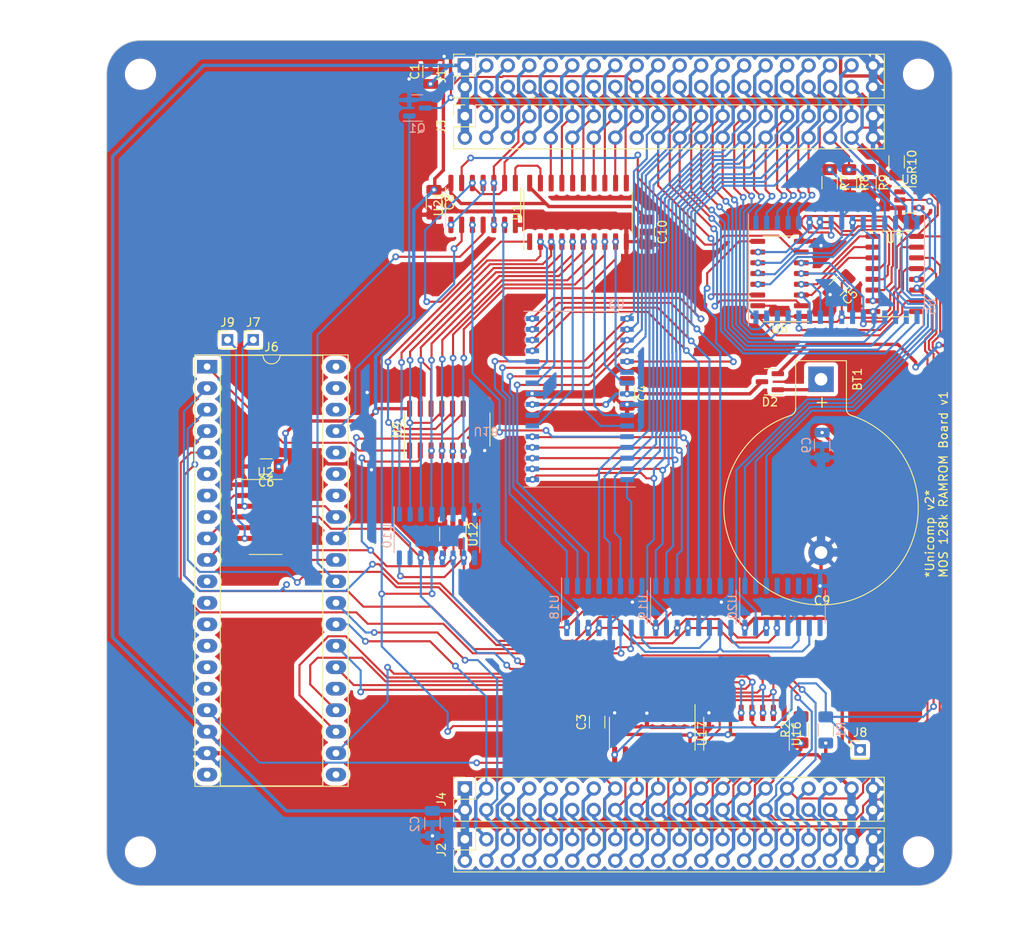
<source format=kicad_pcb>
(kicad_pcb (version 20221018) (generator pcbnew)
  (layers (0 "F.Cu" signal) (31 "B.Cu" signal) (34 "B.Paste" user) (35 "F.Paste" user) (36 "B.SilkS" user "B.Silkscreen") (37 "F.SilkS" user "F.Silkscreen") (38 "B.Mask" user) (39 "F.Mask" user) (44 "Edge.Cuts" user))
  (net 0 "")
  (net 1 "/~{RST}")
  (net 2 "GND")
  (net 3 "/D7")
  (net 4 "/D6")
  (net 5 "/D5")
  (net 6 "/D4")
  (net 7 "/D3")
  (net 8 "/D2")
  (net 9 "/D1")
  (net 10 "/D0")
  (net 11 "+5V")
  (net 12 "/A15")
  (net 13 "/A14")
  (net 14 "/A13")
  (net 15 "/A12")
  (net 16 "/A11")
  (net 17 "/A10")
  (net 18 "/A9")
  (net 19 "/A8")
  (net 20 "/A7")
  (net 21 "/A6")
  (net 22 "/A5")
  (net 23 "/A4")
  (net 24 "/A3")
  (net 25 "/A2")
  (net 26 "/A1")
  (net 27 "/A0")
  (net 28 "/TDI")
  (net 29 "/TMS")
  (net 30 "/TCK")
  (net 31 "+3V3")
  (net 32 "/TDO")
  (net 33 "/CLKF")
  (net 34 "/CLKS")
  (net 35 "/MOSI")
  (net 36 "/SCK")
  (net 37 "/~{IOWR}")
  (net 38 "/~{MWR}")
  (net 39 "/~{MRD}")
  (net 40 "/R{slash}~{W}_e")
  (net 41 "/~{IORD}")
  (net 42 "/PHI2_e")
  (net 43 "/PHI1_e")
  (net 44 "/~{PH0}")
  (net 45 "/PH0")
  (net 46 "/RX1")
  (net 47 "/RES1")
  (net 48 "/TX1")
  (net 49 "/RES0")
  (net 50 "/TX3")
  (net 51 "/RX3")
  (net 52 "/TX2")
  (net 53 "/RX2")
  (net 54 "/Bus/TDRTN")
  (net 55 "Net-(U7-RCLK)")
  (net 56 "Net-(U5-I{slash}O0)")
  (net 57 "Net-(U5-I{slash}O1)")
  (net 58 "Net-(U5-I{slash}O2)")
  (net 59 "Net-(U5-I{slash}O3)")
  (net 60 "Net-(U5-I{slash}O4)")
  (net 61 "Net-(U5-I{slash}O5)")
  (net 62 "Net-(U5-I{slash}O6)")
  (net 63 "Net-(U5-I{slash}O7)")
  (net 64 "/A16")
  (net 65 "/A17")
  (net 66 "/A18")
  (net 67 "/A19")
  (net 69 "/~{CSRAM}")
  (net 70 "/CD7")
  (net 71 "/CD6")
  (net 72 "/CD5")
  (net 73 "/CD4")
  (net 74 "/CD3")
  (net 75 "/CD2")
  (net 76 "/CD1")
  (net 77 "/CD0")
  (net 78 "Net-(U1-CE)")
  (net 79 "Net-(BT1-+)")
  (net 80 "Net-(C4-Pad1)")
  (net 81 "Net-(U3-~{WE})")
  (net 82 "/~{WP}")
  (net 83 "/~{RAMWE14}")
  (net 84 "/~{RAMWE13}")
  (net 85 "/~{RAMWE12}")
  (net 86 "/~{RAMWE11}")
  (net 87 "/~{RAMWE10}")
  (net 88 "/~{RAMWE9}")
  (net 89 "/~{RAMWE8}")
  (net 90 "/~{RAMWE7}")
  (net 91 "/~{RAMWE6}")
  (net 92 "/~{RAMWE5}")
  (net 93 "/~{RAMWE4}")
  (net 94 "/~{RAMWE3}")
  (net 95 "/~{RAMWE2}")
  (net 96 "/~{RAMWE1}")
  (net 97 "/~{RAMWE0}")
  (net 98 "/~{RAMWE15}")
  (net 99 "/OFF{slash}ON")
  (net 100 "/SEL0")
  (net 101 "/SEL1")
  (net 102 "/SEL2")
  (net 103 "/SEL4")
  (net 104 "Net-(U18-~{RCO})")
  (net 105 "/~{MRC}")
  (net 106 "/CNT")
  (net 107 "/CPR")
  (net 108 "/~{CNTOE}")
  (net 109 "Net-(U19-~{RCO})")
  (net 115 "/~{PLD}")
  (net 116 "/uA9")
  (net 117 "/uA10")
  (net 118 "/uA11")
  (net 119 "/~{uMWR}")
  (net 120 "/~{uMRD}")
  (net 121 "/B3")
  (net 122 "/B4")
  (net 123 "/B5")
  (net 124 "/B6")
  (net 125 "/B7")
  (net 126 "/B8")
  (net 127 "/~{BUSFREE}")
  (net 129 "/VB")
  (net 130 "/~{STMRST}")
  (net 131 "/~{DATOE}")
  (net 132 "/uSCK")
  (net 133 "/UMISO")
  (net 134 "/uMOSI")
  (net 135 "/B0")
  (net 136 "/B1")
  (net 137 "/B2")
  (net 138 "/B10")
  (net 145 "Net-(U10-RCLK)")
  (net 146 "Net-(U21-Pad1)")
  (net 147 "Net-(J7-Pin_1)")
  (net 148 "Net-(J9-Pin_1)")
  (net 149 "Net-(U3-~{OE})")
  (footprint "Package_TO_SOT_SMD:SOT-23" (layer "F.Cu") (at 175.768 85.725 180)
    (fp_text reference "D2")
    (fp_text value "BAT54C")
  )
  (footprint "Connector_PinSocket_2.54mm:PinSocket_2x20_P2.54mm_Vertical" (layer "F.Cu") (at 139.7 48.303005 90)
    (fp_text reference "J1")
    (fp_text value "BUS")
  )
  (footprint "Capacitor_SMD:C_1206_3216Metric" (layer "F.Cu") (at 116.205 95.758 180)
    (fp_text reference "C6")
    (fp_text value "100n")
  )
  (footprint "Package_DIP:DIP-40_W15.24mm_Socket_LongPads" (layer "F.Cu") (at 109.22 83.947)
    (fp_text reference "J6")
    (fp_text value "STM32F411")
  )
  (footprint "Battery:BatteryHolder_Keystone_103_1x20mm" (layer "F.Cu") (at 181.813201 85.438399 -90)
    (fp_text reference "BT1")
    (fp_text value "Battery_Cell")
  )
  (footprint "Connector_PinHeader_2.00mm:PinHeader_1x01_P2.00mm_Vertical" (layer "F.Cu") (at 114.681 80.772)
    (fp_text reference "J7")
    (fp_text value ".")
  )
  (footprint "Capacitor_SMD:C_1206_3216Metric" (layer "F.Cu") (at 161.2138 68.0194 -90)
    (fp_text reference "C10")
    (fp_text value "100n")
  )
  (footprint "Connector_PinSocket_2.54mm:PinSocket_2x20_P2.54mm_Vertical" (layer "F.Cu") (at 139.7 133.849005 90)
    (fp_text reference "J4")
    (fp_text value "BUS")
  )
  (footprint "Resistor_SMD:R_1206_3216Metric_Pad1.30x1.75mm_HandSolder" (layer "F.Cu") (at 179.451 126.899 90)
    (fp_text reference "R2")
    (fp_text value "10k")
  )
  (footprint "Package_SO:SO-16_3.9x9.9mm_P1.27mm" (layer "F.Cu") (at 176.907841 73.560471 180)
    (fp_text reference "U6")
    (fp_text value "74LVC253")
  )
  (footprint "Package_SO:SOIC-16_3.9x9.9mm_P1.27mm" (layer "F.Cu") (at 173.005 127.3754 -90)
    (fp_text reference "U16")
    (fp_text value "74LVC138")
  )
  (footprint "Package_TO_SOT_SMD:SOT-23-5" (layer "F.Cu") (at 192.263241 64.2112)
    (fp_text reference "U8")
    (fp_text value "74AHC1G14")
  )
  (footprint "Package_SO:SOIC-14_3.9x8.7mm_P1.27mm" (layer "F.Cu") (at 141.859 64.6938 90)
    (fp_text reference "U21")
    (fp_text value "74LS08")
  )
  (footprint "Capacitor_SMD:C_1206_3216Metric" (layer "F.Cu") (at 158.877 87.0966 -90)
    (fp_text reference "C4")
    (fp_text value "100n")
  )
  (footprint "Package_TO_SOT_SMD:SOT-23-5" (layer "F.Cu") (at 138.2776 103.7693 -90)
    (fp_text reference "U12")
    (fp_text value "74AHC1G14")
  )
  (footprint "Package_SO:SOIC-16_3.9x9.9mm_P1.27mm" (layer "F.Cu") (at 161.8544 127.3754 -90)
    (fp_text reference "U17")
    (fp_text value "74LVC138")
  )
  (footprint "Capacitor_SMD:C_1206_3216Metric" (layer "F.Cu") (at 183.930458 74.372783 -135)
    (fp_text reference "C5")
    (fp_text value "100n")
  )
  (footprint "Resistor_SMD:R_1206_3216Metric_Pad1.30x1.75mm_HandSolder" (layer "F.Cu") (at 185.1152 62.1786 -90)
    (fp_text reference "R8")
    (fp_text value "10k")
  )
  (footprint "Connector_PinSocket_2.54mm:PinSocket_2x20_P2.54mm_Vertical" (layer "F.Cu") (at 139.7 139.849005 90)
    (fp_text reference "J2")
    (fp_text value "BUS")
  )
  (footprint "Connector_PinHeader_2.00mm:PinHeader_1x01_P2.00mm_Vertical" (layer "F.Cu") (at 111.633 80.772)
    (fp_text reference "J9")
    (fp_text value ".")
  )
  (footprint "Resistor_SMD:R_1206_3216Metric_Pad1.30x1.75mm_HandSolder" (layer "F.Cu") (at 190.754 59.7148 -90)
    (fp_text reference "R10")
    (fp_text value "10k")
  )
  (footprint "MountingHole:MountingHole_3.2mm_M3" (layer "F.Cu") (at 193.34 49.346005)
    (fp_text reference "H3" hide)
    (fp_text value "MountingHole" hide)
  )
  (footprint "Resistor_SMD:R_1206_3216Metric_Pad1.30x1.75mm_HandSolder" (layer "F.Cu") (at 182.8292 62.1798 -90)
    (fp_text reference "R7")
    (fp_text value "10k")
  )
  (footprint "Package_SO:SOIC-14_3.9x8.7mm_P1.27mm" (layer "F.Cu") (at 116.14 101.727)
    (fp_text reference "U2")
    (fp_text value "74LS125")
  )
  (footprint "Connector_PinSocket_2.54mm:PinSocket_2x20_P2.54mm_Vertical" (layer "F.Cu") (at 139.7 54.303005 90)
    (fp_text reference "J3")
    (fp_text value "BUS" hide)
  )
  (footprint "Resistor_SMD:R_1206_3216Metric_Pad1.30x1.75mm_HandSolder" (layer "F.Cu") (at 187.4266 62.1532 -90)
    (fp_text reference "R9")
    (fp_text value "10k")
  )
  (footprint "Package_SO:SO-20_5.3x12.6mm_P1.27mm" (layer "F.Cu") (at 153.077 65.6925 90)
    (fp_text reference "U1")
    (fp_text value "SN74LVC245ANSR")
  )
  (footprint "MountingHole:MountingHole_3.2mm_M3" (layer "F.Cu") (at 101.34 49.346005)
    (fp_text reference "H1" hide)
    (fp_text value "MountingHole" hide)
  )
  (footprint "Package_SO:SO-16_3.9x9.9mm_P1.27mm" (layer "F.Cu") (at 190.522241 72.976271)
    (fp_text reference "U7")
    (fp_text value "74LVC595")
  )
  (footprint "Capacitor_SMD:C_1206_3216Metric" (layer "F.Cu") (at 135.636 49.022 90)
    (fp_text reference "C1")
    (fp_text value "100n")
  )
  (footprint "Connector_PinHeader_2.00mm:PinHeader_1x01_P2.00mm_Vertical" (layer "F.Cu") (at 186.436 129.286)
    (fp_text reference "J8")
    (fp_text value ".")
  )
  (footprint "Package_SO:SOIC-16_3.9x9.9mm_P1.27mm" (layer "F.Cu") (at 137.6045 91.392362 90)
    (fp_text reference "U9")
    (fp_text value "74LS165")
  )
  (footprint "MountingHole:MountingHole_3.2mm_M3" (layer "F.Cu") (at 101.34 141.346005)
    (fp_text reference "H2" hide)
    (fp_text value "MountingHole" hide)
  )
  (footprint "Capacitor_SMD:C_1206_3216Metric" (layer "F.Cu") (at 155.339481 125.995811 90)
    (fp_text reference "C3")
    (fp_text value "100n")
  )
  (footprint "Capacitor_SMD:C_1206_3216Metric" (layer "F.Cu") (at 136.0424 64.4906 -90)
    (fp_text reference "C8")
    (fp_text value "100n")
  )
  (footprint "MountingHole:MountingHole_3.2mm_M3" (layer "F.Cu") (at 193.34 141.346005)
    (fp_text reference "H4" hide)
    (fp_text value "MountingHole" hide)
  )
  (footprint "Capacitor_SMD:C_1206_3216Metric" (layer "B.Cu") (at 135.8646 137.9746 -90)
    (fp_text reference "C2")
    (fp_text value "100n")
  )
  (footprint "Package_SO:TSOP-II-32_21.0x10.2mm_P1.27mm" (layer "B.Cu") (at 183.638841 72.493671 90)
    (fp_text reference "U5")
    (fp_text value "IS63LV1024L-10TL" hide)
  )
  (footprint "Capacitor_SMD:C_1206_3216Metric" (layer "B.Cu") (at 181.9402 93.2162 -90)
    (fp_text reference "C9")
    (fp_text value "100n")
  )
  (footprint "Package_SO:SO-16_3.9x9.9mm_P1.27mm" (layer "B.Cu") (at 136.398 103.978 -90)
    (fp_text reference "U10")
    (fp_text value "74LVC595")
  )
  (footprint "Package_SO:TSOP-II-32_21.0x10.2mm_P1.27mm" (layer "B.Cu") (at 153.277 87.7824 180)
    (fp_text reference "U3")
    (fp_text value "IS63LV1024L-10TL")
  )
  (footprint "Package_SO:SOIC-16_3.9x9.9mm_P1.27mm" (layer "B.Cu") (at 156.196925 112.376475 -90)
    (fp_text reference "U18")
    (fp_text value "74HC590")
  )
  (footprint "Package_TO_SOT_SMD:SOT-23" (layer "B.Cu") (at 134.0635 53.34)
    (fp_text reference "Q1")
    (fp_text value "PMV450ENEAR")
  )
  (footprint "Package_SO:SOIC-16_3.9x9.9mm_P1.27mm" (layer "B.Cu") (at 166.712525 112.376475 -90)
    (fp_text reference "U19")
    (fp_text value "74HC590")
  )
  (footprint "Package_SO:SOIC-16_3.9x9.9mm_P1.27mm" (layer "B.Cu") (at 177.253525 112.365275 -90)
    (fp_text reference "U20")
    (fp_text value "74HC590")
  )
  (footprint "Resistor_SMD:R_1206_3216Metric_Pad1.30x1.75mm_HandSolder" (layer "B.Cu") (at 182.372 126.9238 90)
    (fp_text reference "R1")
    (fp_text value "10k")
  )
  (gr_line (start 97.34 49.346005) (end 97.34 141.346005) (stroke (width 0.1)) (layer "Edge.Cuts"))
  (gr_arc (start 97.34 49.346005) (mid 98.511573 46.517578) (end 101.34 45.346005) (stroke (width 0.1)) (layer "Edge.Cuts"))
  (gr_arc (start 193.34 45.346005) (mid 196.168427 46.517578) (end 197.34 49.346005) (stroke (width 0.1)) (layer "Edge.Cuts"))
  (gr_arc (start 197.34 141.346005) (mid 196.168427 144.174432) (end 193.34 145.346005) (stroke (width 0.1)) (layer "Edge.Cuts"))
  (gr_line (start 197.34 141.351) (end 197.34 49.346005) (stroke (width 0.1)) (layer "Edge.Cuts"))
  (gr_line (start 193.34 45.346005) (end 101.34 45.346005) (stroke (width 0.1)) (layer "Edge.Cuts"))
  (gr_arc (start 101.34 145.346005) (mid 98.511573 144.174432) (end 97.34 141.346005) (stroke (width 0.1)) (layer "Edge.Cuts"))
  (gr_line (start 193.34 145.346005) (end 101.34 145.346005) (stroke (width 0.1)) (layer "Edge.Cuts"))
  (gr_text "U18" (at 142.1947 91.595562 180) (layer "B.SilkS") (effects (font (size 1 1)) (justify mirror)))
  (gr_text "*Unicomp v2*\nMOS 128k RAMROM Board v1" (at 195.4784 109.0168 90) (layer "F.SilkS") (effects (font (size 1 1)) (justify left)))
  (gr_text "C9" (at 181.931325 111.614475) (layer "F.SilkS") (effects (font (size 1 1))))
  (segment (start 138.049 50.832304) (end 138.049 52.1208) (width 0.25) (layer "F.Cu") (net 1))
  (segment (start 139.213299 49.668005) (end 138.049 50.832304) (width 0.25) (layer "F.Cu") (net 1))
  (segment (start 144.2212 49.5808) (end 144.133995 49.668005) (width 0.25) (layer "F.Cu") (net 1))
  (segment (start 158.757795 49.5808) (end 160.02 50.843005) (width 0.25) (layer "F.Cu") (net 1))
  (segment (start 144.2212 49.5808) (end 158.757795 49.5808) (width 0.25) (layer "F.Cu") (net 1))
  (segment (start 144.133995 49.668005) (end 139.213299 49.668005) (width 0.25) (layer "F.Cu") (net 1))
  (via (at 138.049 52.1208) (size 0.8) (drill 0.4) (layers "F.Cu" "B.Cu") (net 1))
  (segment (start 161.273253 53.298339) (end 161.273253 55.505419) (width 0.4) (layer "B.Cu") (net 1))
  (segment (start 161.273253 55.505419) (end 160.02 56.758672) (width 0.4) (layer "B.Cu") (net 1))
  (segment (start 160.02 50.843005) (end 160.02 52.045086) (width 0.4) (layer "B.Cu") (net 1))
  (segment (start 136.8298 53.34) (end 138.049 52.1208) (width 0.25) (layer "B.Cu") (net 1))
  (segment (start 135.001 53.34) (end 136.8298 53.34) (width 0.25) (layer "B.Cu") (net 1))
  (segment (start 160.02 52.045086) (end 161.273253 53.298339) (width 0.4) (layer "B.Cu") (net 1))
  (segment (start 156.972 87.122) (end 147.6502 87.122) (width 0.4) (layer "F.Cu") (net 2))
  (segment (start 158.2574 88.4074) (end 156.972 87.122) (width 0.4) (layer "F.Cu") (net 2))
  (segment (start 134.4295 88.917362) (end 134.4295 87.769467) (width 0.4) (layer "F.Cu") (net 2))
  (segment (start 123.514 95.447) (end 126.435 95.447) (width 0.4) (layer "F.Cu") (net 2))
  (segment (start 176.441041 76.735471) (end 174.332841 76.735471) (width 0.25) (layer "F.Cu") (net 2))
  (segment (start 157.5132 65.7938) (end 161.2138 69.4944) (width 0.4) (layer "F.Cu") (net 2))
  (segment (start 137.3276 101.651462) (end 137.3276 102.6318) (width 0.25) (layer "F.Cu") (net 2))
  (segment (start 142.0495 95.3135) (end 141.224 96.139) (width 0.4) (layer "F.Cu") (net 2))
  (segment (start 114.73 96.852) (end 113.665 97.917) (width 0.4) (layer "F.Cu") (net 2))
  (segment (start 170.022249 111.799999) (end 159.506651 111.799999) (width 0.25) (layer "F.Cu") (net 2))
  (segment (start 136.934537 47.547) (end 137.250337 47.2312) (width 0.4) (layer "F.Cu") (net 2))
  (segment (start 181.810041 69.623471) (end 181.381033 69.194463) (width 0.25) (layer "F.Cu") (net 2))
  (segment (start 189.9784 61.2648) (end 188.81 60.0964) (width 0.25) (layer "F.Cu") (net 2))
  (segment (start 134.336 48.847) (end 134.336 49.911) (width 0.4) (layer "F.Cu") (net 2))
  (segment (start 140.843 101.402978) (end 140.712984 101.272962) (width 0.25) (layer "F.Cu") (net 2))
  (segment (start 113.665 105.537) (end 115.189 105.537) (width 0.25) (layer "F.Cu") (net 2))
  (segment (start 135.636 47.547) (end 136.934537 47.547) (width 0.4) (layer "F.Cu") (net 2))
  (segment (start 188.81 60.0964) (end 188.81 62.3198) (width 0.4) (layer "F.Cu") (net 2))
  (segment (start 179.482841 78.005471) (end 180.29777 78.005471) (width 0.25) (layer "F.Cu") (net 2))
  (segment (start 159.506651 111.799999) (end 159.50665 111.8) (width 0.25) (layer "F.Cu") (net 2))
  (segment (start 134.336 64.2592) (end 136.0424 65.9656) (width 0.4) (layer "F.Cu") (net 2))
  (segment (start 145.669 67.1688) (end 145.669 65.9208) (width 0.4) (layer "F.Cu") (net 2))
  (segment (start 181.698525 109.890275) (end 181.813201 109.775599) (width 0.4) (layer "F.Cu") (net 2))
  (segment (start 181.813201 109.775599) (end 181.813201 105.928399) (width 0.4) (layer "F.Cu") (net 2))
  (segment (start 188.541041 64.817641) (end 187.4266 63.7032) (width 0.4) (layer "F.Cu") (net 2))
  (segment (start 190.754 61.2648) (end 189.9784 61.2648) (width 0.25) (layer "F.Cu") (net 2))
  (segment (start 128.172467 87.024467) (end 128.143 86.995) (width 0.4) (layer "F.Cu") (net 2))
  (segment (start 137.7061 101.272962) (end 137.3276 101.651462) (width 0.25) (layer "F.Cu") (net 2))
  (segment (start 133.096 49.911) (end 134.336 49.911) (width 0.25) (layer "F.Cu") (net 2))
  (segment (start 180.29777 78.005471) (end 182.887475 75.415766) (width 0.25) (layer "F.Cu") (net 2))
  (segment (start 145.542 65.7938) (end 157.5132 65.7938) (width 0.4) (layer "F.Cu") (net 2))
  (segment (start 191.125741 65.1612) (end 188.541041 65.1612) (width 0.25) (layer "F.Cu") (net 2))
  (segment (start 135.8646 127.773629) (end 135.8646 139.4496) (width 0.4) (layer "F.Cu") (net 2))
  (segment (start 188.541041 65.1612) (end 188.541041 64.817641) (width 0.4) (layer "F.Cu") (net 2))
  (segment (start 136.3998 65.6082) (end 145.3564 65.6082) (width 0.4) (layer "F.Cu") (net 2))
  (segment (start 114.73 95.758) (end 114.73 96.852) (width 0.4) (layer "F.Cu") (net 2))
  (segment (start 158.792 69.155) (end 160.8744 69.155) (width 0.4) (layer "F.Cu") (net 2))
  (segment (start 118.615 102.997) (end 116.586 102.997) (width 0.25) (layer "F.Cu") (net 2))
  (segment (start 116.3955 102.8065) (end 116.3955 102.743) (width 0.25) (layer "F.Cu") (net 2))
  (segment (start 187.96 56.843005) (end 188.81 57.693005) (width 0.4) (layer "F.Cu") (net 2))
  (segment (start 135.636 47.547) (end 134.336 48.847) (width 0.4) (layer "F.Cu") (net 2))
  (segment (start 134.336 49.911) (end 134.336 64.2592) (width 0.4) (layer "F.Cu") (net 2))
  (segment (start 116.03 94.458) (end 122.525 94.458) (width 0.4) (layer "F.Cu") (net 2))
  (segment (start 127.127 96.139) (end 128.651 96.139) (width 0.4) (layer "F.Cu") (net 2))
  (segment (start 145.3564 65.6082) (end 145.542 65.7938) (width 0.4) (layer "F.Cu") (net 2))
  (segment (start 145.669 65.9208) (end 145.542 65.7938) (width 0.4) (layer "F.Cu") (net 2))
  (segment (start 177.711041 78.005471) (end 176.441041 76.735471) (width 0.25) (layer "F.Cu") (net 2))
  (segment (start 147.6502 87.122) (end 146.939 87.122) (width 0.4) (layer "F.Cu") (net 2))
  (segment (start 141.224 96.139) (end 128.651 96.139) (width 0.4) (layer "F.Cu") (net 2))
  (segment (start 114.73 95.758) (end 116.03 94.458) (width 0.4) (layer "F.Cu") (net 2))
  (segment (start 134.4295 87.769467) (end 133.6845 87.024467) (width 0.4) (layer "F.Cu") (net 2))
  (segment (start 181.381033 69.194463) (end 179.561833 69.194463) (width 0.25) (layer "F.Cu") (net 2))
  (segment (start 133.6845 87.024467) (end 128.172467 87.024467) (width 0.4) (layer "F.Cu") (net 2))
  (segment (start 116.586 102.997) (end 116.3955 102.8065) (width 0.25) (layer "F.Cu") (net 2))
  (segment (start 181.269125 110.319675) (end 181.698525 109.890275) (width 0.25) (layer "F.Cu") (net 2))
  (segment (start 116.84 99.187) (end 118.615 99.187) (width 0.4) (layer "F.Cu") (net 2))
  (segment (start 116.3955 102.743) (end 116.3955 101.727) (width 0.25) (layer "F.Cu") (net 2))
  (segment (start 169.989125 111.766875) (end 170.022249 111.799999) (width 0.25) (layer "F.Cu") (net 2))
  (segment (start 157.4094 124.9004) (end 138.737829 124.9004) (width 0.4) (layer "F.Cu") (net 2))
  (segment (start 116.3955 104.3305) (end 116.3955 102.743) (width 0.25) (layer "F.Cu") (net 2))
  (segment (start 138.737829 124.9004) (end 135.8646 127.773629) (width 0.4) (layer "F.Cu") (net 2))
  (segment (start 140.712984 101.272962) (end 137.7061 101.272962) (width 0.25) (layer "F.Cu") (net 2))
  (segment (start 122.525 94.458) (end 123.514 95.447) (width 0.4) (layer "F.Cu") (net 2))
  (segment (start 169.989125 110.319675) (end 169.989125 111.766875) (width 0.25) (layer "F.Cu") (net 2))
  (segment (start 188.81 62.3198) (end 187.4266 63.7032) (width 0.4) (layer "F.Cu") (net 2))
  (segment (start 142.0495 92.0115) (end 142.0495 93.867362) (width 0.4) (layer "F.Cu") (net 2))
  (segment (start 188.81 57.693005) (end 188.81 60.0964) (width 0.4) (layer "F.Cu") (net 2))
  (segment (start 146.939 87.122) (end 142.0495 92.0115) (width 0.4) (layer "F.Cu") (net 2))
  (segment (start 126.435 95.447) (end 127.127 96.139) (width 0.4) (layer "F.Cu") (net 2))
  (segment (start 169.989125 110.319675) (end 181.269125 110.319675) (width 0.25) (layer "F.Cu") (net 2))
  (segment (start 116.3955 98.7425) (end 116.84 99.187) (width 0.4) (layer "F.Cu") (net 2))
  (segment (start 115.57 97.917) (end 116.3955 98.7425) (width 0.4) (layer "F.Cu") (net 2))
  (segment (start 113.665 97.917) (end 115.57 97.917) (width 0.4) (layer "F.Cu") (net 2))
  (segment (start 169.7228 88.4074) (end 158.877 88.4074) (width 0.4) (layer "F.Cu") (net 2))
  (segment (start 116.3955 101.727) (end 116.3955 98.7425) (width 0.25) (layer "F.Cu") (net 2))
  (segment (start 113.665 101.727) (end 116.3955 101.727) (width 0.25) (layer "F.Cu") (net 2))
  (segment (start 179.482841 78.005471) (end 177.711041 78.005471) (width 0.25) (layer "F.Cu") (net 2))
  (segment (start 181.813201 100.497801) (end 181.813201 105.928399) (width 0.4) (layer "F.Cu") (net 2))
  (segment (start 169.7228 88.4074) (end 181.813201 100.497801) (width 0.4) (layer "F.Cu") (net 2))
  (segment (start 115.189 105.537) (end 116.3955 104.3305) (width 0.25) (layer "F.Cu") (net 2))
  (segment (start 142.0495 93.867362) (end 142.0495 95.3135) (width 0.4) (layer "F.Cu") (net 2))
  (via (at 188.541041 65.1612) (size 0.8) (drill 0.4) (layers "F.Cu" "B.Cu") (net 2))
  (via (at 135.8646 139.4496) (size 0.8) (drill 0.4) (layers "F.Cu" "B.Cu") (net 2))
  (via (at 147.6502 87.122) (size 0.8) (drill 0.4) (layers "F.Cu" "B.Cu") (net 2))
  (via (at 181.810041 69.623471) (size 0.8) (drill 0.4) (layers "F.Cu" "B.Cu") (net 2))
  (via (at 182.887475 75.415766) (size 0.8) (drill 0.4) (layers "F.Cu" "B.Cu") (net 2))
  (via (at 168.56 124.9004) (size 0.8) (drill 0.4) (layers "F.Cu" "B.Cu") (net 2))
  (via (at 128.143 86.995) (size 0.8) (drill 0.4) (layers "F.Cu" "B.Cu") (net 2))
  (via (at 140.843 101.402978) (size 0.8) (drill 0.4) (layers "F.Cu" "B.Cu") (net 2))
  (via (at 137.250337 47.2312) (size 0.8) (drill 0.4) (layers "F.Cu" "B.Cu") (net 2))
  (via (at 170.022249 111.799999) (size 0.8) (drill 0.4) (layers "F.Cu" "B.Cu") (net 2))
  (via (at 161.2194 124.937) (size 0.8) (drill 0.4) (layers "F.Cu" "B.Cu") (net 2))
  (via (at 157.4094 124.9004) (size 0.8) (drill 0.4) (layers "F.Cu" "B.Cu") (net 2))
  (via (at 158.877 88.4074) (size 0.8) (drill 0.4) (layers "F.Cu" "B.Cu") (net 2))
  (via (at 142.0495 93.867362) (size 0.8) (drill 0.4) (layers "F.Cu" "B.Cu") (net 2))
  (via (at 159.50665 111.8) (size 0.8) (drill 0.4) (layers "F.Cu" "B.Cu") (net 2))
  (via (at 181.698525 109.890275) (size 0.8) (drill 0.4) (layers "F.Cu" "B.Cu") (net 2))
  (via (at 187.947241 77.421293) (size 0.8) (drill 0.4) (layers "F.Cu" "B.Cu") (net 2))
  (via (at 133.096 49.911) (size 0.8) (drill 0.4) (layers "F.Cu" "B.Cu") (net 2))
  (via (at 128.651 96.139) (size 0.8) (drill 0.4) (layers "F.Cu" "B.Cu") (net 2))
  (segment (start 156.831925 114.474724) (end 159.50665 111.8) (width 0.25) (layer "B.Cu") (net 2))
  (segment (start 188.083841 66.393671) (end 188.083841 65.884441) (width 0.25) (layer "B.Cu") (net 2))
  (segment (start 187.96 48.26) (end 187.96 50.8) (width 1) (layer "B.Cu") (net 2))
  (segment (start 183.258929 69.623471) (end 181.810041 69.623471) (width 0.25) (layer "B.Cu") (net 2))
  (segment (start 142.0495 100.196478) (end 140.843 101.402978) (width 0.25) (layer "B.Cu") (net 2))
  (segment (start 135.857 139.4572) (end 135.857 142.389005) (width 0.25) (layer "B.Cu") (net 2))
  (segment (start 167.347525 114.474724) (end 169.933349 111.888899) (width 0.25) (layer "B.Cu") (net 2))
  (segment (start 135.7412 139.573) (end 135.8646 139.4496) (width 0.4) (layer "B.Cu") (net 2))
  (segment (start 184.263841 68.618559) (end 183.258929 69.623471) (width 0.25) (layer "B.Cu") (net 2))
  (segment (start 196.84 113.284) (end 196.84 131.7498) (width 1) (layer "B.Cu") (net 2))
  (segment (start 187.132441 80.137) (end 183.805041 80.137) (width 0.25) (layer "B.Cu") (net 2))
  (segment (start 184.263841 66.893671) (end 184.263841 68.618559) (width 0.25) (layer "B.Cu") (net 2))
  (segment (start 188.083841 65.6184) (end 188.541041 65.1612) (width 0.25) (layer "B.Cu") (net 2))
  (segment (start 180.58305 111.769) (end 181.698525 110.653524) (width 0.25) (layer "B.Cu") (net 2))
  (segment (start 151.384 143.939005) (end 138.43 143.939005) (width 1) (layer "B.Cu") (net 2))
  (segment (start 188.740795 139.849005) (end 187.96 139.849005) (width 1) (layer "B.Cu") (net 2))
  (segment (start 183.805041 80.137) (end 183.013841 79.3458) (width 0.25) (layer "B.Cu") (net 2))
  (segment (start 168.56 124.9004) (end 168.5234 124.937) (width 0.4) (layer "B.Cu") (net 2))
  (segment (start 171.157525 110.664724) (end 171.157525 109.901475) (width 0.25) (layer "B.Cu") (net 2))
  (segment (start 156.831925 114.851475) (end 156.831925 114.474724) (width 0.25) (layer "B.Cu") (net 2))
  (segment (start 187.96 142.389005) (end 186.41 143.939005) (width 1) (layer "B.Cu") (net 2))
  (segment (start 133.126 49.941) (end 133.096 49.911) (width 0.25) (layer "B.Cu") (net 2))
  (segment (start 157.446 124.937) (end 157.4094 124.9004) (width 0.4) (layer "B.Cu") (net 2))
  (segment (start 181.813201 105.928399) (end 181.813201 94.818199) (width 1) (layer "B.Cu") (net 2))
  (segment (start 186.41 143.939005) (end 151.384 143.939005) (width 1) (layer "B.Cu") (net 2))
  (segment (start 128.778 90.179305) (end 128.778 96.012) (width 0.4) (layer "B.Cu") (net 2))
  (segment (start 170.022249 111.799999) (end 171.157525 110.664724) (width 0.25) (layer "B.Cu") (net 2))
  (segment (start 188.083841 78.093671) (end 188.083841 79.1856) (width 0.25) (layer "B.Cu") (net 2))
  (segment (start 181.698525 110.653524) (end 181.698525 109.890275) (width 0.25) (layer "B.Cu") (net 2))
  (segment (start 181.813201 94.818199) (end 181.9402 94.6912) (width 1) (layer "B.Cu") (net 2))
  (segment (start 183.013841 75.542132) (end 182.887475 75.415766) (width 0.25) (layer "B.Cu") (net 2))
  (segment (start 128.143 89.544305) (end 128.778 90.179305) (width 0.4) (layer "B.Cu") (net 2))
  (segment (start 159.50665 111.8) (end 160.641925 110.664724) (width 0.25) (layer "B.Cu") (net 2))
  (segment (start 160.641925 110.664724) (end 160.641925 109.901475) (width 0.25) (layer "B.Cu") (net 2))
  (segment (start 188.083841 68.0836) (end 188.707241 68.707) (width 0.25) (layer "B.Cu") (net 2))
  (segment (start 188.707241 68.707) (end 188.707241 76.661293) (width 0.25) (layer "B.Cu") (net 2))
  (segment (start 161.2194 124.937) (end 157.446 124.937) (width 0.4) (layer "B.Cu") (net 2))
  (segment (start 135.857 142.389005) (end 137.407 143.939005) (width 1) (layer "B.Cu") (net 2))
  (segment (start 183.013841 79.3458) (end 183.013841 78.093671) (width 0.25) (layer "B.Cu") (net 2))
  (segment (start 187.6044 65.405) (end 185.114112 65.405) (width 0.25) (layer "B.Cu") (net 2))
  (segment (start 187.963253 56.849864) (end 187.963253 54.309864) (width 1) (layer "B.Cu") (net 2))
  (segment (start 119.126 139.573) (end 135.7412 139.573) (width 0.4) (layer "B.Cu") (net 2))
  (segment (start 138.6078 46.753005) (end 138.129605 47.2312) (width 0.4) (layer "B.Cu") (net 2))
  (segment (start 185.114112 65.405) (end 184.263841 66.255271) (width 0.25) (layer "B.Cu") (net 2))
  (segment (start 183.013841 78.093671) (end 183.013841 75.542132) (width 0.25) (layer "B.Cu") (net 2))
  (segment (start 169.933349 111.888899) (end 170.022249 111.799999) (width 0.25) (layer "B.Cu") (net 2))
  (segment (start 168.5234 124.937) (end 161.2194 124.937) (width 0.4) (layer "B.Cu") (net 2))
  (segment (start 188.083841 66.893671) (end 188.083841 68.0836) (width 0.25) (layer "B.Cu") (net 2))
  (segment (start 196.84 131.7498) (end 188.740795 139.849005) (width 1) (layer "B.Cu") (net 2))
  (segment (start 188.083841 79.1856) (end 187.132441 80.137) (width 0.25) (layer "B.Cu") (net 2))
  (segment (start 196.84 98.9076) (end 189.819201 105.928399) (width 1) (layer "B.Cu") (net 2))
  (segment (start 177.888525 114.463524) (end 180.58305 111.769) (width 0.25) (layer "B.Cu") (net 2))
  (segment (start 187.96 48.303005) (end 186.41 46.753005) (width 1) (layer "B.Cu") (net 2))
  (segment (start 186.41 46.753005) (end 138.6078 46.753005) (width 1) (layer "B.Cu") (net 2))
  (segment (start 142.0495 93.867362) (end 142.0495 100.196478) (width 0.25) (layer "B.Cu") (net 2))
  (segment (start 189.819201 105.928399) (end 181.813201 105.928399) (width 1) (layer "B.Cu") (net 2))
  (segment (start 138.129605 47.2312) (end 137.250337 47.2312) (width 0.4) (layer "B.Cu") (net 2))
  (segment (start 196.84 59.723005) (end 196.84 98.9076) (width 1) (layer "B.Cu") (net 2))
  (segment (start 196.84 98.9076) (end 196.84 113.284) (width 1) (layer "B.Cu") (net 2))
  (segment (start 177.888525 114.840275) (end 177.888525 114.463524) (width 0.25) (layer "B.Cu") (net 2))
  (segment (start 128.778 96.012) (end 128.651 96.139) (width 0.4) (layer "B.Cu") (net 2))
  (segment (start 137.407 143.939005) (end 138.43 143.939005) (width 1) (layer "B.Cu") (net 2))
  (segment (start 188.083841 66.893671) (end 188.083841 65.6184) (width 0.25) (layer "B.Cu") (net 2))
  (segment (start 188.083841 65.884441) (end 187.6044 65.405) (width 0.25) (layer "B.Cu") (net 2))
  (segment (start 187.96 50.843005) (end 196.84 59.723005) (width 1) (layer "B.Cu") (net 2))
  (segment (start 188.707241 76.661293) (end 187.947241 77.421293) (width 0.25) (layer "B.Cu") (net 2))
  (segment (start 109.22 129.667) (end 119.126 139.573) (width 0.4) (layer "B.Cu") (net 2))
  (segment (start 128.143 86.995) (end 128.143 89.544305) (width 0.4) (layer "B.Cu") (net 2))
  (segment (start 187.96 133.849005) (end 187.96 142.389005) (width 1) (layer "B.Cu") (net 2))
  (segment (start 187.963253 54.309864) (end 187.963253 48.309864) (width 1) (layer "B.Cu") (net 2))
  (segment (start 133.126 52.39) (end 133.126 49.941) (width 0.25) (layer "B.Cu") (net 2))
  (segment (start 167.347525 114.851475) (end 167.347525 114.474724) (width 0.25) (layer "B.Cu") (net 2))
  (segment (start 158.704986 62.142986) (end 158.704986 55.618019) (width 0.25) (layer "F.Cu") (net 3))
  (segment (start 158.704986 55.618019) (end 160.02 54.303005) (width 0.25) (layer "F.Cu") (net 3))
  (segment (start 158.77 51.963) (end 160.02 53.213) (width 0.4) (layer "B.Cu") (net 3))
  (segment (start 158.77 49.553005) (end 158.77 51.963) (width 0.4) (layer "B.Cu") (net 3))
  (segment (start 160.02 53.213) (end 160.02 54.303005) (width 0.4) (layer "B.Cu") (net 3))
  (segment (start 160.02 48.303005) (end 158.77 49.553005) (width 0.4) (layer "B.Cu") (net 3))
  (segment (start 157.48 62.188) (end 157.48 56.843005) (width 0.25) (layer "F.Cu") (net 4))
  (segment (start 157.48 51.689) (end 157.48 50.843005) (width 0.4) (layer "B.Cu") (net 4))
  (segment (start 158.733253 55.388747) (end 158.733253 52.942253) (width 0.4) (layer "B.Cu") (net 4))
  (segment (start 157.483253 56.638747) (end 158.733253 55.388747) (width 0.4) (layer "B.Cu") (net 4))
  (segment (start 158.733253 52.942253) (end 157.48 51.689) (width 0.4) (layer "B.Cu") (net 4))
  (segment (start 156.252 55.531005) (end 157.48 54.303005) (width 0.25) (layer "F.Cu") (net 5))
  (segment (start 156.252 62.23) (end 156.252 55.531005) (width 0.25) (layer "F.Cu") (net 5))
  (segment (start 156.23 49.553005) (end 156.23 51.836) (width 0.4) (layer "B.Cu") (net 5))
  (segment (start 157.48 53.086) (end 157.48 54.303005) (width 0.4) (layer "B.Cu") (net 5))
  (segment (start 157.48 48.303005) (end 156.23 49.553005) (width 0.4) (layer "B.Cu") (net 5))
  (segment (start 156.23 51.836) (end 157.48 53.086) (width 0.4) (layer "B.Cu") (net 5))
  (segment (start 154.94 62.188) (end 154.94 56.843005) (width 0.25) (layer "F.Cu") (net 6))
  (segment (start 154.94 51.816) (end 156.213253 53.089253) (width 0.4) (layer "B.Cu") (net 6))
  (segment (start 156.213253 55.493457) (end 154.943253 56.763457) (width 0.4) (layer "B.Cu") (net 6))
  (segment (start 154.94 50.843005) (end 154.94 51.816) (width 0.4) (layer "B.Cu") (net 6))
  (segment (start 156.213253 53.089253) (end 156.213253 55.493457) (width 0.4) (layer "B.Cu") (net 6))
  (segment (start 153.712 62.23) (end 153.712 55.531005) (width 0.25) (layer "F.Cu") (net 7))
  (segment (start 153.712 55.531005) (end 154.94 54.303005) (width 0.25) (layer "F.Cu") (net 7))
  (segment (start 154.94 53.213) (end 154.94 54.303005) (width 0.4) (layer "B.Cu") (net 7))
  (segment (start 153.69 49.553005) (end 153.69 51.963) (width 0.4) (layer "B.Cu") (net 7))
  (segment (start 154.94 48.303005) (end 153.69 49.553005) (width 0.4) (layer "B.Cu") (net 7))
  (segment (start 153.69 51.963) (end 154.94 53.213) (width 0.4) (layer "B.Cu") (net 7))
  (segment (start 152.4 62.188) (end 152.4 56.843005) (width 0.25) (layer "F.Cu") (net 8))
  (segment (start 153.673253 55.493457) (end 153.673253 52.962253) (width 0.4) (layer "B.Cu") (net 8))
  (segment (start 152.403253 56.763457) (end 153.673253 55.493457) (width 0.4) (layer "B.Cu") (net 8))
  (segment (start 153.673253 52.962253) (end 152.4 51.689) (width 0.4) (layer "B.Cu") (net 8))
  (segment (start 152.4 51.689) (end 152.4 50.843005) (width 0.4) (layer "B.Cu") (net 8))
  (segment (start 151.172 62.23) (end 151.172 55.531005) (width 0.25) (layer "F.Cu") (net 9))
  (segment (start 151.172 55.531005) (end 152.4 54.303005) (width 0.25) (layer "F.Cu") (net 9))
  (segment (start 152.4 52.959) (end 152.4 54.303005) (width 0.4) (layer "B.Cu") (net 9))
  (segment (start 152.403253 48.458869) (end 151.15 49.712122) (width 0.4) (layer "B.Cu") (net 9))
  (segment (start 151.15 49.712122) (end 151.15 51.709) (width 0.4) (layer "B.Cu") (net 9))
  (segment (start 151.15 51.709) (end 152.4 52.959) (width 0.4) (layer "B.Cu") (net 9))
  (segment (start 149.86 62.188) (end 149.86 56.843005) (width 0.25) (layer "F.Cu") (net 10))
  (segment (start 149.863253 56.09729) (end 151.113253 54.84729) (width 0.4) (layer "B.Cu") (net 10))
  (segment (start 151.113253 54.84729) (end 151.113253 52.520781) (width 0.4) (layer "B.Cu") (net 10))
  (segment (start 149.863253 56.723457) (end 149.863253 56.09729) (width 0.4) (layer "B.Cu") (net 10))
  (segment (start 151.113253 52.520781) (end 149.86 51.267528) (width 0.4) (layer "B.Cu") (net 10))
  (via (at 135.636 50.497) (size 0.8) (drill 0.4) (layers "F.Cu" "B.Cu") (net 11))
  (segment (start 135.8646 136.4996) (end 139.589405 136.4996) (width 0.4) (layer "B.Cu") (net 11))
  (segment (start 109.22 127.127) (end 98.044 115.951) (width 0.4) (layer "B.Cu") (net 11))
  (segment (start 135.975195 136.389005) (end 139.7 136.389005) (width 0.25) (layer "B.Cu") (net 11))
  (segment (start 118.5926 136.4996) (end 135.8646 136.4996) (width 0.4) (layer "B.Cu") (net 11))
  (segment (start 139.703253 54.309864) (end 139.703253 48.309864) (width 1) (layer "B.Cu") (net 11))
  (segment (start 139.7 139.7) (end 139.7 133.7) (width 1) (layer "B.Cu") (net 11))
  (segment (start 98.044 59.055) (end 108.795995 48.303005) (width 0.4) (layer "B.Cu") (net 11))
  (segment (start 98.044 115.951) (end 98.044 59.055) (width 0.4) (layer "B.Cu") (net 11))
  (segment (start 139.703253 54.309864) (end 139.703253 56.849864) (width 1) (layer "B.Cu") (net 11))
  (segment (start 139.7 139.7) (end 139.7 142.24) (width 1) (layer "B.Cu") (net 11))
  (segment (start 108.795995 48.303005) (end 139.7 48.303005) (width 0.4) (layer "B.Cu") (net 11))
  (segment (start 137.829995 48.303005) (end 135.636 50.497) (width 0.4) (layer "B.Cu") (net 11))
  (segment (start 109.22 127.127) (end 118.5926 136.4996) (width 0.4) (layer "B.Cu") (net 11))
  (segment (start 139.7 48.303005) (end 137.829995 48.303005) (width 0.4) (layer "B.Cu") (net 11))
  (segment (start 167.132 79.4766) (end 164.0514 76.396) (width 0.25) (layer "F.Cu") (net 12))
  (segment (start 180.34 63.246) (end 180.7464 63.6524) (width 0.25) (layer "F.Cu") (net 12))
  (segment (start 164.0514 76.396) (end 150.8084 76.396) (width 0.25) (layer "F.Cu") (net 12))
  (segment (start 180.34 56.843005) (end 180.34 63.246) (width 0.25) (layer "F.Cu") (net 12))
  (segment (start 150.8084 76.396) (end 147.677 79.5274) (width 0.25) (layer "F.Cu") (net 12))
  (via (at 147.677 79.5274) (size 0.8) (drill 0.4) (layers "F.Cu" "B.Cu") (net 12))
  (via (at 180.7464 63.6524) (size 0.8) (drill 0.4) (layers "F.Cu" "B.Cu") (net 12))
  (via (at 167.132 79.4766) (size 0.8) (drill 0.4) (layers "F.Cu" "B.Cu") (net 12))
  (segment (start 170.019004 62.0848) (end 166.4788 65.625004) (width 0.25) (layer "B.Cu") (net 12))
  (segment (start 175.098205 62.0848) (end 170.019004 62.0848) (width 0.25) (layer "B.Cu") (net 12))
  (segment (start 166.4788 65.625004) (end 166.4788 78.8234) (width 0.25) (layer "B.Cu") (net 12))
  (segment (start 167.132 79.4766) (end 169.887525 82.232125) (width 0.25) (layer "B.Cu") (net 12))
  (segment (start 180.343253 51.137276) (end 181.593253 52.387276) (width 0.4) (layer "B.Cu") (net 12))
  (segment (start 179.193841 65.204959) (end 180.7464 63.6524) (width 0.25) (layer "B.Cu") (net 12))
  (segment (start 180.34 56.843005) (end 175.098205 62.0848) (width 0.25) (layer "B.Cu") (net 12))
  (segment (start 166.4788 78.8234) (end 167.132 79.4766) (width 0.25) (layer "B.Cu") (net 12))
  (segment (start 181.593253 54.84729) (end 180.343253 56.09729) (width 0.4) (layer "B.Cu") (net 12))
  (segment (start 180.343253 56.09729) (end 180.343253 56.759885) (width 0.4) (layer "B.Cu") (net 12))
  (segment (start 179.193841 66.893671) (end 179.193841 65.204959) (width 0.25) (layer "B.Cu") (net 12))
  (segment (start 181.593253 52.387276) (end 181.593253 54.84729) (width 0.4) (layer "B.Cu") (net 12))
  (segment (start 169.887525 82.232125) (end 169.887525 109.901475) (width 0.25) (layer "B.Cu") (net 12))
  (segment (start 151.5124 76.962) (end 162.520311 76.962) (width 0.25) (layer "F.Cu") (net 13))
  (segment (start 147.677 80.7974) (end 151.5124 76.962) (width 0.25) (layer "F.Cu") (net 13))
  (segment (start 180.34 54.303005) (end 179.1208 55.522205) (width 0.25) (layer "F.Cu") (net 13))
  (segment (start 179.1208 55.522205) (end 179.1208 63.0936) (width 0.25) (layer "F.Cu") (net 13))
  (segment (start 179.1208 63.0936) (end 179.6796 63.6524) (width 0.25) (layer "F.Cu") (net 13))
  (segment (start 162.520311 76.962) (end 166.46 80.901689) (width 0.25) (layer "F.Cu") (net 13))
  (via (at 166.46 80.901689) (size 0.8) (drill 0.4) (layers "F.Cu" "B.Cu") (net 13))
  (via (at 179.6796 63.6524) (size 0.8) (drill 0.4) (layers "F.Cu" "B.Cu") (net 13))
  (via (at 147.677 80.7974) (size 0.8) (drill 0.4) (layers "F.Cu" "B.Cu") (net 13))
  (segment (start 179.07 51.512611) (end 179.07 49.573005) (width 0.4) (layer "B.Cu") (net 13))
  (segment (start 177.923841 66.893671) (end 177.923841 65.408159) (width 0.25) (layer "B.Cu") (net 13))
  (segment (start 178.975 55.668005) (end 178.975 57.372) (width 0.25) (layer "B.Cu") (net 13))
  (segment (start 178.975 57.372) (end 174.7122 61.6348) (width 0.25) (layer "B.Cu") (net 13))
  (segment (start 174.7122 61.6348) (end 169.832608 61.6348) (width 0.25) (layer "B.Cu") (net 13))
  (segment (start 169.832608 61.6348) (end 166.0288 65.438608) (width 0.25) (layer "B.Cu") (net 13))
  (segment (start 177.923841 65.408159) (end 179.6796 63.6524) (width 0.25) (layer "B.Cu") (net 13))
  (segment (start 180.343253 52.785864) (end 179.07 51.512611) (width 0.4) (layer "B.Cu") (net 13))
  (segment (start 180.34 54.303005) (end 178.975 55.668005) (width 0.25) (layer "B.Cu") (net 13))
  (segment (start 166.46 80.901689) (end 168.617525 83.059214) (width 0.25) (layer "B.Cu") (net 13))
  (segment (start 166.0288 65.438608) (end 166.0288 80.470489) (width 0.25) (layer "B.Cu") (net 13))
  (segment (start 168.617525 83.059214) (end 168.617525 109.901475) (width 0.25) (layer "B.Cu") (net 13))
  (segment (start 166.0288 80.470489) (end 166.46 80.901689) (width 0.25) (layer "B.Cu") (net 13))
  (segment (start 179.07 49.573005) (end 180.34 48.303005) (width 0.4) (layer "B.Cu") (net 13))
  (segment (start 180.343253 54.458869) (end 180.343253 52.785864) (width 0.4) (layer "B.Cu") (net 13))
  (segment (start 147.677 82.0674) (end 152.2744 77.47) (width 0.25) (layer "F.Cu") (net 14))
  (segment (start 177.8 56.843005) (end 177.8 62.941196) (width 0.25) (layer "F.Cu") (net 14))
  (segment (start 152.2744 77.47) (end 161.3154 77.47) (width 0.25) (layer "F.Cu") (net 14))
  (segment (start 177.8 62.941196) (end 178.543874 63.68507) (width 0.25) (layer "F.Cu") (net 14))
  (segment (start 161.3154 77.47) (end 165.8874 82.042) (width 0.25) (layer "F.Cu") (net 14))
  (via (at 147.677 82.0674) (size 0.8) (drill 0.4) (layers "F.Cu" "B.Cu") (net 14))
  (via (at 165.8874 82.042) (size 0.8) (drill 0.4) (layers "F.Cu" "B.Cu") (net 14))
  (via (at 178.543874 63.68507) (size 0.8) (drill 0.4) (layers "F.Cu" "B.Cu") (net 14))
  (segment (start 179.053253 54.84729) (end 177.803253 56.09729) (width 0.4) (layer "B.Cu") (net 14))
  (segment (start 177.803253 56.09729) (end 177.803253 56.849864) (width 0.4) (layer "B.Cu") (net 14))
  (segment (start 177.8 56.843005) (end 173.458205 61.1848) (width 0.25) (layer "B.Cu") (net 14))
  (segment (start 177.803253 51.388864) (end 179.053253 52.638864) (width 0.4) (layer "B.Cu") (net 14))
  (segment (start 167.347525 83.502125) (end 167.347525 109.901475) (width 0.25) (layer "B.Cu") (net 14))
  (segment (start 165.5788 65.252212) (end 165.5788 81.7334) (width 0.25) (layer "B.Cu") (net 14))
  (segment (start 173.458205 61.1848) (end 169.646212 61.1848) (width 0.25) (layer "B.Cu") (net 14))
  (segment (start 165.8874 82.042) (end 167.347525 83.502125) (width 0.25) (layer "B.Cu") (net 14))
  (segment (start 176.653841 66.893671) (end 176.653841 65.575103) (width 0.25) (layer "B.Cu") (net 14))
  (segment (start 176.653841 65.575103) (end 178.543874 63.68507) (width 0.25) (layer "B.Cu") (net 14))
  (segment (start 179.053253 52.638864) (end 179.053253 54.84729) (width 0.4) (layer "B.Cu") (net 14))
  (segment (start 169.646212 61.1848) (end 165.5788 65.252212) (width 0.25) (layer "B.Cu") (net 14))
  (segment (start 165.5788 81.7334) (end 165.8874 82.042) (width 0.25) (layer "B.Cu") (net 14))
  (segment (start 177.8 54.303005) (end 176.625 55.478005) (width 0.25) (layer "F.Cu") (net 15))
  (segment (start 176.625 62.893106) (end 177.43435 63.702456) (width 0.25) (layer "F.Cu") (net 15))
  (segment (start 147.727812 92.2782) (end 165.481 92.2782) (width 0.25) (layer "F.Cu") (net 15))
  (segment (start 165.481 92.2782) (end 165.5572 92.3544) (width 0.25) (layer "F.Cu") (net 15))
  (segment (start 147.677012 92.2274) (end 147.727812 92.2782) (width 0.25) (layer "F.Cu") (net 15))
  (segment (start 176.625 55.478005) (end 176.625 62.893106) (width 0.25) (layer "F.Cu") (net 15))
  (via (at 147.677012 92.2274) (size 0.8) (drill 0.4) (layers "F.Cu" "B.Cu") (net 15))
  (via (at 165.5572 92.3544) (size 0.8) (drill 0.4) (layers "F.Cu" "B.Cu") (net 15))
  (via (at 177.43435 63.702456) (size 0.8) (drill 0.4) (layers "F.Cu" "B.Cu") (net 15))
  (segment (start 177.803253 52.912864) (end 176.513253 51.622864) (width 0.4) (layer "B.Cu") (net 15))
  (segment (start 176.513253 49.599864) (end 177.803253 48.309864) (width 0.4) (layer "B.Cu") (net 15))
  (segment (start 177.8 55.181304) (end 176.435 56.546304) (width 0.25) (layer "B.Cu") (net 15))
  (segment (start 175.383841 65.752965) (end 177.43435 63.702456) (width 0.25) (layer "B.Cu") (net 15))
  (segment (start 165.1624 91.9596) (end 165.5572 92.3544) (width 0.25) (layer "B.Cu") (net 15))
  (segment (start 173.374506 60.3902) (end 169.804416 60.3902) (width 0.25) (layer "B.Cu") (net 15))
  (segment (start 177.803253 54.309864) (end 177.803253 52.912864) (width 0.4) (layer "B.Cu") (net 15))
  (segment (start 177.8 54.303005) (end 177.8 55.181304) (width 0.25) (layer "B.Cu") (net 15))
  (segment (start 176.513253 51.622864) (end 176.513253 49.599864) (width 0.4) (layer "B.Cu") (net 15))
  (segment (start 176.435 57.329706) (end 173.374506 60.3902) (width 0.25) (layer "B.Cu") (net 15))
  (segment (start 165.1624 81.953396) (end 165.1624 91.9596) (width 0.25) (layer "B.Cu") (net 15))
  (segment (start 176.435 56.546304) (end 176.435 57.329706) (width 0.25) (layer "B.Cu") (net 15))
  (segment (start 165.1288 65.065816) (end 165.1288 81.919796) (width 0.25) (layer "B.Cu") (net 15))
  (segment (start 165.5572 92.3544) (end 166.077525 92.874725) (width 0.25) (layer "B.Cu") (net 15))
  (segment (start 169.804416 60.3902) (end 165.1288 65.065816) (width 0.25) (layer "B.Cu") (net 15))
  (segment (start 166.077525 92.874725) (end 166.077525 109.901475) (width 0.25) (layer "B.Cu") (net 15))
  (segment (start 165.1288 81.919796) (end 165.1624 81.953396) (width 0.25) (layer "B.Cu") (net 15))
  (segment (start 175.383841 66.893671) (end 175.383841 65.752965) (width 0.25) (layer "B.Cu") (net 15))
  (segment (start 147.702392 93.5228) (end 164.719 93.5228) (width 0.25) (layer "F.Cu") (net 16))
  (segment (start 164.719 93.5228) (end 165.0492 93.853) (width 0.25) (layer "F.Cu") (net 16))
  (segment (start 175.26 63.0174) (end 175.26 56.843005) (width 0.25) (layer "F.Cu") (net 16))
  (segment (start 147.676992 93.4974) (end 147.702392 93.5228) (width 0.25) (layer "F.Cu") (net 16))
  (segment (start 176.022 63.7794) (end 175.26 63.0174) (width 0.25) (layer "F.Cu") (net 16))
  (via (at 147.676992 93.4974) (size 0.8) (drill 0.4) (layers "F.Cu" "B.Cu") (net 16))
  (via (at 176.022 63.7794) (size 0.8) (drill 0.4) (layers "F.Cu" "B.Cu") (net 16))
  (via (at 165.0492 93.853) (size 0.8) (drill 0.4) (layers "F.Cu" "B.Cu") (net 16))
  (segment (start 165.354 94.1578) (end 165.354 105.664) (width 0.25) (layer "B.Cu") (net 16))
  (segment (start 172.162805 59.9402) (end 169.595412 59.9402) (width 0.25) (layer "B.Cu") (net 16))
  (segment (start 169.595412 59.9402) (end 164.6978 64.837812) (width 0.25) (layer "B.Cu") (net 16))
  (segment (start 175.26 56.843005) (end 172.162805 59.9402) (width 0.25) (layer "B.Cu") (net 16))
  (segment (start 176.022 63.7794) (end 174.113841 65.687559) (width 0.25) (layer "B.Cu") (net 16))
  (segment (start 174.113841 65.687559) (end 174.113841 66.893671) (width 0.25) (layer "B.Cu") (net 16))
  (segment (start 164.7124 93.5162) (end 165.0492 93.853) (width 0.25) (layer "B.Cu") (net 16))
  (segment (start 164.6788 82.106192) (end 164.7124 82.139792) (width 0.25) (layer "B.Cu") (net 16))
  (segment (start 176.513253 55.408285) (end 175.263253 56.658285) (width 0.4) (layer "B.Cu") (net 16))
  (segment (start 176.513253 52.765864) (end 176.513253 55.408285) (width 0.4) (layer "B.Cu") (net 16))
  (segment (start 165.0492 93.853) (end 165.354 94.1578) (width 0.25) (layer "B.Cu") (net 16))
  (segment (start 164.6978 64.837812) (end 164.6978 64.86042) (width 0.25) (layer "B.Cu") (net 16))
  (segment (start 175.263253 51.515864) (end 176.513253 52.765864) (width 0.4) (layer "B.Cu") (net 16))
  (segment (start 164.6978 64.86042) (end 164.6788 64.87942) (width 0.25) (layer "B.Cu") (net 16))
  (segment (start 165.354 105.664) (end 164.807525 106.210475) (width 0.25) (layer "B.Cu") (net 16))
  (segment (start 164.7124 82.139792) (end 164.7124 93.5162) (width 0.25) (layer "B.Cu") (net 16))
  (segment (start 164.807525 106.210475) (end 164.807525 109.901475) (width 0.25) (layer "B.Cu") (net 16))
  (segment (start 164.6788 64.87942) (end 164.6788 82.106192) (width 0.25) (layer "B.Cu") (net 16))
  (segment (start 175.263253 50.966159) (end 175.263253 51.515864) (width 0.4) (layer "B.Cu") (net 16))
  (segment (start 147.67699 94.7674) (end 164.35098 94.7674) (width 0.25) (layer "F.Cu") (net 17))
  (segment (start 173.895 62.9732) (end 173.895 55.668005) (width 0.25) (layer "F.Cu") (net 17))
  (segment (start 164.35098 94.7674) (end 164.554569 94.970989) (width 0.25) (layer "F.Cu") (net 17))
  (segment (start 174.752 63.8302) (end 173.895 62.9732) (width 0.25) (layer "F.Cu") (net 17))
  (segment (start 173.895 55.668005) (end 175.26 54.303005) (width 0.25) (layer "F.Cu") (net 17))
  (via (at 164.554569 94.970989) (size 0.8) (drill 0.4) (layers "F.Cu" "B.Cu") (net 17))
  (via (at 147.67699 94.7674) (size 0.8) (drill 0.4) (layers "F.Cu" "B.Cu") (net 17))
  (via (at 174.752 63.8302) (size 0.8) (drill 0.4) (layers "F.Cu" "B.Cu") (net 17))
  (segment (start 163.537525 105.956475) (end 164.3242 105.1698) (width 0.25) (layer "B.Cu") (net 17))
  (segment (start 175.263253 54.309864) (end 175.263253 52.874059) (width 0.4) (layer "B.Cu") (net 17))
  (segment (start 164.2288 64.693024) (end 164.2288 82.292588) (width 0.25) (layer "B.Cu") (net 17))
  (segment (start 174.752 64.2112) (end 174.752 63.8302) (width 0.25) (layer "B.Cu") (net 17))
  (segment (start 174.113841 78.093671) (end 173.1264 77.10623) (width 0.25) (layer "B.Cu") (net 17))
  (segment (start 163.537525 109.901475) (end 163.537525 105.956475) (width 0.25) (layer "B.Cu") (net 17))
  (segment (start 175.26 54.303005) (end 173.895 55.668005) (width 0.25) (layer "B.Cu") (net 17))
  (segment (start 164.2288 82.292588) (end 164.2478 82.311588) (width 0.25) (layer "B.Cu") (net 17))
  (segment (start 164.2478 64.44249) (end 164.2478 64.674024) (width 0.25) (layer "B.Cu") (net 17))
  (segment (start 173.895 57.329706) (end 171.734506 59.4902) (width 0.25) (layer "B.Cu") (net 17))
  (segment (start 164.2478 82.311588) (end 164.2478 94.66422) (width 0.25) (layer "B.Cu") (net 17))
  (segment (start 164.2478 64.674024) (end 164.2288 64.693024) (width 0.25) (layer "B.Cu") (net 17))
  (segment (start 175.263253 52.874059) (end 173.973253 51.584059) (width 0.4) (layer "B.Cu") (net 17))
  (segment (start 173.973253 51.584059) (end 173.973253 49.589752) (width 0.4) (layer "B.Cu") (net 17))
  (segment (start 164.2478 94.66422) (end 164.554569 94.970989) (width 0.25) (layer "B.Cu") (net 17))
  (segment (start 169.20009 59.4902) (end 164.2478 64.44249) (width 0.25) (layer "B.Cu") (net 17))
  (segment (start 171.734506 59.4902) (end 169.20009 59.4902) (width 0.25) (layer "B.Cu") (net 17))
  (segment (start 164.3242 105.1698) (end 164.3242 95.201358) (width 0.25) (layer "B.Cu") (net 17))
  (segment (start 173.1264 77.10623) (end 173.1264 65.8368) (width 0.25) (layer "B.Cu") (net 17))
  (segment (start 164.3242 95.201358) (end 164.554569 94.970989) (width 0.25) (layer "B.Cu") (net 17))
  (segment (start 173.1264 65.8368) (end 174.752 64.2112) (width 0.25) (layer "B.Cu") (net 17))
  (segment (start 173.973253 49.589752) (end 175.26 48.303005) (width 0.4) (layer "B.Cu") (net 17))
  (segment (start 173.895 55.668005) (end 173.895 57.329706) (width 0.25) (layer "B.Cu") (net 17))
  (segment (start 172.72 56.843005) (end 172.72 62.865) (width 0.25) (layer "F.Cu") (net 18))
  (segment (start 162.941 96.0374) (end 163.0934 96.1898) (width 0.25) (layer "F.Cu") (net 18))
  (segment (start 147.677 96.0374) (end 162.941 96.0374) (width 0.25) (layer "F.Cu") (net 18))
  (segment (start 172.72 62.865) (end 173.604347 63.749347) (width 0.25) (layer "F.Cu") (net 18))
  (via (at 173.604347 63.749347) (size 0.8) (drill 0.4) (layers "F.Cu" "B.Cu") (net 18))
  (via (at 163.0934 96.1898) (size 0.8) (drill 0.4) (layers "F.Cu" "B.Cu") (net 18))
  (via (at 147.677 96.0374) (size 0.8) (drill 0.4) (layers "F.Cu" "B.Cu") (net 18))
  (segment (start 163.0934 96.1898) (end 163.0934 104.8766) (width 0.25) (layer "B.Cu") (net 18))
  (segment (start 174.475512 79.502) (end 173.5836 79.502) (width 0.25) (layer "B.Cu") (net 18))
  (segment (start 175.383841 78.593671) (end 174.475512 79.502) (width 0.25) (layer "B.Cu") (net 18))
  (segment (start 172.6764 78.5948) (end 172.6764 65.650404) (width 0.25) (layer "B.Cu") (net 18))
  (segment (start 169.013694 59.0402) (end 163.7978 64.256094) (width 0.25) (layer "B.Cu") (net 18))
  (segment (start 172.6764 65.650404) (end 173.604347 64.722457) (width 0.25) (layer "B.Cu") (net 18))
  (segment (start 163.7978 64.256094) (end 163.7978 64.487628) (width 0.25) (layer "B.Cu") (net 18))
  (segment (start 163.7978 64.487628) (end 163.7788 64.506628) (width 0.25) (layer "B.Cu") (net 18))
  (segment (start 173.604347 64.722457) (end 173.604347 63.749347) (width 0.25) (layer "B.Cu") (net 18))
  (segment (start 163.0934 104.8766) (end 162.267525 105.702475) (width 0.25) (layer "B.Cu") (net 18))
  (segment (start 170.522805 59.0402) (end 169.013694 59.0402) (width 0.25) (layer "B.Cu") (net 18))
  (segment (start 172.72 56.843005) (end 170.522805 59.0402) (width 0.25) (layer "B.Cu") (net 18))
  (segment (start 162.267525 105.702475) (end 162.267525 109.901475) (width 0.25) (layer "B.Cu") (net 18))
  (segment (start 163.7788 64.506628) (end 163.7788 82.478984) (width 0.25) (layer "B.Cu") (net 18))
  (segment (start 173.97 54.820772) (end 172.723253 56.067519) (width 0.4) (layer "B.Cu") (net 18))
  (segment (start 173.97 52.678875) (end 173.97 54.820772) (width 0.4) (layer "B.Cu") (net 18))
  (segment (start 163.7898 95.4934) (end 163.0934 96.1898) (width 0.25) (layer "B.Cu") (net 18))
  (segment (start 173.5836 79.502) (end 172.6764 78.5948) (width 0.25) (layer "B.Cu") (net 18))
  (segment (start 172.723253 56.067519) (end 172.723253 56.763457) (width 0.4) (layer "B.Cu") (net 18))
  (segment (start 163.7898 82.489984) (end 163.7898 95.4934) (width 0.25) (layer "B.Cu") (net 18))
  (segment (start 163.7788 82.478984) (end 163.7898 82.489984) (width 0.25) (layer "B.Cu") (net 18))
  (segment (start 172.723253 51.432128) (end 173.97 52.678875) (width 0.4) (layer "B.Cu") (net 18))
  (segment (start 160.528 96.52) (end 161.163 97.155) (width 0.25) (layer "F.Cu") (net 19))
  (segment (start 161.163 97.155) (end 162.052 97.155) (width 0.25) (layer "F.Cu") (net 19))
  (segment (start 155.272472 96.822528) (end 155.575 96.52) (width 0.25) (layer "F.Cu") (net 19))
  (segment (start 172.72 54.303005) (end 171.545 55.478005) (width 0.25) (layer "F.Cu") (net 19))
  (segment (start 171.545 55.478005) (end 171.545 62.833) (width 0.25) (layer "F.Cu") (net 19))
  (segment (start 147.701 97.282) (end 148.160472 96.822528) (width 0.25) (layer "F.Cu") (net 19))
  (segment (start 155.575 96.52) (end 160.528 96.52) (width 0.25) (layer "F.Cu") (net 19))
  (segment (start 148.160472 96.822528) (end 155.272472 96.822528) (width 0.25) (layer "F.Cu") (net 19))
  (segment (start 171.545 62.833) (end 172.613747 63.901747) (width 0.25) (layer "F.Cu") (net 19))
  (via (at 172.613747 63.901747) (size 0.8) (drill 0.4) (layers "F.Cu" "B.Cu") (net 19))
  (via (at 162.052 97.155) (size 0.8) (drill 0.4) (layers "F.Cu" "B.Cu") (net 19))
  (via (at 147.701 97.282) (size 0.8) (drill 0.4) (layers "F.Cu" "B.Cu") (net 19))
  (segment (start 161.266925 110.664675) (end 161.266925 105.179075) (width 0.25) (layer "B.Cu") (net 19))
  (segment (start 162.052 96.012) (end 163.3288 94.7352) (width 0.25) (layer "B.Cu") (net 19))
  (segment (start 163.3478 64.069698) (end 168.827298 58.5902) (width 0.25) (layer "B.Cu") (net 19))
  (segment (start 172.723253 52.835253) (end 171.433253 51.545253) (width 0.4) (layer "B.Cu") (net 19))
  (segment (start 163.3288 94.7352) (end 163.3288 64.320232) (width 0.25) (layer "B.Cu") (net 19))
  (segment (start 172.72 55.0672) (end 172.72 54.303005) (width 0.25) (layer "B.Cu") (net 19))
  (segment (start 170.107212 58.5902) (end 171.355 57.342412) (width 0.25) (layer "B.Cu") (net 19))
  (segment (start 176.653841 78.593671) (end 175.118441 80.129071) (width 0.25) (layer "B.Cu") (net 19))
  (segment (start 168.827298 58.5902) (end 170.107212 58.5902) (width 0.25) (layer "B.Cu") (net 19))
  (segment (start 163.537525 112.935275) (end 161.266925 110.664675) (width 0.25) (layer "B.Cu") (net 19))
  (segment (start 172.613747 65.076661) (end 172.613747 63.901747) (width 0.25) (layer "B.Cu") (net 19))
  (segment (start 173.574275 80.129071) (end 172.2264 78.781196) (width 0.25) (layer "B.Cu") (net 19))
  (segment (start 171.355 57.342412) (end 171.355 56.4322) (width 0.25) (layer "B.Cu") (net 19))
  (segment (start 171.433253 49.589752) (end 172.72 48.303005) (width 0.4) (layer "B.Cu") (net 19))
  (segment (start 171.355 56.4322) (end 172.72 55.0672) (width 0.25) (layer "B.Cu") (net 19))
  (segment (start 147.677 97.306) (end 147.701 97.282) (width 0.25) (layer "B.Cu") (net 19))
  (segment (start 172.2264 78.781196) (end 172.2264 65.464008) (width 0.25) (layer "B.Cu") (net 19))
  (segment (start 161.266925 105.179075) (end 162.052 104.394) (width 0.25) (layer "B.Cu") (net 19))
  (segment (start 163.3288 64.320232) (end 163.3478 64.301232) (width 0.25) (layer "B.Cu") (net 19))
  (segment (start 163.3478 64.301232) (end 163.3478 64.069698) (width 0.25) (layer "B.Cu") (net 19))
  (segment (start 163.537525 114.851475) (end 163.537525 112.935275) (width 0.25) (layer "B.Cu") (net 19))
  (segment (start 162.052 104.394) (end 162.052 96.012) (width 0.25) (layer "B.Cu") (net 19))
  (segment (start 172.2264 65.464008) (end 172.613747 65.076661) (width 0.25) (layer "B.Cu") (net 19))
  (segment (start 147.677 97.3074) (end 147.677 97.306) (width 0.25) (layer "B.Cu") (net 19))
  (segment (start 175.118441 80.129071) (end 173.574275 80.129071) (width 0.25) (layer "B.Cu") (net 19))
  (segment (start 172.723253 54.309864) (end 172.723253 52.835253) (width 0.4) (layer "B.Cu") (net 19))
  (segment (start 171.433253 51.545253) (end 171.433253 49.589752) (width 0.4) (layer "B.Cu") (net 19))
  (segment (start 170.18 62.742839) (end 171.562266 64.125105) (width 0.25) (layer "F.Cu") (net 20))
  (segment (start 170.18 56.843005) (end 170.18 62.742839) (width 0.25) (layer "F.Cu") (net 20))
  (segment (start 171.562266 64.125105) (end 171.562266 64.214723) (width 0.25) (layer "F.Cu") (net 20))
  (via (at 171.562266 64.214723) (size 0.8) (drill 0.4) (layers "F.Cu" "B.Cu") (net 20))
  (segment (start 170.18 50.843005) (end 170.18 52.07) (width 0.4) (layer "B.Cu") (net 20))
  (segment (start 171.913382 64.565839) (end 171.562266 64.214723) (width 0.25) (layer "B.Cu") (net 20))
  (segment (start 162.8978 64.114836) (end 162.8788 64.133836) (width 0.25) (layer "B.Cu") (net 20))
  (segment (start 162.8788 64.133836) (end 162.8788 91.904788) (width 0.25) (layer "B.Cu") (net 20))
  (segment (start 170.18 52.07) (end 171.43 53.32) (width 0.4) (layer "B.Cu") (net 20))
  (segment (start 162.7666 93.9178) (end 159.377 97.3074) (width 0.25) (layer "B.Cu") (net 20))
  (segment (start 173.387879 80.579071) (end 171.7764 78.967592) (width 0.25) (layer "B.Cu") (net 20))
  (segment (start 175.938441 80.579071) (end 173.387879 80.579071) (width 0.25) (layer "B.Cu") (net 20))
  (segment (start 171.913382 65.14063) (end 171.913382 64.565839) (width 0.25) (layer "B.Cu") (net 20))
  (segment (start 162.7666 92.016988) (end 162.7666 93.9178) (width 0.25) (layer "B.Cu") (net 20))
  (segment (start 159.371925 109.901475) (end 159.371925 99.935925) (width 0.25) (layer "B.Cu") (net 20))
  (segment (start 162.8788 91.904788) (end 162.7666 92.016988) (width 0.25) (layer "B.Cu") (net 20))
  (segment (start 162.8978 63.883302) (end 162.8978 64.114836) (width 0.25) (layer "B.Cu") (net 20))
  (segment (start 158.877 99.441) (end 158.877 97.3074) (width 0.25) (layer "B.Cu") (net 20))
  (segment (start 171.43 55.030538) (end 170.18 56.280538) (width 0.4) (layer "B.Cu") (net 20))
  (segment (start 177.923841 78.593671) (end 175.938441 80.579071) (width 0.25) (layer "B.Cu") (net 20))
  (segment (start 171.7764 65.277612) (end 171.913382 65.14063) (width 0.25) (layer "B.Cu") (net 20))
  (segment (start 171.7764 78.967592) (end 171.7764 65.277612) (width 0.25) (layer "B.Cu") (net 20))
  (segment (start 169.938097 56.843005) (end 162.8978 63.883302) (width 0.25) (layer "B.Cu") (net 20))
  (segment (start 171.43 53.32) (end 171.43 55.030538) (width 0.4) (layer "B.Cu") (net 20))
  (segment (start 159.371925 99.935925) (end 158.877 99.441) (width 0.25) (layer "B.Cu") (net 20))
  (segment (start 169.005 55.478005) (end 169.005 62.820084) (width 0.25) (layer "F.Cu") (net 21))
  (segment (start 170.18 54.303005) (end 169.005 55.478005) (width 0.25) (layer "F.Cu") (net 21))
  (segment (start 169.005 62.820084) (end 170.562316 64.3774) (width 0.25) (layer "F.Cu") (net 21))
  (via (at 170.562316 64.3774) (size 0.8) (drill 0.4) (layers "F.Cu" "B.Cu") (net 21))
  (segment (start 171.3264 65.141484) (end 170.562316 64.3774) (width 0.25) (layer "B.Cu") (net 21))
  (segment (start 168.815 56.546304) (end 168.815 57.329706) (width 0.25) (layer "B.Cu") (net 21))
  (segment (start 168.815 57.329706) (end 162.4478 63.696906) (width 0.25) (layer "B.Cu") (net 21))
  (segment (start 171.3264 79.153988) (end 171.3264 65.141484) (width 0.25) (layer "B.Cu") (net 21))
  (segment (start 157.431542 103.583542) (end 158.101925 104.253925) (width 0.25) (layer "B.Cu") (net 21))
  (segment (start 168.93 51.668528) (end 170.18 52.918528) (width 0.4) (layer "B.Cu") (net 21))
  (segment (start 158.101925 104.253925) (end 158.101925 109.901475) (width 0.25) (layer "B.Cu") (net 21))
  (segment (start 162.4478 63.92844) (end 162.4288 63.94744) (width 0.25) (layer "B.Cu") (net 21))
  (segment (start 170.18 48.303005) (end 168.93 49.553005) (width 0.4) (layer "B.Cu") (net 21))
  (segment (start 189.353841 78.593671) (end 186.918441 81.029071) (width 0.25) (layer "B.Cu") (net 21))
  (segment (start 170.18 52.918528) (end 170.18 54.303005) (width 0.4) (layer "B.Cu") (net 21))
  (segment (start 157.431542 96.982858) (end 157.431542 103.583542) (width 0.25) (layer "B.Cu") (net 21))
  (segment (start 168.93 49.553005) (end 168.93 51.668528) (width 0.4) (layer "B.Cu") (net 21))
  (segment (start 158.377 96.0374) (end 157.431542 96.982858) (width 0.25) (layer "B.Cu") (net 21))
  (segment (start 186.918441 81.029071) (end 173.201483 81.029071) (width 0.25) (layer "B.Cu") (net 21))
  (segment (start 162.4288 91.718392) (end 162.3166 91.830592) (width 0.25) (layer "B.Cu") (net 21))
  (segment (start 158.877 96.0374) (end 158.377 96.0374) (width 0.25) (layer "B.Cu") (net 21))
  (segment (start 162.3166 93.0978) (end 159.377 96.0374) (width 0.25) (layer "B.Cu") (net 21))
  (segment (start 170.18 55.181304) (end 168.815 56.546304) (width 0.25) (layer "B.Cu") (net 21))
  (segment (start 173.201483 81.029071) (end 171.3264 79.153988) (width 0.25) (layer "B.Cu") (net 21))
  (segment (start 162.4288 63.94744) (end 162.4288 91.718392) (width 0.25) (layer "B.Cu") (net 21))
  (segment (start 162.4478 63.696906) (end 162.4478 63.92844) (width 0.25) (layer "B.Cu") (net 21))
  (segment (start 170.18 54.303005) (end 170.18 55.181304) (width 0.25) (layer "B.Cu") (net 21))
  (segment (start 162.3166 91.830592) (end 162.3166 93.0978) (width 0.25) (layer "B.Cu") (net 21))
  (segment (start 167.64 56.843005) (end 167.64 62.866239) (width 0.25) (layer "F.Cu") (net 22))
  (segment (start 167.64 62.866239) (end 169.810229 65.036468) (width 0.25) (layer "F.Cu") (net 22))
  (via (at 169.810229 65.036468) (size 0.8) (drill 0.4) (layers "F.Cu" "B.Cu") (net 22))
  (segment (start 156.831925 104.761925) (end 156.831925 109.901475) (width 0.25) (layer "B.Cu") (net 22))
  (segment (start 158.877 94.7674) (end 158.377 94.7674) (width 0.25) (layer "B.Cu") (net 22))
  (segment (start 190.623841 78.593671) (end 187.738441 81.479071) (width 0.25) (layer "B.Cu") (net 22))
  (segment (start 161.9978 63.742044) (end 161.9788 63.761044) (width 0.25) (layer "B.Cu") (net 22))
  (segment (start 156.21 96.9344) (end 156.21 104.14) (width 0.25) (layer "B.Cu") (net 22))
  (segment (start 167.643253 50.926159) (end 167.643253 51.524781) (width 0.4) (layer "B.Cu") (net 22))
  (segment (start 167.643253 51.524781) (end 168.893253 52.774781) (width 0.4) (layer "B.Cu") (net 22))
  (segment (start 156.21 104.14) (end 156.831925 104.761925) (width 0.25) (layer "B.Cu") (net 22))
  (segment (start 161.8666 91.644196) (end 161.8666 92.2778) (width 0.25) (layer "B.Cu") (net 22))
  (segment (start 168.893253 52.774781) (end 168.893253 55.185547) (width 0.4) (layer "B.Cu") (net 22))
  (segment (start 161.9788 91.531996) (end 161.8666 91.644196) (width 0.25) (layer "B.Cu") (net 22))
  (segment (start 173.015087 81.479071) (end 170.8764 79.340384) (width 0.25) (layer "B.Cu") (net 22))
  (segment (start 187.738441 81.479071) (end 173.015087 81.479071) (width 0.25) (layer "B.Cu") (net 22))
  (segment (start 161.8666 92.2778) (end 159.377 94.7674) (width 0.25) (layer "B.Cu") (net 22))
  (segment (start 170.8764 66.102639) (end 169.810229 65.036468) (width 0.25) (layer "B.Cu") (net 22))
  (segment (start 158.377 94.7674) (end 156.21 96.9344) (width 0.25) (layer "B.Cu") (net 22))
  (segment (start 168.893253 55.185547) (end 167.643253 56.435547) (width 0.4) (layer "B.Cu") (net 22))
  (segment (start 161.9978 62.485205) (end 161.9978 63.742044) (width 0.25) (layer "B.Cu") (net 22))
  (segment (start 170.8764 79.340384) (end 170.8764 66.102639) (width 0.25) (layer "B.Cu") (net 22))
  (segment (start 161.9788 63.761044) (end 161.9788 91.531996) (width 0.25) (layer "B.Cu") (net 22))
  (segment (start 167.64 56.843005) (end 161.9978 62.485205) (width 0.25) (layer "B.Cu") (net 22))
  (segment (start 166.465 63.2394) (end 168.631971 65.406371) (width 0.25) (layer "F.Cu") (net 23))
  (segment (start 166.465 55.478005) (end 166.465 63.2394) (width 0.25) (layer "F.Cu") (net 23))
  (segment (start 168.631971 65.406371) (end 168.881156 65.406371) (width 0.25) (layer "F.Cu") (net 23))
  (segment (start 167.64 54.303005) (end 166.465 55.478005) (width 0.25) (layer "F.Cu") (net 23))
  (via (at 168.881156 65.406371) (size 0.8) (drill 0.4) (layers "F.Cu" "B.Cu") (net 23))
  (segment (start 161.5288 63.574648) (end 161.5288 91.3456) (width 0.25) (layer "B.Cu") (net 23))
  (segment (start 166.275 56.546304) (end 166.275 57.334036) (width 0.25) (layer "B.Cu") (net 23))
  (segment (start 155.561925 96.152075) (end 155.561925 109.901475) (width 0.25) (layer "B.Cu") (net 23))
  (segment (start 172.828691 81.929071) (end 170.4264 79.52678) (width 0.25) (layer "B.Cu") (net 23))
  (segment (start 167.643253 54.309864) (end 167.643253 52.912864) (width 0.4) (layer "B.Cu") (net 23))
  (segment (start 167.64 54.303005) (end 167.64 55.181304) (width 0.25) (layer "B.Cu") (net 23))
  (segment (start 188.558441 81.929071) (end 172.828691 81.929071) (width 0.25) (layer "B.Cu") (net 23))
  (segment (start 170.4264 79.52678) (end 170.4264 66.922326) (width 0.25) (layer "B.Cu") (net 23))
  (segment (start 158.2166 93.4974) (end 155.561925 96.152075) (width 0.25) (layer "B.Cu") (net 23))
  (segment (start 166.373253 49.526747) (end 167.596995 48.303005) (width 0.4) (layer "B.Cu") (net 23))
  (segment (start 170.4264 66.922326) (end 168.910445 65.406371) (width 0.25) (layer "B.Cu") (net 23))
  (segment (start 168.910445 65.406371) (end 168.881156 65.406371) (width 0.25) (layer "B.Cu") (net 23))
  (segment (start 166.275 57.334036) (end 161.5478 62.061236) (width 0.25) (layer "B.Cu") (net 23))
  (segment (start 161.5478 62.061236) (end 161.5478 63.555648) (width 0.25) (layer "B.Cu") (net 23))
  (segment (start 167.64 55.181304) (end 166.275 56.546304) (width 0.25) (layer "B.Cu") (net 23))
  (segment (start 166.373253 51.642864) (end 166.373253 49.526747) (width 0.4) (layer "B.Cu") (net 23))
  (segment (start 161.5288 91.3456) (end 159.377 93.4974) (width 0.25) (layer "B.Cu") (net 23))
  (segment (start 191.893841 78.593671) (end 188.558441 81.929071) (width 0.25) (layer "B.Cu") (net 23))
  (segment (start 158.877 93.4974) (end 158.2166 93.4974) (width 0.25) (layer "B.Cu") (net 23))
  (segment (start 167.643253 52.912864) (end 166.373253 51.642864) (width 0.4) (layer "B.Cu") (net 23))
  (segment (start 161.5478 63.555648) (end 161.5288 63.574648) (width 0.25) (layer "B.Cu") (net 23))
  (segment (start 165.1 62.65052) (end 168.86564 66.41616) (width 0.25) (layer "F.Cu") (net 24))
  (segment (start 165.1 56.843005) (end 165.1 62.65052) (width 0.25) (layer "F.Cu") (net 24))
  (segment (start 154.338404 86.105996) (end 145.886 86.105996) (width 0.25) (layer "F.Cu") (net 24))
  (segment (start 158.877 82.0674) (end 158.377 82.0674) (width 0.25) (layer "F.Cu") (net 24))
  (segment (start 168.86564 66.41616) (end 168.894929 66.41616) (width 0.25) (layer "F.Cu") (net 24))
  (segment (start 158.377 82.0674) (end 154.338404 86.105996) (width 0.25) (layer "F.Cu") (net 24))
  (via (at 168.894929 66.41616) (size 0.8) (drill 0.4) (layers "F.Cu" "B.Cu") (net 24))
  (via (at 145.886 86.105996) (size 0.8) (drill 0.4) (layers "F.Cu" "B.Cu") (net 24))
  (via (at 158.877 82.0674) (size 0.8) (drill 0.4) (layers "F.Cu" "B.Cu") (net 24))
  (segment (start 165.103253 51.515864) (end 166.353253 52.765864) (width 0.4) (layer "B.Cu") (net 24))
  (segment (start 154.291925 106.031925) (end 145.886 97.626) (width 0.25) (layer "B.Cu") (net 24))
  (segment (start 161.0614 80.383) (end 159.377 82.0674) (width 0.25) (layer "B.Cu") (net 24))
  (segment (start 172.948948 82.3798) (end 172.948219 82.379071) (width 0.25) (layer "B.Cu") (net 24))
  (segment (start 161.0614 80.1116) (end 161.0614 80.383) (width 0.25) (layer "B.Cu") (net 24))
  (segment (start 172.642295 82.379071) (end 169.9764 79.713176) (width 0.25) (layer "B.Cu") (net 24))
  (segment (start 166.353253 55.513457) (end 165.103253 56.763457) (width 0.4) (layer "B.Cu") (net 24))
  (segment (start 161.0788 63.388252) (end 161.0788 80.0942) (width 0.25) (layer "B.Cu") (net 24))
  (segment (start 166.353253 52.765864) (end 166.353253 55.513457) (width 0.4) (layer "B.Cu") (net 24))
  (segment (start 172.948219 82.379071) (end 172.642295 82.379071) (width 0.25) (layer "B.Cu") (net 24))
  (segment (start 161.0978 61.340044) (end 161.0978 63.369252) (width 0.25) (layer "B.Cu") (net 24))
  (segment (start 189.377712 82.3798) (end 172.948948 82.3798) (width 0.25) (layer "B.Cu") (net 24))
  (segment (start 165.1 57.337844) (end 161.0978 61.340044) (width 0.25) (layer "B.Cu") (net 24))
  (segment (start 169.9764 67.459266) (end 168.933294 66.41616) (width 0.25) (layer "B.Cu") (net 24))
  (segment (start 168.933294 66.41616) (end 168.894929 66.41616) (width 0.25) (layer "B.Cu") (net 24))
  (segment (start 161.0788 80.0942) (end 161.0614 80.1116) (width 0.25) (layer "B.Cu") (net 24))
  (segment (start 165.103253 50.926159) (end 165.103253 51.515864) (width 0.4) (layer "B.Cu") (net 24))
  (segment (start 193.163841 78.593671) (end 189.377712 82.3798) (width 0.25) (layer "B.Cu") (net 24))
  (segment (start 161.0978 63.369252) (end 161.0788 63.388252) (width 0.25) (layer "B.Cu") (net 24))
  (segment (start 169.9764 79.713176) (end 169.9764 67.459266) (width 0.25) (layer "B.Cu") (net 24))
  (segment (start 145.886 97.626) (end 145.886 86.105996) (width 0.25) (layer "B.Cu") (net 24))
  (segment (start 154.291925 109.901475) (end 154.291925 106.031925) (width 0.25) (layer "B.Cu") (net 24))
  (segment (start 178.857841 76.110471) (end 169.925129 76.110471) (width 0.25) (layer "F.Cu") (net 25))
  (segment (start 169.08511 67.637423) (end 169.129252 67.637423) (width 0.25) (layer "F.Cu") (net 25))
  (segment (start 169.925129 76.110471) (end 169.2514 76.7842) (width 0.25) (layer "F.Cu") (net 25))
  (segment (start 179.482841 76.735471) (end 178.857841 76.110471) (width 0.25) (layer "F.Cu") (net 25))
  (segment (start 163.925 62.477313) (end 169.08511 67.637423) (width 0.25) (layer "F.Cu") (net 25))
  (segment (start 165.1 54.303005) (end 163.925 55.478005) (width 0.25) (layer "F.Cu") (net 25))
  (segment (start 163.925 55.478005) (end 163.925 62.477313) (width 0.25) (layer "F.Cu") (net 25))
  (segment (start 154.5844 85.09) (end 145.034002 85.09) (width 0.25) (layer "F.Cu") (net 25))
  (segment (start 158.877 80.7974) (end 154.5844 85.09) (width 0.25) (layer "F.Cu") (net 25))
  (via (at 169.2514 76.7842) (size 0.8) (drill 0.4) (layers "F.Cu" "B.Cu") (net 25))
  (via (at 158.877 80.7974) (size 0.8) (drill 0.4) (layers "F.Cu" "B.Cu") (net 25))
  (via (at 145.034002 85.09) (size 0.8) (drill 0.4) (layers "F.Cu" "B.Cu") (net 25))
  (via (at 169.129252 67.637423) (size 0.8) (drill 0.4) (layers "F.Cu" "B.Cu") (net 25))
  (segment (start 169.5264 76.5092) (end 169.2514 76.7842) (width 0.25) (layer "B.Cu") (net 25))
  (segment (start 145.426 87.396305) (end 145.034002 87.004307) (width 0.25) (layer "B.Cu") (net 25))
  (segment (start 160.6288 61.172648) (end 160.6288 79.5456) (width 0.25) (layer "B.Cu") (net 25))
  (segment (start 169.5264 68.034571) (end 169.5264 76.5092) (width 0.25) (layer "B.Cu") (net 25))
  (segment (start 165.1 55.181304) (end 163.7932 56.488104) (width 0.25) (layer "B.Cu") (net 25))
  (segment (start 160.6288 79.5456) (end 159.377 80.7974) (width 0.25) (layer "B.Cu") (net 25))
  (segment (start 153.021925 105.777925) (end 145.426 98.182) (width 0.25) (layer "B.Cu") (net 25))
  (segment (start 153.021925 109.901475) (end 153.021925 105.777925) (width 0.25) (layer "B.Cu") (net 25))
  (segment (start 169.129252 67.637423) (end 169.5264 68.034571) (width 0.25) (layer "B.Cu") (net 25))
  (segment (start 163.7932 58.008248) (end 160.6288 61.172648) (width 0.25) (layer "B.Cu") (net 25))
  (segment (start 165.1 54.303005) (end 165.1 55.181304) (width 0.25) (layer "B.Cu") (net 25))
  (segment (start 145.034002 87.004307) (end 145.034002 85.09) (width 0.25) (layer "B.Cu") (net 25))
  (segment (start 153.021925 109.901475) (end 153.047325 109.876075) (width 0.25) (layer "B.Cu") (net 25))
  (segment (start 163.83 49.573005) (end 165.1 48.303005) (width 0.4) (layer "B.Cu") (net 25))
  (segment (start 165.103253 54.309864) (end 165.103253 53.001059) (width 0.4) (layer "B.Cu") (net 25))
  (segment (start 145.426 98.182) (end 145.426 87.396305) (width 0.25) (layer "B.Cu") (net 25))
  (segment (start 165.103253 53.001059) (end 163.83 51.727806) (width 0.4) (layer "B.Cu") (net 25))
  (segment (start 163.7932 56.488104) (end 163.7932 58.008248) (width 0.25) (layer "B.Cu") (net 25))
  (segment (start 163.83 51.727806) (end 163.83 49.573005) (width 0.4) (layer "B.Cu") (net 25))
  (segment (start 162.56 62.538818) (end 168.8014 68.780218) (width 0.25) (layer "F.Cu") (net 26))
  (segment (start 169.084585 75.3872) (end 168.8014 75.670385) (width 0.25) (layer "F.Cu") (net 26))
  (segment (start 154.3304 84.074) (end 144.145 84.074) (width 0.25) (layer "F.Cu") (net 26))
  (segment (start 158.877 79.5274) (end 154.3304 84.074) (width 0.25) (layer "F.Cu") (net 26))
  (segment (start 174.25457 75.3872) (end 169.084585 75.3872) (width 0.25) (layer "F.Cu") (net 26))
  (segment (start 162.56 56.843005) (end 162.56 62.538818) (width 0.25) (layer "F.Cu") (net 26))
  (via (at 158.877 79.5274) (size 0.8) (drill 0.4) (layers "F.Cu" "B.Cu") (net 26))
  (via (at 168.8014 75.670385) (size 0.8) (drill 0.4) (layers "F.Cu" "B.Cu") (net 26))
  (via (at 168.8014 68.780218) (size 0.8) (drill 0.4) (layers "F.Cu" "B.Cu") (net 26))
  (via (at 144.145 84.074) (size 0.8) (drill 0.4) (layers "F.Cu" "B.Cu") (net 26))
  (segment (start 144.145 86.751701) (end 144.145 84.074) (width 0.25) (layer "B.Cu") (net 26))
  (segment (start 160.1788 60.986252) (end 160.1788 78.7256) (width 0.25) (layer "B.Cu") (net 26))
  (segment (start 163.85 55.47671) (end 162.56 56.76671) (width 0.4) (layer "B.Cu") (net 26))
  (segment (start 144.976 87.582701) (end 144.145 86.751701) (width 0.25) (layer "B.Cu") (net 26))
  (segment (start 144.976 99.002) (end 144.976 87.582701) (width 0.25) (layer "B.Cu") (net 26))
  (segment (start 151.751925 105.777925) (end 144.976 99.002) (width 0.25) (layer "B.Cu") (net 26))
  (segment (start 169.0764 69.055218) (end 169.0764 75.395385) (width 0.25) (layer "B.Cu") (net 26))
  (segment (start 162.56 56.843005) (end 162.56 58.605052) (width 0.25) (layer "B.Cu") (net 26))
  (segment (start 162.56 58.605052) (end 160.1788 60.986252) (width 0.25) (layer "B.Cu") (net 26))
  (segment (start 168.8014 68.780218) (end 169.0764 69.055218) (width 0.25) (layer "B.Cu") (net 26))
  (segment (start 163.85 53.233) (end 163.85 55.47671) (width 0.4) (layer "B.Cu") (net 26))
  (segment (start 160.1788 78.7256) (end 159.377 79.5274) (width 0.25) (layer "B.Cu") (net 26))
  (segment (start 162.56 51.943) (end 163.85 53.233) (width 0.4) (layer "B.Cu") (net 26))
  (segment (start 151.751925 109.901475) (end 151.751925 105.777925) (width 0.25) (layer "B.Cu") (net 26))
  (segment (start 162.56 50.843005) (end 162.56 51.943) (width 0.4) (layer "B.Cu") (net 26))
  (segment (start 169.0764 75.395385) (end 168.8014 75.670385) (width 0.25) (layer "B.Cu") (net 26))
  (segment (start 158.877 78.2574) (end 153.8224 83.312) (width 0.25) (layer "F.Cu") (net 27))
  (segment (start 153.8224 83.312) (end 143.256008 83.312) (width 0.25) (layer "F.Cu") (net 27))
  (via (at 158.877 78.2574) (size 0.8) (drill 0.4) (layers "F.Cu" "B.Cu") (net 27))
  (via (at 143.256008 83.312) (size 0.8) (drill 0.4) (layers "F.Cu" "B.Cu") (net 27))
  (segment (start 161.2134 56.527904) (end 161.2134 59.315256) (width 0.25) (layer "B.Cu") (net 27))
  (segment (start 144.526 104.521) (end 153.021925 113.016925) (width 0.25) (layer "B.Cu") (net 27))
  (segment (start 143.256008 86.499105) (end 144.526 87.769097) (width 0.25) (layer "B.Cu") (net 27))
  (segment (start 162.563253 54.309864) (end 162.563253 53.387019) (width 0.4) (layer "B.Cu") (net 27))
  (segment (start 161.2134 59.315256) (end 159.6898 60.838856) (width 0.25) (layer "B.Cu") (net 27))
  (segment (start 162.56 55.181304) (end 161.2134 56.527904) (width 0.25) (layer "B.Cu") (net 27))
  (segment (start 143.256008 83.312) (end 143.256008 86.499105) (width 0.25) (layer "B.Cu") (net 27))
  (segment (start 153.021925 113.016925) (end 153.021925 114.851475) (width 0.25) (layer "B.Cu") (net 27))
  (segment (start 162.563253 53.387019) (end 161.293253 52.117019) (width 0.4) (layer "B.Cu") (net 27))
  (segment (start 159.6898 60.838856) (end 159.6898 77.4446) (width 0.25) (layer "B.Cu") (net 27))
  (segment (start 161.293253 49.569752) (end 162.56 48.303005) (width 0.4) (layer "B.Cu") (net 27))
  (segment (start 159.6898 77.4446) (end 158.877 78.2574) (width 0.25) (layer "B.Cu") (net 27))
  (segment (start 161.293253 52.117019) (end 161.293253 49.569752) (width 0.4) (layer "B.Cu") (net 27))
  (segment (start 144.526 87.769097) (end 144.526 104.521) (width 0.25) (layer "B.Cu") (net 27))
  (segment (start 162.56 54.303005) (end 162.56 55.181304) (width 0.25) (layer "B.Cu") (net 27))
  (segment (start 182.88 136.652) (end 184.13 137.902) (width 0.4) (layer "B.Cu") (net 28))
  (segment (start 184.13 137.902) (end 184.13 140.99) (width 0.4) (layer "B.Cu") (net 28))
  (segment (start 184.13 140.99) (end 182.88 142.24) (width 0.4) (layer "B.Cu") (net 28))
  (segment (start 180.34 138.176) (end 179.07 136.906) (width 0.4) (layer "B.Cu") (net 29))
  (segment (start 179.07 135.119005) (end 180.34 133.849005) (width 0.4) (layer "B.Cu") (net 29))
  (segment (start 180.34 139.849005) (end 180.34 138.176) (width 0.4) (layer "B.Cu") (net 29))
  (segment (start 179.07 136.906) (end 179.07 135.119005) (width 0.4) (layer "B.Cu") (net 29))
  (segment (start 181.63 135.099005) (end 182.88 133.849005) (width 0.4) (layer "B.Cu") (net 30))
  (segment (start 181.63 136.968884) (end 181.63 135.099005) (width 0.4) (layer "B.Cu") (net 30))
  (segment (start 182.88 138.218884) (end 181.63 136.968884) (width 0.4) (layer "B.Cu") (net 30))
  (segment (start 182.88 139.7) (end 182.88 138.218884) (width 0.4) (layer "B.Cu") (net 30))
  (segment (start 172.808525 114.840275) (end 173.926125 113.722675) (width 0.4) (layer "F.Cu") (net 31))
  (segment (start 179.524041 67.1946) (end 180.401441 68.072) (width 0.25) (layer "F.Cu") (net 31))
  (segment (start 176.7055 84.775) (end 180.1751 81.3054) (width 0.4) (layer "F.Cu") (net 31))
  (segment (start 189.8 50.915238) (end 189.8 52) (width 0.4) (layer "F.Cu") (net 31))
  (segment (start 182.166198 130.634802) (end 182.372 130.429) (width 0.4) (layer "F.Cu") (net 31))
  (segment (start 190.612841 72.381859) (end 190.612841 74.342408) (width 0.25) (layer "F.Cu") (net 31))
  (segment (start 184.973441 73.3298) (end 184.263841 74.0394) (width 0.25) (layer "F.Cu") (net 31))
  (segment (start 138.049 62.2188) (end 138.049 63.4238) (width 0.4) (layer "F.Cu") (net 31))
  (segment (start 138.0066 47.501805) (end 138.0066 50.132242) (width 0.4) (layer "F.Cu") (net 31))
  (segment (start 192.00717 76.151271) (end 191.425041 76.7334) (width 0.25) (layer "F.Cu") (net 31))
  (segment (start 180.1751 81.3054) (end 190.9054 81.3054) (width 0.4) (layer "F.Cu") (net 31))
  (segment (start 183.708663 78.648871) (end 184.263841 78.093693) (width 0.25) (layer "F.Cu") (net 31))
  (segment (start 174.332841 78.005471) (end 174.976241 78.648871) (width 0.25) (layer "F.Cu") (net 31))
  (segment (start 195.616041 64.312801) (end 194.56444 63.2612) (width 0.25) (layer "F.Cu") (net 31))
  (segment (start 159.668 64.9986) (end 149.635283 64.9986) (width 0.4) (layer "F.Cu") (net 31))
  (segment (start 188.787629 80.2386) (end 176.56597 80.2386) (width 0.25) (layer "F.Cu") (net 31))
  (segment (start 182.372 130.429) (end 182.372 128.473808) (width 0.4) (layer "F.Cu") (net 31))
  (segment (start 139.2276 104.9068) (end 139.2276 106.2076) (width 0.25) (layer "F.Cu") (net 31))
  (segment (start 190.9054 81.3054) (end 193 83.4) (width 0.4) (layer "F.Cu") (net 31))
  (segment (start 188.96137 78.155671) (end 184.325819 78.155671) (width 0.25) (layer "F.Cu") (net 31))
  (segment (start 190.612841 74.342408) (end 189.991641 74.963608) (width 0.25) (layer "F.Cu") (net 31))
  (segment (start 136.144 61.722) (end 136.144 62.914) (width 0.4) (layer "F.Cu") (net 31))
  (segment (start 192.163712 68.531271) (end 189.828047 66.195606) (width 0.25) (layer "F.Cu") (net 31))
  (segment (start 188.437767 49.553005) (end 189.8 50.915238) (width 0.4) (layer "F.Cu") (net 31))
  (segment (start 129.142 89.260691) (end 128.035691 90.367) (width 0.4) (layer "F.Cu") (net 31))
  (segment (start 193.097241 68.531271) (end 192.019445 68.531271) (width 0.25) (layer "F.Cu") (net 31))
  (segment (start 139.266258 64.641058) (end 149.277742 64.641058) (width 0.4) (layer "F.Cu") (net 31))
  (segment (start 182.372 130.840604) (end 182.483698 130.952302) (width 0.4) (layer "F.Cu") (net 31))
  (segment (start 138.0066 50.132242) (end 137.122421 51.016421) (width 0.4) (layer "F.Cu") (net 31))
  (segment (start 171.030525 113.062275) (end 172.808525 114.840275) (width 0.25) (layer "F.Cu") (net 31))
  (segment (start 195.796456 81.4324) (end 195.74 81.375944) (width 0.4) (layer "F.Cu") (net 31))
  (segment (start 190.768441 72.226259) (end 190.612841 72.381859) (width 0.25) (layer "F.Cu") (net 31))
  (segment (start 155.352 127.4552) (end 161.3246 127.4552) (width 0.4) (layer "F.Cu") (net 31))
  (segment (start 191.425041 77.601188) (end 188.787629 80.2386) (width 0.25) (layer "F.Cu") (net 31))
  (segment (start 180.401441 68.072) (end 182.68157 68.072) (width 0.25) (layer "F.Cu") (net 31))
  (segment (start 196.308671 68.531271) (end 196.84 69.0626) (width 0.25) (layer "F.Cu") (net 31))
  (segment (start 164.056725 113.062275) (end 171.030525 113.062275) (width 0.25) (layer "F.Cu") (net 31))
  (segment (start 189.991641 77.1254) (end 188.96137 78.155671) (width 0.25) (layer "F.Cu") (net 31))
  (segment (start 119.945 90.367) (end 118.491 91.821) (width 0.4) (layer "F.Cu") (net 31))
  (segment (start 196.84 131.4804) (end 196.84 81.4324) (width 1) (layer "F.Cu") (net 31))
  (segment (start 129.485329 88.917362) (end 129.142 89.260691) (width 0.4) (layer "F.Cu") (net 31))
  (segment (start 149.635283 64.9986) (end 149.277742 64.641058) (width 0.4) (layer "F.Cu") (net 31))
  (segment (start 161.3246 127.4552) (end 161.3972 127.5278) (width 0.4) (layer "F.Cu") (net 31))
  (segment (start 184.283005 49.553005) (end 188.437767 49.553005) (width 0.4) (layer "F.Cu") (net 31))
  (segment (start 162.267525 114.851475) (end 164.056725 113.062275) (width 0.25) (layer "F.Cu") (net 31))
  (segment (start 178.7962 129.8504) (end 181.381796 129.8504) (width 0.4) (layer "F.Cu") (net 31))
  (segment (start 176.56597 80.2386) (end 174.976241 78.648871) (width 0.25) (layer "F.Cu") (net 31))
  (segment (start 193 83.4) (end 193 84) (width 0.4) (layer "F.Cu") (net 31))
  (segment (start 132.207 108.839) (end 132.08 108.712) (width 0.25) (layer "F.Cu") (net 31))
  (segment (start 190.021395 138.299005) (end 196.84 131.4804) (width 1) (layer "F.Cu") (net 31))
  (segment (start 179.4312 129.2154) (end 178.7962 129.8504) (width 0.4) (layer "F.Cu") (net 31))
  (segment (start 149.277742 64.641058) (end 147.362 62.725317) (width 0.4) (layer "F.Cu") (net 31))
  (segment (start 184.13 46.5612) (end 184.13 49.4) (width 0.4) (layer "F.Cu") (net 31))
  (segment (start 179.931837 66.118271) (end 179.524041 66.526067) (width 0.25) (layer "F.Cu") (net 31))
  (segment (start 196.84 81.4324) (end 195.796456 81.4324) (width 0.4) (layer "F.Cu") (net 31))
  (segment (start 137.2522 63.0156) (end 138.049 62.2188) (width 0.4) (layer "F.Cu") (net 31))
  (segment (start 179.524041 66.526067) (end 179.524041 67.1946) (width 0.25) (layer "F.Cu") (net 31))
  (segment (start 184.3196 94.1206) (end 181.9402 91.7412) (width 0.4) (layer "F.Cu") (net 31))
  (segment (start 186.97 138.299005) (end 190.021395 138.299005) (width 1) (layer "F.Cu") (net 31))
  (segment (start 139.192 46.4312) (end 139.077205 46.4312) (width 0.4) (layer "F.Cu") (net 31))
  (segment (start 184 46.4312) (end 184.13 46.5612) (width 0.4) (layer "F.Cu") (net 31))
  (segment (start 182.68157 68.072) (end 183.013841 68.404271) (width 0.25) (layer "F.Cu") (net 31))
  (segment (start 193.097241 68.531271) (end 196.308671 68.531271) (width 0.25) (layer "F.Cu") (net 31))
  (segment (start 184.263841 74.0394) (end 184.263841 78.093693) (width 0.25) (layer "F.Cu") (net 31))
  (segment (start 183.442275 113.722675) (end 184.3196 114.6) (width 0.4) (layer "F.Cu") (net 31))
  (segment (start 193.097241 68.531271) (end 195.616041 66.012471) (width 0.25) (layer "F.Cu") (net 31))
  (segment (start 139.573 111.379) (end 139.573 106.553) (width 0.25) (layer "F.Cu") (net 31))
  (segment (start 133.1595 88.917362) (end 129.485329 88.917362) (width 0.4) (layer "F.Cu") (net 31))
  (segment (start 137.122421 51.016421) (end 137.16 51.054) (width 0.4) (layer "F.Cu") (net 31))
  (segment (start 174.976241 78.648871) (end 183.708663 78.648871) (width 0.25) (layer "F.Cu") (net 31))
  (segment (start 142.983475 114.789475) (end 139.573 111.379) (width 0.25) (layer "F.Cu") (net 31))
  (segment (start 128.035691 90.367) (end 119.945 90.367) (width 0.4) (layer "F.Cu") (net 31))
  (segment (start 196.84 69.0626) (end 196.84 59.04) (width 1) (layer "F.Cu") (net 31))
  (segment (start 139.2276 106.2076) (end 139.573 106.553) (width 0.25) (layer "F.Cu") (net 31))
  (segment (start 137.16 51.054) (end 137.16 60.706) (width 0.4) (layer "F.Cu") (net 31))
  (segment (start 182.372 128.473808) (end 182.371992 128.4738) (width 0.4) (layer "F.Cu") (net 31))
  (segment (start 151.751925 114.789475) (end 142.983475 114.789475) (width 0.25) (layer "F.Cu") (net 31))
  (segment (start 166.3248 127.5278) (end 166.3248 129.825) (width 0.4) (layer "F.Cu") (net 31))
  (segment (start 196.84 59.04) (end 189.8 52) (width 1) (layer "F.Cu") (net 31))
  (segment (start 161.2138 66.5444) (end 159.668 64.9986) (width 0.4) (layer "F.Cu") (net 31))
  (segment (start 139.077205 46.4312) (end 138.0066 47.501805) (width 0.4) (layer "F.Cu") (net 31))
  (segment (start 193.097241 68.531271) (end 192.163712 68.531271) (width 0.25) (layer "F.Cu") (net 31))
  (segment (start 171.1 124.9004) (end 171.1 127.1722) (width 0.4) (layer "F.Cu") (net 31))
  (segment (start 190.768441 69.782275) (end 190.768441 72.226259) (width 0.25) (layer "F.Cu") (net 31))
  (segment (start 194.56444 63.2612) (end 193.400741 63.2612) (width 0.25) (layer "F.Cu") (net 31))
  (segment (start 137.16 60.706) (end 136.144 61.722) (width 0.4) (layer "F.Cu") (net 31))
  (segment (start 196.84 81.4324) (end 196.84 69.0626) (width 1) (layer "F.Cu") (net 31))
  (segment (start 189.991641 74.963608) (end 189.991641 77.1254) (width 0.25) (layer "F.Cu") (net 31))
  (segment (start 177.45 129.8504) (end 178.7962 129.8504) (width 0.4) (layer "F.Cu") (net 31))
  (segment (start 151.751925 114.789475) (end 153.631525 112.909875) (width 0.25) (layer "F.Cu") (net 31))
  (segment (start 188.296741 66.195606) (end 188.219406 66.118271) (width 0.25) (layer "F.Cu") (net 31))
  (segment (start 153.631525 112.909875) (end 160.325925 112.909875) (width 0.25) (layer "F.Cu") (net 31))
  (segment (start 185.42 139.849005) (end 186.97 138.299005) (width 1) (layer "F.Cu") (net 31))
  (segment (start 117.68 95.758) (end 117.68 96.982) (width 0.4) (layer "F.Cu") (net 31))
  (segment (start 182.166198 130.634802) (end 182.483698 130.952302) (width 0.4) (layer "F.Cu") (net 31))
  (segment (start 171.1 127.1722) (end 170.7952 127.477) (width 0.4) (layer "F.Cu") (net 31))
  (segment (start 179.4312 128.493) (end 179.4312 129.2154) (width 0.4) (layer "F.Cu") (net 31))
  (segment (start 173.926125 113.722675) (end 183.442275 113.722675) (width 0.4) (layer "F.Cu") (net 31))
  (segment (start 160.325925 112.909875) (end 162.267525 114.851475) (width 0.25) (layer "F.Cu") (net 31))
  (segment (start 136.0424 63.0156) (end 137.2522 63.0156) (width 0.4) (layer "F.Cu") (net 31))
  (segment (start 139.192 46.4312) (end 184 46.4312) (width 0.4) (layer "F.Cu") (net 31))
  (segment (start 182.372 130.429) (end 182.372 130.840604) (width 0.4) (layer "F.Cu") (net 31))
  (segment (start 193.097241 76.151271) (end 192.00717 76.151271) (width 0.25) (layer "F.Cu") (net 31))
  (segment (start 191.425041 76.7334) (end 191.425041 77.601188) (width 0.25) (layer "F.Cu") (net 31))
  (segment (start 166.3248 127.5278) (end 161.3972 127.5278) (width 0.4) (layer "F.Cu") (net 31))
  (segment (start 117.68 96.982) (end 118.615 97.917) (width 0.4) (layer "F.Cu") (net 31))
  (segment (start 188.219406 66.118271) (end 179.931837 66.118271) (width 0.25) (layer "F.Cu") (net 31))
  (segment (start 192.019445 68.531271) (end 190.768441 69.782275) (width 0.25) (layer "F.Cu") (net 31))
  (segment (start 137.287 108.839) (end 132.207 108.839) (width 0.25) (layer "F.Cu") (net 31))
  (segment (start 177.45 129.367583) (end 175.559417 127.477) (width 0.4) (layer "F.Cu") (net 31))
  (segment (start 189.828047 66.195606) (end 188.296741 66.195606) (width 0.25) (layer "F.Cu") (net 31))
  (segment (start 184.3196 114.6) (end 184.3196 132.748605) (width 0.4) (layer "F.Cu") (net 31))
  (segment (start 184.3196 114.6) (end 184.3196 94.1206) (width 0.4) (layer "F.Cu") (net 31))
  (segment (start 181.381796 129.8504) (end 182.166198 130.634802) (width 0.4) (layer "F.Cu") (net 31))
  (segment (start 184.13 49.4) (end 184.283005 49.553005) (width 0.4) (layer "F.Cu") (net 31))
  (segment (start 182.483698 130.952302) (end 184.731598 133.200202) (width 0.4) (layer "F.Cu") (net 31))
  (segment (start 138.049 63.4238) (end 139.266258 64.641058) (width 0.4) (layer "F.Cu") (net 31))
  (segment (start 139.573 106.553) (end 137.287 108.839) (width 0.25) (layer "F.Cu") (net 31))
  (segment (start 184.325819 78.155671) (end 184.263841 78.093693) (width 0.25) (layer "F.Cu") (net 31))
  (segment (start 195.616041 66.012471) (end 195.616041 64.312801) (width 0.25) (layer "F.Cu") (net 31))
  (segment (start 184.3196 132.748605) (end 185.42 133.849005) (width 0.4) (layer "F.Cu") (net 31))
  (segment (start 175.559417 127.477) (end 170.7952 127.477) (width 0.4) (layer "F.Cu") (net 31))
  (via (at 118.491 91.821) (size 0.8) (drill 0.4) (layers "F.Cu" "B.Cu") (net 31))
  (via (at 182.371992 128.4738) (size 0.8) (drill 0.4) (layers "F.Cu" "B.Cu") (net 31))
  (via (at 132.08 108.712) (size 0.8) (drill 0.4) (layers "F.Cu" "B.Cu") (net 31))
  (via (at 181.9402 91.7412) (size 0.8) (drill 0.4) (layers "F.Cu" "B.Cu") (net 31))
  (via (at 166.3248 127.5278) (size 0.8) (drill 0.4) (layers "F.Cu" "B.Cu") (net 31))
  (via (at 184.263841 78.093693) (size 0.8) (drill 0.4) (layers "F.Cu" "B.Cu") (net 31))
  (via (at 129.142 89.260691) (size 0.8) (drill 0.4) (layers "F.Cu" "B.Cu") (net 31))
  (via (at 195.74 81.375944) (size 0.8) (drill 0.4) (layers "F.Cu" "B.Cu") (net 31))
  (via (at 117.68 95.758) (size 0.8) (drill 0.4) (layers "F.Cu" "B.Cu") (net 31))
  (via (at 172.808525 114.840275) (size 0.8) (drill 0.4) (layers "F.Cu" "B.Cu") (net 31))
  (via (at 162.267525 114.851475) (size 0.8) (drill 0.4) (layers "F.Cu" "B.Cu") (net 31))
  (via (at 139.573 106.553) (size 0.8) (drill 0.4) (layers "F.Cu" "B.Cu") (net 31))
  (via (at 179.4312 128.493) (size 0.8) (drill 0.4) (layers "F.Cu" "B.Cu") (net 31))
  (via (at 136.0424 63.0156) (size 0.8) (drill 0.4) (layers "F.Cu" "B.Cu") (net 31))
  (via (at 193 84) (size 0.8) (drill 0.4) (layers "F.Cu" "B.Cu") (net 31))
  (via (at 151.751925 114.789475) (size 0.8) (drill 0.4) (layers "F.Cu" "B.Cu") (net 31))
  (via (at 183.013841 68.404271) (size 0.8) (drill 0.4) (layers "F.Cu" "B.Cu") (net 31))
  (via (at 170.7952 127.477) (size 0.8) (drill 0.4) (layers "F.Cu" "B.Cu") (net 31))
  (segment (start 185.42 133.849005) (end 185.42 142.389005) (width 1) (layer "B.Cu") (net 31))
  (segment (start 139.573 104.219751) (end 139.573 106.553) (width 0.25) (layer "B.Cu") (net 31))
  (segment (start 131.953 106.553) (end 131.953 108.585) (width 0.25) (layer "B.Cu") (net 31))
  (segment (start 195.74 81.375944) (end 193.115944 84) (width 0.4) (layer "B.Cu") (net 31))
  (segment (start 133.651 65.407) (end 133.651 78.204538) (width 0.4) (layer "B.Cu") (net 31))
  (segment (start 193.115944 84) (end 193 84) (width 0.4) (layer "B.Cu") (net 31))
  (segment (start 118.491 91.821) (end 118.491 94.947) (width 0.4) (layer "B.Cu") (net 31))
  (segment (start 170.7952 127.477) (end 166.3756 127.477) (width 0.4) (layer "B.Cu") (net 31))
  (segment (start 151.751925 114.851475) (end 151.751925 114.789475) (width 0.25) (layer "B.Cu") (net 31))
  (segment (start 131.953 108.585) (end 132.08 108.712) (width 0.25) (layer "B.Cu") (net 31))
  (segment (start 183.013841 66.893671) (end 183.013841 68.404271) (width 0.25) (layer "B.Cu") (net 31))
  (segment (start 129.142 82.713538) (end 129.142 89.260691) (width 0.4) (layer "B.Cu") (net 31))
  (segment (start 118.491 94.947) (end 117.68 95.758) (width 0.4) (layer "B.Cu") (net 31))
  (segment (start 166.3756 127.477) (end 166.3248 127.5278) (width 0.4) (layer "B.Cu") (net 31))
  (segment (start 136.0424 63.0156) (end 133.651 65.407) (width 0.4) (layer "B.Cu") (net 31))
  (segment (start 133.651 78.204538) (end 129.142 82.713538) (width 0.4) (layer "B.Cu") (net 31))
  (segment (start 180.34 136.527412) (end 181.59 137.777412) (width 0.4) (layer "B.Cu") (net 32))
  (segment (start 181.59 137.777412) (end 181.59 140.99) (width 0.4) (layer "B.Cu") (net 32))
  (segment (start 181.59 140.99) (end 180.34 142.24) (width 0.4) (layer "B.Cu") (net 32))
  (segment (start 154.94 136.017) (end 154.94 137.287) (width 0.4) (layer "B.Cu") (net 33))
  (segment (start 156.21 140.97) (end 154.94 142.24) (width 0.4) (layer "B.Cu") (net 33))
  (segment (start 156.21 138.557) (end 156.21 140.97) (width 0.4) (layer "B.Cu") (net 33))
  (segment (start 154.94 137.287) (end 156.21 138.557) (width 0.4) (layer "B.Cu") (net 33))
  (segment (start 153.69 135.372233) (end 153.69 137.053) (width 0.4) (layer "B.Cu") (net 34))
  (segment (start 154.94 138.303) (end 154.94 139.7) (width 0.4) (layer "B.Cu") (net 34))
  (segment (start 153.69 137.053) (end 154.94 138.303) (width 0.4) (layer "B.Cu") (net 34))
  (segment (start 154.94 134.122233) (end 153.69 135.372233) (width 0.4) (layer "B.Cu") (net 34))
  (segment (start 193.097241 71.071271) (end 194.983112 71.071271) (width 0.25) (layer "F.Cu") (net 35))
  (segment (start 159.825396 119.703) (end 160.910396 118.618) (width 0.25) (layer "F.Cu") (net 35))
  (segment (start 176.435 137.564005) (end 175.26 136.389005) (width 0.25) (layer "F.Cu") (net 35))
  (segment (start 194.983112 71.071271) (end 195.9 71.988159) (width 0.25) (layer "F.Cu") (net 35))
  (segment (start 186.785 136.685706) (end 185.906701 137.564005) (width 0.25) (layer "F.Cu") (net 35))
  (segment (start 195.9 71.988159) (end 195.9 80.196273) (width 0.25) (layer "F.Cu") (net 35))
  (segment (start 175.006 118.618) (end 179.05708 122.66908) (width 0.25) (layer "F.Cu") (net 35))
  (segment (start 191.8716 135.1534) (end 187.533904 135.1534) (width 0.25) (layer "F.Cu") (net 35))
  (segment (start 195.015 81.681909) (end 195.85 82.516909) (width 0.25) (layer "F.Cu") (net 35))
  (segment (start 118.615 101.727) (end 122.46901 101.727) (width 0.25) (layer "F.Cu") (net 35))
  (segment (start 195.9 80.196273) (end 195.445329 80.650944) (width 0.25) (layer "F.Cu") (net 35))
  (segment (start 131.064 103.124) (end 134.493 106.553) (width 0.25) (layer "F.Cu") (net 35))
  (segment (start 145.103 119.703) (end 159.825396 119.703) (width 0.25) (layer "F.Cu") (net 35))
  (segment (start 187.533904 135.1534) (end 186.785 135.902304) (width 0.25) (layer "F.Cu") (net 35))
  (segment (start 179.05708 122.66908) (end 179.05708 123.093147) (width 0.25) (layer "F.Cu") (net 35))
  (segment (start 195.445329 80.650944) (end 195.439695 80.650944) (width 0.25) (layer "F.Cu") (net 35))
  (segment (start 195.85 82.516909) (end 195.85 131.175) (width 0.25) (layer "F.Cu") (net 35))
  (segment (start 122.46901 101.727) (end 123.86601 103.124) (width 0.25) (layer "F.Cu") (net 35))
  (segment (start 195.015 81.075639) (end 195.015 81.681909) (width 0.25) (layer "F.Cu") (net 35))
  (segment (start 185.906701 137.564005) (end 176.435 137.564005) (width 0.25) (layer "F.Cu") (net 35))
  (segment (start 186.785 135.902304) (end 186.785 136.685706) (width 0.25) (layer "F.Cu") (net 35))
  (segment (start 123.86601 103.124) (end 131.064 103.124) (width 0.25) (layer "F.Cu") (net 35))
  (segment (start 144.653 119.253) (end 145.103 119.703) (width 0.25) (layer "F.Cu") (net 35))
  (segment (start 195.85 131.175) (end 191.8716 135.1534) (width 0.25) (layer "F.Cu") (net 35))
  (segment (start 195.439695 80.650944) (end 195.015 81.075639) (width 0.25) (layer "F.Cu") (net 35))
  (segment (start 160.910396 118.618) (end 175.006 118.618) (width 0.25) (layer "F.Cu") (net 35))
  (via (at 144.653 119.253) (size 0.8) (drill 0.4) (layers "F.Cu" "B.Cu") (net 35))
  (via (at 134.493 106.553) (size 0.8) (drill 0.4) (layers "F.Cu" "B.Cu") (net 35))
  (via (at 179.05708 123.093147) (size 0.8) (drill 0.4) (layers "F.Cu" "B.Cu") (net 35))
  (segment (start 144.653 119.253) (end 143.2168 117.8168) (width 0.25) (layer "B.Cu") (net 35))
  (segment (start 175.26 135.89) (end 176.5102 134.6398) (width 0.25) (layer "B.Cu") (net 35))
  (segment (start 176.5102 134.6398) (end 176.5102 133.477104) (width 0.25) (layer "B.Cu") (net 35))
  (segment (start 134.493 111.125) (end 134.493 106.553) (width 0.25) (layer "B.Cu") (net 35))
  (segment (start 143.2168 117.8168) (end 141.1848 117.8168) (width 0.25) (layer "B.Cu") (net 35))
  (segment (start 175.26 136.906) (end 176.51 138.156) (width 0.4) (layer "B.Cu") (net 35))
  (segment (start 180.721 129.215504) (end 180.721 124.757067) (width 0.25) (layer "B.Cu") (net 35))
  (segment (start 180.721 124.757067) (end 179.05708 123.093147) (width 0.25) (layer "B.Cu") (net 35))
  (segment (start 176.51 140.99) (end 175.26 142.24) (width 0.4) (layer "B.Cu") (net 35))
  (segment (start 175.26 136.389005) (end 175.26 135.89) (width 0.25) (layer "B.Cu") (net 35))
  (segment (start 176.5102 133.426304) (end 180.721 129.215504) (width 0.25) (layer "B.Cu") (net 35))
  (segment (start 141.1848 117.8168) (end 134.493 111.125) (width 0.25) (layer "B.Cu") (net 35))
  (segment (start 176.51 138.156) (end 176.51 140.99) (width 0.4) (layer "B.Cu") (net 35))
  (segment (start 194.489135 64.2112) (end 194.646188 64.368253) (width 0.25) (layer "F.Cu") (net 36))
  (segment (start 194.115 82.049041) (end 194.115 80.702847) (width 0.25) (layer "F.Cu") (net 36))
  (segment (start 118.742 105.664) (end 118.615 105.537) (width 0.25) (layer "F.Cu") (net 36))
  (segment (start 186.785 133.362304) (end 194.4 125.747304) (width 0.25) (layer "F.Cu") (net 36))
  (segment (start 194.4 125.747304) (end 194.4 82.339719) (width 0.25) (layer "F.Cu") (net 36))
  (segment (start 186.0804 135.0264) (end 186.785 134.3218) (width 0.25) (layer "F.Cu") (net 36))
  (segment (start 195 79.817847) (end 195 76.473846) (width 0.25) (layer "F.Cu") (net 36))
  (segment (start 195 76.473846) (end 193.151154 74.625) (width 0.25) (layer "F.Cu") (net 36))
  (segment (start 127.934153 95.168153) (end 127.508 94.742) (width 0.25) (layer "F.Cu") (net 36))
  (segment (start 160.655 118.11) (end 175.551 118.11) (width 0.25) (layer "F.Cu") (net 36))
  (segment (start 178.977395 135.0264) (end 186.0804 135.0264) (width 0.25) (layer "F.Cu") (net 36))
  (segment (start 138.3538 106.5022) (end 138.3538 102.708) (width 0.25) (layer "F.Cu") (net 36))
  (segment (start 194.115 80.702847) (end 195 79.817847) (width 0.25) (layer "F.Cu") (net 36))
  (segment (start 177.8 133.849005) (end 178.977395 135.0264) (width 0.25) (layer "F.Cu") (net 36))
  (segment (start 130.455 107.558) (end 128.561 105.664) (width 0.25) (layer "F.Cu") (net 36))
  (segment (start 194.160913 82.094954) (end 194.115 82.049041) (width 0.25) (layer "F.Cu") (net 36))
  (segment (start 134.108109 95.168153) (end 127.934153 95.168153) (width 0.25) (layer "F.Cu") (net 36))
  (segment (start 145.923 118.745) (end 146.304 119.126) (width 0.25) (layer "F.Cu") (net 36))
  (segment (start 138.303 106.553) (end 138.3538 106.5022) (width 0.25) (layer "F.Cu") (net 36))
  (segment (start 159.639 119.126) (end 160.655 118.11) (width 0.25) (layer "F.Cu") (net 36))
  (segment (start 137.298 107.558) (end 130.455 107.558) (width 0.25) (layer "F.Cu") (net 36))
  (segment (start 138.303 106.553) (end 137.298 107.558) (width 0.25) (layer "F.Cu") (net 36))
  (segment (start 194.4 82.339719) (end 194.160913 82.100632) (width 0.25) (layer "F.Cu") (net 36))
  (segment (start 191.125741 64.2112) (end 194.489135 64.2112) (width 0.25) (layer "F.Cu") (net 36))
  (segment (start 194.160913 82.100632) (end 194.160913 82.094954) (width 0.25) (layer "F.Cu") (net 36))
  (segment (start 134.4295 93.867362) (end 134.4295 94.846762) (width 0.25) (layer "F.Cu") (net 36))
  (segment (start 175.551 118.11) (end 179.578 122.137) (width 0.25) (layer "F.Cu") (net 36))
  (segment (start 146.304 119.126) (end 159.639 119.126) (width 0.25) (layer "F.Cu") (net 36))
  (segment (start 186.785 134.3218) (end 186.785 133.362304) (width 0.25) (layer "F.Cu") (net 36))
  (segment (start 128.561 105.664) (end 118.742 105.664) (width 0.25) (layer "F.Cu") (net 36))
  (segment (start 134.4295 94.846762) (end 134.108109 95.168153) (width 0.25) (layer "F.Cu") (net 36))
  (via (at 194.646188 64.368253) (size 0.8) (drill 0.4) (layers "F.Cu" "B.Cu") (net 36))
  (via (at 145.923 118.745) (size 0.8) (drill 0.4) (layers "F.Cu" "B.Cu") (net 36))
  (via (at 128.561 105.664) (size 0.8) (drill 0.4) (layers "F.Cu" "B.Cu") (net 36))
  (via (at 193.151154 74.625) (size 0.8) (drill 0.4) (layers "F.Cu" "B.Cu") (net 36))
  (via (at 138.303 106.553) (size 0.8) (drill 0.4) (layers "F.Cu" "B.Cu") (net 36))
  (via (at 127.508 94.742) (size 0.8) (drill 0.4) (layers "F.Cu" "B.Cu") (net 36))
  (via (at 179.578 122.137) (size 0.8) (drill 0.4) (layers "F.Cu" "B.Cu") (net 36))
  (segment (start 195.293041 72.6792) (end 193.347241 74.625) (width 0.25) (layer "B.Cu") (net 36))
  (segment (start 177.7548 133.843405) (end 181.171 130.427205) (width 0.25) (layer "B.Cu") (net 36))
  (segment (start 177.8 138.303) (end 176.51 137.013) (width 0.4) (layer "B.Cu") (net 36))
  (segment (start 127.508 104.611) (end 127.508 94.742) (width 0.25) (layer "B.Cu") (net 36))
  (segment (start 145.923 118.745) (end 138.303 111.125) (width 0.25) (layer "B.Cu") (net 36))
  (segment (start 195.293041 65.015106) (end 195.293041 72.6792) (width 0.25) (layer "B.Cu") (net 36))
  (segment (start 177.8 139.7) (end 177.8 138.303) (width 0.4) (layer "B.Cu") (net 36))
  (segment (start 128.561 105.664) (end 127.508 104.611) (width 0.25) (layer "B.Cu") (net 36))
  (segment (start 194.646188 64.368253) (end 195.293041 65.015106) (width 0.25) (layer "B.Cu") (net 36))
  (segment (start 176.51 135.382462) (end 177.8 134.092462) (width 0.4) (layer "B.Cu") (net 36))
  (segment (start 181.171 130.427205) (end 181.171 123.73) (width 0.25) (layer "B.Cu") (net 36))
  (segment (start 193.347241 74.625) (end 193.151154 74.625) (width 0.25) (layer "B.Cu") (net 36))
  (segment (start 176.51 137.013) (end 176.51 135.382462) (width 0.4) (layer "B.Cu") (net 36))
  (segment (start 177.8 134.092462) (end 177.8 133.849005) (width 0.4) (layer "B.Cu") (net 36))
  (segment (start 181.171 123.73) (end 179.578 122.137) (width 0.25) (layer "B.Cu") (net 36))
  (segment (start 138.303 111.125) (end 138.303 106.553) (width 0.25) (layer "B.Cu") (net 36))
  (segment (start 148.61 51.360772) (end 149.86 52.610772) (width 0.4) (layer "B.Cu") (net 37))
  (segment (start 148.61 49.553005) (end 148.61 51.360772) (width 0.4) (layer "B.Cu") (net 37))
  (segment (start 149.86 52.610772) (end 149.86 54.303005) (width 0.4) (layer "B.Cu") (net 37))
  (segment (start 149.86 48.303005) (end 148.61 49.553005) (width 0.4) (layer "B.Cu") (net 37))
  (segment (start 141.518849 63.5254) (end 143.764 63.5254) (width 0.25) (layer "F.Cu") (net 38))
  (segment (start 147.362 69.155) (end 143.948208 69.155) (width 0.25) (layer "F.Cu") (net 38))
  (segment (start 144.399 59.764005) (end 144.399 62.2188) (width 0.25) (layer "F.Cu") (net 38))
  (segment (start 143.764 63.5254) (end 144.399 62.8904) (width 0.25) (layer "F.Cu") (net 38))
  (segment (start 136.844361 76.258847) (end 135.186847 76.258847) (width 0.25) (layer "F.Cu") (net 38))
  (segment (start 140.589 62.595551) (end 141.518849 63.5254) (width 0.25) (layer "F.Cu") (net 38))
  (segment (start 147.32 56.843005) (end 144.399 59.764005) (width 0.25) (layer "F.Cu") (net 38))
  (segment (start 143.948208 69.155) (end 136.844361 76.258847) (width 0.25) (layer "F.Cu") (net 38))
  (via (at 135.186847 76.258847) (size 0.8) (drill 0.4) (layers "F.Cu" "B.Cu") (net 38))
  (via (at 140.589 62.2188) (size 0.8) (drill 0.4) (layers "F.Cu" "B.Cu") (net 38))
  (segment (start 148.593253 55.493457) (end 147.323253 56.763457) (width 0.4) (layer "B.Cu") (net 38))
  (segment (start 147.32 50.9193) (end 148.593253 52.192553) (width 0.4) (layer "B.Cu") (net 38))
  (segment (start 135.001 76.073) (end 135.186847 76.258847) (width 0.25) (layer "B.Cu") (net 38))
  (segment (start 140.589 62.2188) (end 135.001 67.8068) (width 0.25) (layer "B.Cu") (net 38))
  (segment (start 135.001 67.8068) (end 135.001 76.073) (width 0.25) (layer "B.Cu") (net 38))
  (segment (start 148.593253 52.192553) (end 148.593253 55.493457) (width 0.4) (layer "B.Cu") (net 38))
  (segment (start 146.03 57.360772) (end 143.129 60.261772) (width 0.25) (layer "F.Cu") (net 39))
  (segment (start 146.03 55.593005) (end 146.03 57.360772) (width 0.25) (layer "F.Cu") (net 39))
  (segment (start 143.129 60.261772) (end 143.129 62.2188) (width 0.25) (layer "F.Cu") (net 39))
  (segment (start 147.32 54.303005) (end 146.03 55.593005) (width 0.25) (layer "F.Cu") (net 39))
  (via (at 143.129 62.2188) (size 0.8) (drill 0.4) (layers "F.Cu" "B.Cu") (net 39))
  (via (at 143.129 67.1576) (size 0.8) (drill 0.4) (layers "F.Cu" "B.Cu") (net 39))
  (segment (start 147.32 52.610772) (end 146.05 51.340772) (width 0.4) (layer "B.Cu") (net 39))
  (segment (start 147.32 54.303005) (end 147.32 52.610772) (width 0.4) (layer "B.Cu") (net 39))
  (segment (start 143.129 62.2188) (end 143.129 67.1576) (width 0.25) (layer "B.Cu") (net 39))
  (segment (start 146.05 49.573005) (end 147.32 48.303005) (width 0.4) (layer "B.Cu") (net 39))
  (segment (start 146.05 51.340772) (end 146.05 49.573005) (width 0.4) (layer "B.Cu") (net 39))
  (segment (start 146.053253 55.579864) (end 144.783253 56.849864) (width 0.4) (layer "B.Cu") (net 40))
  (segment (start 144.78 51.308) (end 146.053253 52.581253) (width 0.4) (layer "B.Cu") (net 40))
  (segment (start 146.053253 52.581253) (end 146.053253 55.579864) (width 0.4) (layer "B.Cu") (net 40))
  (segment (start 144.78 52.610772) (end 143.51 51.340772) (width 0.4) (layer "B.Cu") (net 41))
  (segment (start 143.51 49.573005) (end 144.78 48.303005) (width 0.4) (layer "B.Cu") (net 41))
  (segment (start 144.78 54.303005) (end 144.78 52.610772) (width 0.4) (layer "B.Cu") (net 41))
  (segment (start 143.51 51.340772) (end 143.51 49.573005) (width 0.4) (layer "B.Cu") (net 41))
  (segment (start 143.493253 55.599864) (end 142.243253 56.849864) (width 0.4) (layer "B.Cu") (net 42))
  (segment (start 142.24 50.843005) (end 142.24 51.562) (width 0.4) (layer "B.Cu") (net 42))
  (segment (start 142.24 51.562) (end 143.493253 52.815253) (width 0.4) (layer "B.Cu") (net 42))
  (segment (start 143.493253 52.815253) (end 143.493253 55.599864) (width 0.4) (layer "B.Cu") (net 42))
  (segment (start 140.99 52.09) (end 142.24 53.34) (width 0.4) (layer "B.Cu") (net 43))
  (segment (start 140.99 49.553005) (end 140.99 52.09) (width 0.4) (layer "B.Cu") (net 43))
  (segment (start 142.24 53.34) (end 142.24 54.303005) (width 0.4) (layer "B.Cu") (net 43))
  (segment (start 142.24 48.303005) (end 140.99 49.553005) (width 0.4) (layer "B.Cu") (net 43))
  (segment (start 152.4 136.017) (end 152.4 137.219081) (width 0.4) (layer "B.Cu") (net 44))
  (segment (start 153.67 138.489081) (end 153.67 140.97) (width 0.4) (layer "B.Cu") (net 44))
  (segment (start 152.4 137.219081) (end 153.67 138.489081) (width 0.4) (layer "B.Cu") (net 44))
  (segment (start 153.67 140.97) (end 152.4 142.24) (width 0.4) (layer "B.Cu") (net 44))
  (segment (start 152.4 138.43) (end 152.4 139.849005) (width 0.4) (layer "B.Cu") (net 45))
  (segment (start 152.4 133.849005) (end 151.15 135.099005) (width 0.4) (layer "B.Cu") (net 45))
  (segment (start 151.15 137.18) (end 152.4 138.43) (width 0.4) (layer "B.Cu") (net 45))
  (segment (start 151.15 135.099005) (end 151.15 137.18) (width 0.4) (layer "B.Cu") (net 45))
  (segment (start 151.11 138.242528) (end 149.86 136.992528) (width 0.4) (layer "B.Cu") (net 46))
  (segment (start 151.11 140.99) (end 151.11 138.242528) (width 0.4) (layer "B.Cu") (net 46))
  (segment (start 149.86 142.24) (end 151.11 140.99) (width 0.4) (layer "B.Cu") (net 46))
  (segment (start 149.86 133.9253) (end 148.61 135.1753) (width 0.4) (layer "B.Cu") (net 47))
  (segment (start 148.61 137.247919) (end 149.86 138.497919) (width 0.4) (layer "B.Cu") (net 47))
  (segment (start 148.61 135.1753) (end 148.61 137.247919) (width 0.4) (layer "B.Cu") (net 47))
  (segment (start 149.86 138.497919) (end 149.86 139.7) (width 0.4) (layer "B.Cu") (net 47))
  (segment (start 147.32 137.219081) (end 148.59 138.489081) (width 0.4) (layer "B.Cu") (net 48))
  (segment (start 147.32 136.017) (end 147.32 137.219081) (width 0.4) (layer "B.Cu") (net 48))
  (segment (start 148.59 140.97) (end 147.32 142.24) (width 0.4) (layer "B.Cu") (net 48))
  (segment (start 148.59 138.489081) (end 148.59 140.97) (width 0.4) (layer "B.Cu") (net 48))
  (segment (start 147.32 138.497919) (end 146.07 137.247919) (width 0.4) (layer "B.Cu") (net 49))
  (segment (start 146.07 137.247919) (end 146.07 135.099005) (width 0.4) (layer "B.Cu") (net 49))
  (segment (start 146.07 135.099005) (end 147.32 133.849005) (width 0.4) (layer "B.Cu") (net 49))
  (segment (start 147.32 139.7) (end 147.32 138.497919) (width 0.4) (layer "B.Cu") (net 49))
  (segment (start 144.78 136.017) (end 144.78 137.287) (width 0.4) (layer "B.Cu") (net 50))
  (segment (start 146.05 138.557) (end 146.05 140.97) (width 0.4) (layer "B.Cu") (net 50))
  (segment (start 146.05 140.97) (end 144.78 142.24) (width 0.4) (layer "B.Cu") (net 50))
  (segment (start 144.78 137.287) (end 146.05 138.557) (width 0.4) (layer "B.Cu") (net 50))
  (segment (start 144.78 134.621238) (end 144.78 133.849005) (width 0.4) (layer "B.Cu") (net 51))
  (segment (start 143.53 137.18) (end 143.53 135.871238) (width 0.4) (layer "B.Cu") (net 51))
  (segment (start 143.53 135.871238) (end 144.78 134.621238) (width 0.4) (layer "B.Cu") (net 51))
  (segment (start 144.78 138.43) (end 143.53 137.18) (width 0.4) (layer "B.Cu") (net 51))
  (segment (start 144.78 139.623705) (end 144.78 138.43) (width 0.4) (layer "B.Cu") (net 51))
  (segment (start 136.4488 115.3922) (end 128.9812 115.3922) (width 0.25) (layer "F.Cu") (net 52))
  (segment (start 139.7254 118.6688) (end 136.4488 115.3922) (width 0.25) (layer "F.Cu") (net 52))
  (via (at 139.7254 118.6688) (size 0.8) (drill 0.4) (layers "F.Cu" "B.Cu") (net 52))
  (via (at 128.9812 115.3922) (size 0.8) (drill 0.4) (layers "F.Cu" "B.Cu") (net 52))
  (segment (start 128.9812 115.3922) (end 127.9652 115.3922) (width 0.25) (layer "B.Cu") (net 52))
  (segment (start 143.49 140.99) (end 142.24 142.24) (width 0.4) (layer "B.Cu") (net 52))
  (segment (start 139.733219 118.660981) (end 139.7254 118.6688) (width 0.25) (layer "B.Cu") (net 52))
  (segment (start 143.520388 120.942083) (end 141.239286 118.660981) (width 0.25) (layer "B.Cu") (net 52))
  (segment (start 142.24 136.389005) (end 143.520388 135.108617) (width 0.25) (layer "B.Cu") (net 52))
  (segment (start 143.49 138.537) (end 143.49 140.99) (width 0.4) (layer "B.Cu") (net 52))
  (segment (start 142.24 136.017) (end 142.24 137.287) (width 0.4) (layer "B.Cu") (net 52))
  (segment (start 142.24 137.287) (end 143.49 138.537) (width 0.4) (layer "B.Cu") (net 52))
  (segment (start 127.9652 115.3922) (end 124.46 111.887) (width 0.25) (layer "B.Cu") (net 52))
  (segment (start 143.520388 135.108617) (end 143.520388 120.942083) (width 0.25) (layer "B.Cu") (net 52))
  (segment (start 141.239286 118.660981) (end 139.733219 118.660981) (width 0.25) (layer "B.Cu") (net 52))
  (segment (start 124.46 111.887) (end 124.86 111.887) (width 0.25) (layer "B.Cu") (net 52))
  (segment (start 124.46 114.427) (end 125.095 114.427) (width 0.25) (layer "F.Cu") (net 53))
  (segment (start 127.9398 116.4336) (end 135.5852 116.4336) (width 0.25) (layer "F.Cu") (net 53))
  (segment (start 135.5852 116.4336) (end 138.5062 119.3546) (width 0.25) (layer "F.Cu") (net 53))
  (segment (start 138.5062 119.3546) (end 138.5824 119.3546) (width 0.25) (layer "F.Cu") (net 53))
  (via (at 138.5824 119.3546) (size 0.8) (drill 0.4) (layers "F.Cu" "B.Cu") (net 53))
  (via (at 127.9398 116.4336) (size 0.8) (drill 0.4) (layers "F.Cu" "B.Cu") (net 53))
  (segment (start 125.9332 114.427) (end 127.9398 116.4336) (width 0.25) (layer "B.Cu") (net 53))
  (segment (start 140.99 138.45) (end 140.99 135.099005) (width 0.4) (layer "B.Cu") (net 53))
  (segment (start 140.99 135.099005) (end 142.24 133.849005) (width 0.4) (layer "B.Cu") (net 53))
  (segment (start 142.24 123.0122) (end 138.5824 119.3546) (width 0.25) (layer "B.Cu") (net 53))
  (segment (start 142.24 133.849005) (end 142.24 123.0122) (width 0.25) (layer "B.Cu") (net 53))
  (segment (start 142.24 139.7) (end 140.99 138.45) (width 0.4) (layer "B.Cu") (net 53))
  (segment (start 124.46 114.427) (end 125.9332 114.427) (width 0.25) (layer "B.Cu") (net 53))
  (segment (start 177.8 136.779) (end 179.05 138.029) (width 0.4) (layer "B.Cu") (net 54))
  (segment (start 179.05 138.029) (end 179.05 140.99) (width 0.4) (layer "B.Cu") (net 54))
  (segment (start 179.05 140.99) (end 177.8 142.24) (width 0.4) (layer "B.Cu") (net 54))
  (via (at 193.097241 73.611271) (size 0.8) (drill 0.4) (layers "F.Cu" "B.Cu") (net 55))
  (via (at 193.400721 65.16119) (size 0.8) (drill 0.4) (layers "F.Cu" "B.Cu") (net 55))
  (segment (start 194.676241 72.032271) (end 194.676241 66.43671) (width 0.25) (layer "B.Cu") (net 55))
  (segment (start 193.097241 73.611271) (end 194.676241 72.032271) (width 0.25) (layer "B.Cu") (net 55))
  (segment (start 194.676241 66.43671) (end 193.400721 65.16119) (width 0.25) (layer "B.Cu") (net 55))
  (segment (start 190.441641 77.311796) (end 189.147766 78.605671) (width 0.25) (layer "F.Cu") (net 56))
  (segment (start 191.218441 72.412655) (end 191.062841 72.568255) (width 0.25) (layer "F.Cu") (net 56))
  (segment (start 191.062841 74.528804) (end 190.441641 75.150004) (width 0.25) (layer "F.Cu") (net 56))
  (segment (start 193.097241 69.801271) (end 191.385841 69.801271) (width 0.25) (layer "F.Cu") (net 56))
  (segment (start 191.218441 69.968671) (end 191.218441 72.412655) (width 0.25) (layer "F.Cu") (net 56))
  (segment (start 191.062841 72.568255) (end 191.062841 74.528804) (width 0.25) (layer "F.Cu") (net 56))
  (segment (start 189.147766 78.605671) (end 187.088841 78.605671) (width 0.25) (layer "F.Cu") (net 56))
  (segment (start 187.088841 78.605671) (end 186.813841 78.880671) (width 0.25) (layer "F.Cu") (net 56))
  (segment (start 191.385841 69.801271) (end 191.218441 69.968671) (width 0.25) (layer "F.Cu") (net 56))
  (segment (start 190.441641 75.150004) (end 190.441641 77.311796) (width 0.25) (layer "F.Cu") (net 56))
  (via (at 179.482841 71.687471) (size 0.8) (drill 0.4) (layers "F.Cu" "B.Cu") (net 56))
  (via (at 186.813841 78.880671) (size 0.8) (drill 0.4) (layers "F.Cu" "B.Cu") (net 56))
  (segment (start 182.799108 71.687471) (end 179.482841 71.687471) (width 0.25) (layer "B.Cu") (net 56))
  (segment (start 186.813841 78.093671) (end 186.813841 75.702204) (width 0.25) (layer "B.Cu") (net 56))
  (segment (start 186.813841 78.093671) (end 186.813841 78.880671) (width 0.25) (layer "B.Cu") (net 56))
  (segment (start 186.813841 75.702204) (end 182.799108 71.687471) (width 0.25) (layer "B.Cu") (net 56))
  (segment (start 179.482841 72.925471) (end 181.972349 72.925471) (width 0.25) (layer "F.Cu") (net 57))
  (segment (start 181.972349 72.925471) (end 186.366549 68.531271) (width 0.25) (layer "F.Cu") (net 57))
  (segment (start 186.366549 68.531271) (end 187.947241 68.531271) (width 0.25) (layer "F.Cu") (net 57))
  (via (at 179.482849 72.925469) (size 0.8) (drill 0.4) (layers "F.Cu" "B.Cu") (net 57))
  (segment (start 185.543841 75.0686) (end 183.40071 72.925469) (width 0.25) (layer "B.Cu") (net 57))
  (segment (start 185.543841 77.593671) (end 185.543841 75.0686) (width 0.25) (layer "B.Cu") (net 57))
  (segment (start 183.40071 72.925469) (end 179.482849 72.925469) (width 0.25) (layer "B.Cu") (net 57))
  (segment (start 185.732945 69.801271) (end 181.338745 74.195471) (width 0.25) (layer "F.Cu") (net 58))
  (segment (start 181.338745 74.195471) (end 179.482841 74.195471) (width 0.25) (layer "F.Cu") (net 58))
  (segment (start 187.947241 69.801271) (end 185.732945 69.801271) (width 0.25) (layer "F.Cu") (net 58))
  (via (at 179.48284 74.195472) (size 0.8) (drill 0.4) (layers "F.Cu" "B.Cu") (net 58))
  (segment (start 181.733841 75.236871) (end 180.692442 74.195472) (width 0.25) (layer "B.Cu") (net 58))
  (segment (start 180.692442 74.195472) (end 179.48284 74.195472) (width 0.25) (layer "B.Cu") (net 58))
  (segment (start 181.733841 78.093671) (end 181.733841 75.236871) (width 0.25) (layer "B.Cu") (net 58))
  (segment (start 185.099341 71.071271) (end 187.947241 71.071271) (width 0.25) (layer "F.Cu") (net 59))
  (segment (start 179.482841 75.465471) (end 180.705141 75.465471) (width 0.25) (layer "F.Cu") (net 59))
  (segment (start 180.705141 75.465471) (end 185.099341 71.071271) (width 0.25) (layer "F.Cu") (net 59))
  (via (at 179.482841 75.465473) (size 0.8) (drill 0.4) (layers "F.Cu" "B.Cu") (net 59))
  (segment (start 180.463841 78.093671) (end 180.463841 76.446473) (width 0.25) (layer "B.Cu") (net 59))
  (segment (start 180.463841 76.446473) (end 179.482841 75.465473) (width 0.25) (layer "B.Cu") (net 59))
  (segment (start 186.372437 67.780271) (end 185.806437 68.346271) (width 0.25) (layer "F.Cu") (net 60))
  (segment (start 188.981049 67.780271) (end 186.372437 67.780271) (width 0.25) (layer "F.Cu") (net 60))
  (segment (start 185.806437 68.346271) (end 184.168875 68.346271) (width 0.25) (layer "F.Cu") (net 60))
  (segment (start 189.418441 71.667071) (end 189.418441 68.217663) (width 0.25) (layer "F.Cu") (net 60))
  (segment (start 189.418441 68.217663) (end 188.981049 67.780271) (width 0.25) (layer "F.Cu") (net 60))
  (segment (start 181.165641 67.568271) (end 180.463841 66.866471) (width 0.25) (layer "F.Cu") (net 60))
  (segment (start 183.390875 67.568271) (end 181.165641 67.568271) (width 0.25) (layer "F.Cu") (net 60))
  (segment (start 187.947241 72.341271) (end 188.744241 72.341271) (width 0.25) (layer "F.Cu") (net 60))
  (segment (start 188.744241 72.341271) (end 189.418441 71.667071) (width 0.25) (layer "F.Cu") (net 60))
  (segment (start 184.168875 68.346271) (end 183.390875 67.568271) (width 0.25) (layer "F.Cu") (net 60))
  (via (at 180.463841 66.866471) (size 0.8) (drill 0.4) (layers "F.Cu" "B.Cu") (net 60))
  (via (at 174.363841 70.385469) (size 0.8) (drill 0.4) (layers "F.Cu" "B.Cu") (net 60))
  (segment (start 177.695243 70.385469) (end 174.363841 70.385469) (width 0.25) (layer "B.Cu") (net 60))
  (segment (start 180.463841 66.866471) (end 180.463841 67.616871) (width 0.25) (layer "B.Cu") (net 60))
  (segment (start 180.463841 67.616871) (end 177.695243 70.385469) (width 0.25) (layer "B.Cu") (net 60))
  (segment (start 189.709441 72.012467) (end 189.868441 71.853467) (width 0.25) (layer "F.Cu") (net 61))
  (segment (start 189.868441 71.853467) (end 189.868441 68.031267) (width 0.25) (layer "F.Cu") (net 61))
  (segment (start 186.186041 67.330271) (end 185.620041 67.896271) (width 0.25) (layer "F.Cu") (net 61))
  (segment (start 189.176041 73.611271) (end 189.709441 73.077871) (width 0.25) (layer "F.Cu") (net 61))
  (segment (start 184.355271 67.896271) (end 183.302271 66.843271) (width 0.25) (layer "F.Cu") (net 61))
  (segment (start 187.947241 73.611271) (end 189.176041 73.611271) (width 0.25) (layer "F.Cu") (net 61))
  (segment (start 189.167445 67.330271) (end 186.186041 67.330271) (width 0.25) (layer "F.Cu") (net 61))
  (segment (start 185.620041 67.896271) (end 184.355271 67.896271) (width 0.25) (layer "F.Cu") (net 61))
  (segment (start 183.302271 66.843271) (end 181.673841 66.843271) (width 0.25) (layer "F.Cu") (net 61))
  (segment (start 189.868441 68.031267) (end 189.167445 67.330271) (width 0.25) (layer "F.Cu") (net 61))
  (segment (start 189.709441 73.077871) (end 189.709441 72.012467) (width 0.25) (layer "F.Cu") (net 61))
  (via (at 174.363841 71.655473) (size 0.8) (drill 0.4) (layers "F.Cu" "B.Cu") (net 61))
  (via (at 181.673841 66.843271) (size 0.8) (drill 0.4) (layers "F.Cu" "B.Cu") (net 61))
  (segment (start 178.719837 69.997271) (end 177.061635 71.655473) (width 0.25) (layer "B.Cu") (net 61))
  (segment (start 181.733841 67.393671) (end 179.130241 69.997271) (width 0.25) (layer "B.Cu") (net 61))
  (segment (start 179.130241 69.997271) (end 178.719837 69.997271) (width 0.25) (layer "B.Cu") (net 61))
  (segment (start 177.061635 71.655473) (end 174.363841 71.655473) (width 0.25) (layer "B.Cu") (net 61))
  (segment (start 189.119176 66.645606) (end 185.791898 66.645606) (width 0.25) (layer "F.Cu") (net 62))
  (segment (start 190.318441 67.844871) (end 189.119176 66.645606) (width 0.25) (layer "F.Cu") (net 62))
  (segment (start 190.159441 73.974071) (end 190.159441 72.198863) (width 0.25) (layer "F.Cu") (net 62))
  (segment (start 190.318441 72.039863) (end 190.318441 67.844871) (width 0.25) (layer "F.Cu") (net 62))
  (segment (start 190.159441 72.198863) (end 190.318441 72.039863) (width 0.25) (layer "F.Cu") (net 62))
  (segment (start 189.252241 74.881271) (end 190.159441 73.974071) (width 0.25) (layer "F.Cu") (net 62))
  (segment (start 185.791898 66.645606) (end 185.543837 66.893667) (width 0.25) (layer "F.Cu") (net 62))
  (segment (start 187.947241 74.881271) (end 189.252241 74.881271) (width 0.25) (layer "F.Cu") (net 62))
  (via (at 185.543837 66.893667) (size 0.8) (drill 0.4) (layers "F.Cu" "B.Cu") (net 62))
  (via (at 174.363841 72.851469) (size 0.8) (drill 0.4) (layers "F.Cu" "B.Cu") (net 62))
  (segment (start 178.841033 70.512471) (end 176.351833 73.001671) (width 0.25) (layer "B.Cu") (net 62))
  (segment (start 176.351833 73.001671) (end 174.190041 73.001671) (width 0.25) (layer "B.Cu") (net 62))
  (segment (start 183.009241 70.512471) (end 178.841033 70.512471) (width 0.25) (layer "B.Cu") (net 62))
  (segment (start 185.543841 66.893671) (end 185.543841 67.977871) (width 0.25) (layer "B.Cu") (net 62))
  (segment (start 185.543841 67.977871) (end 183.009241 70.512471) (width 0.25) (layer "B.Cu") (net 62))
  (via (at 187.947241 76.151259) (size 0.8) (drill 0.4) (layers "F.Cu" "B.Cu") (net 63))
  (via (at 174.363841 74.195459) (size 0.8) (drill 0.4) (layers "F.Cu" "B.Cu") (net 63))
  (segment (start 186.813841 67.393671) (end 183.245041 70.962471) (width 0.25) (layer "B.Cu") (net 63))
  (segment (start 175.794441 74.195459) (end 174.363841 74.195459) (width 0.25) (layer "B.Cu") (net 63))
  (segment (start 179.027429 70.962471) (end 175.794441 74.195459) (width 0.25) (layer "B.Cu") (net 63))
  (segment (start 183.245041 70.962471) (end 179.027429 70.962471) (width 0.25) (layer "B.Cu") (net 63))
  (segment (start 187.947241 68.801071) (end 187.947241 76.151259) (width 0.25) (layer "B.Cu") (net 63))
  (segment (start 186.813841 67.667671) (end 187.947241 68.801071) (width 0.25) (layer "B.Cu") (net 63))
  (segment (start 186.813841 66.893671) (end 186.813841 67.667671) (width 0.25) (layer "B.Cu") (net 63))
  (segment (start 165.1508 75.819) (end 150.1154 75.819) (width 0.25) (layer "F.Cu") (net 64))
  (segment (start 150.1154 75.819) (end 147.677 78.2574) (width 0.25) (layer "F.Cu") (net 64))
  (segment (start 181.6608 59.461382) (end 182.829206 60.629788) (width 0.25) (layer "F.Cu") (net 64))
  (segment (start 182.88 54.303005) (end 181.6608 55.522205) (width 0.25) (layer "F.Cu") (net 64))
  (segment (start 167.6146 78.2828) (end 165.1508 75.819) (width 0.25) (layer "F.Cu") (net 64))
  (segment (start 181.6608 55.522205) (end 181.6608 59.461382) (width 0.25) (layer "F.Cu") (net 64))
  (via (at 147.677 78.2574) (size 0.8) (drill 0.4) (layers "F.Cu" "B.Cu") (net 64))
  (via (at 182.829206 60.629788) (size 0.8) (drill 0.4) (layers "F.Cu" "B.Cu") (net 64))
  (via (at 167.6146 78.2828) (size 0.8) (drill 0.4) (layers "F.Cu" "B.Cu") (net 64))
  (segment (start 191.768671 76.968671) (end 193.788841 76.968671) (width 0.25) (layer "B.Cu") (net 64))
  (segment (start 167.5384 78.2828) (end 167.6146 78.2828) (width 0.25) (layer "B.Cu") (net 64))
  (segment (start 182.883253 52.828748) (end 181.61 51.555495) (width 0.4) (layer "B.Cu") (net 64))
  (segment (start 182.88 54.303005) (end 181.515 55.668005) (width 0.25) (layer "B.Cu") (net 64))
  (segment (start 189.353841 66.893671) (end 189.353841 74.553841) (width 0.25) (layer "B.Cu") (net 64))
  (segment (start 166.9288 77.6732) (end 167.5384 78.2828) (width 0.25) (layer "B.Cu") (net 64))
  (segment (start 185.207512 87.8) (end 180.17 87.8) (width 0.25) (layer "B.Cu") (net 64))
  (segment (start 180.17 87.8) (end 171.782525 96.187475) (width 0.25) (layer "B.Cu") (net 64))
  (segment (start 184.886618 62.6872) (end 182.829206 60.629788) (width 0.25) (layer "B.Cu") (net 64))
  (segment (start 167.6146 78.2828) (end 167.9448 78.2828) (width 0.25) (layer "B.Cu") (net 64))
  (segment (start 171.782525 110.511026) (end 174.078525 112.807026) (width 0.25) (layer "B.Cu") (net 64))
  (segment (start 182.883253 54.309864) (end 182.883253 52.828748) (width 0.4) (layer "B.Cu") (net 64))
  (segment (start 181.515 55.668005) (end 181.515 57.329706) (width 0.25) (layer "B.Cu") (net 64))
  (segment (start 181.515 57.329706) (end 176.309906 62.5348) (width 0.25) (layer "B.Cu") (net 64))
  (segment (start 194 79.007512) (end 185.207512 87.8) (width 0.25) (layer "B.Cu") (net 64))
  (segment (start 187.526804 62.6872) (end 184.886618 62.6872) (width 0.25) (layer "B.Cu") (net 64))
  (segment (start 194 77.17983) (end 194 79.007512) (width 0.25) (layer "B.Cu") (net 64))
  (segment (start 170.2054 62.5348) (end 166.9288 65.8114) (width 0.25) (layer "B.Cu") (net 64))
  (segment (start 181.61 51.555495) (end 181.61 49.573005) (width 0.4) (layer "B.Cu") (net 64))
  (segment (start 166.9288 65.8114) (end 166.9288 77.6732) (width 0.25) (layer "B.Cu") (net 64))
  (segment (start 189.353841 64.514237) (end 187.526804 62.6872) (width 0.25) (layer "B.Cu") (net 64))
  (segment (start 193.788841 76.968671) (end 194 77.17983) (width 0.25) (layer "B.Cu") (net 64))
  (segment (start 171.782525 96.187475) (end 171.782525 110.511026) (width 0.25) (layer "B.Cu") (net 64))
  (segment (start 174.078525 112.807026) (end 174.078525 114.840275) (width 0.25) (layer "B.Cu") (net 64))
  (segment (start 176.309906 62.5348) (end 170.2054 62.5348) (width 0.25) (layer "B.Cu") (net 64))
  (segment (start 189.353841 74.553841) (end 191.768671 76.968671) (width 0.25) (layer "B.Cu") (net 64))
  (segment (start 189.353841 66.893671) (end 189.353841 64.514237) (width 0.25) (layer "B.Cu") (net 64))
  (segment (start 181.61 49.573005) (end 182.88 48.303005) (width 0.4) (layer "B.Cu") (net 64))
  (segment (start 182.88 56.843005) (end 185.115192 59.078197) (width 0.25) (layer "F.Cu") (net 65))
  (segment (start 185.115192 59.078197) (end 185.115192 60.628584) (width 0.25) (layer "F.Cu") (net 65))
  (via (at 185.115192 60.628584) (size 0.8) (drill 0.4) (layers "F.Cu" "B.Cu") (net 65))
  (segment (start 180.356396 88.25) (end 172.808525 95.797871) (width 0.25) (layer "B.Cu") (net 65))
  (segment (start 184.133253 52.647781) (end 184.133253 54.84729) (width 0.4) (layer "B.Cu") (net 65))
  (segment (start 190.623841 75.023841) (end 192.118671 76.518671) (width 0.25) (layer "B.Cu") (net 65))
  (segment (start 190.623841 66.893671) (end 190.623841 75.023841) (width 0.25) (layer "B.Cu") (net 65))
  (segment (start 190.623841 65.147841) (end 186.104584 60.628584) (width 0.25) (layer "B.Cu") (net 65))
  (segment (start 182.883253 51.397781) (end 184.133253 52.647781) (width 0.4) (layer "B.Cu") (net 65))
  (segment (start 186.104584 60.628584) (end 185.115192 60.628584) (width 0.25) (layer "B.Cu") (net 65))
  (segment (start 194.45 79.193908) (end 185.393908 88.25) (width 0.25) (layer "B.Cu") (net 65))
  (segment (start 184.133253 54.84729) (end 182.883253 56.09729) (width 0.4) (layer "B.Cu") (net 65))
  (segment (start 185.393908 88.25) (end 180.356396 88.25) (width 0.25) (layer "B.Cu") (net 65))
  (segment (start 190.623841 66.893671) (end 190.623841 65.147841) (width 0.25) (layer "B.Cu") (net 65))
  (segment (start 192.118671 76.518671) (end 193.975237 76.518671) (width 0.25) (layer "B.Cu") (net 65))
  (segment (start 193.975237 76.518671) (end 194.45 76.993434) (width 0.25) (layer "B.Cu") (net 65))
  (segment (start 172.808525 95.797871) (end 172.808525 109.890275) (width 0.25) (layer "B.Cu") (net 65))
  (segment (start 194.45 76.993434) (end 194.45 79.193908) (width 0.25) (layer "B.Cu") (net 65))
  (segment (start 182.883253 56.09729) (end 182.883253 56.849864) (width 0.4) (layer "B.Cu") (net 65))
  (segment (start 184.245 57.329706) (end 184.245 55.478005) (width 0.25) (layer "F.Cu") (net 66))
  (segment (start 184.245 55.478005) (end 185.42 54.303005) (width 0.25) (layer "F.Cu") (net 66))
  (segment (start 187.4266 60.511306) (end 184.245 57.329706) (width 0.25) (layer "F.Cu") (net 66))
  (segment (start 184.245 55.478005) (end 185.42 54.303005) (width 0.25) (layer "B.Cu") (net 66))
  (segment (start 184.245 57.329706) (end 184.245 55.478005) (width 0.25) (layer "B.Cu") (net 66))
  (segment (start 194.9 76.807038) (end 194.9 79.380304) (width 0.25) (layer "B.Cu") (net 66))
  (segment (start 191.343841 67.943671) (end 191.343841 74.943841) (width 0.25) (layer "B.Cu") (net 66))
  (segment (start 191.893841 66.893671) (end 191.893841 64.978547) (width 0.25) (layer "B.Cu") (net 66))
  (segment (start 191.893841 64.978547) (end 184.245 57.329706) (width 0.25) (layer "B.Cu") (net 66))
  (segment (start 184.15 51.816) (end 185.42 53.086) (width 0.4) (layer "B.Cu") (net 66))
  (segment (start 180.542792 88.7) (end 174.078525 95.164267) (width 0.25) (layer "B.Cu") (net 66))
  (segment (start 192.35 75.95) (end 194.042962 75.95) (width 0.25) (layer "B.Cu") (net 66))
  (segment (start 194.9 79.380304) (end 185.580304 88.7) (width 0.25) (layer "B.Cu") (net 66))
  (segment (start 184.15 49.573005) (end 184.15 51.816) (width 0.4) (layer "B.Cu") (net 66))
  (segment (start 185.42 53.086) (end 185.42 54.303005) (width 0.4) (layer "B.Cu") (net 66))
  (segment (start 185.580304 88.7) (end 180.542792 88.7) (width 0.25) (layer "B.Cu") (net 66))
  (segment (start 174.078525 95.164267) (end 174.078525 109.890275) (width 0.25) (layer "B.Cu") (net 66))
  (segment (start 194.042962 75.95) (end 194.9 76.807038) (width 0.25) (layer "B.Cu") (net 66))
  (segment (start 185.42 48.303005) (end 184.15 49.573005) (width 0.4) (layer "B.Cu") (net 66))
  (segment (start 191.343841 74.943841) (end 192.35 75.95) (width 0.25) (layer "B.Cu") (net 66))
  (segment (start 191.893841 67.393671) (end 191.343841 67.943671) (width 0.25) (layer "B.Cu") (net 66))
  (segment (start 191.893841 66.893671) (end 191.893841 67.393671) (width 0.25) (layer "B.Cu") (net 66))
  (segment (start 186.595 55.668005) (end 189.399005 55.668005) (width 0.25) (layer "F.Cu") (net 67))
  (segment (start 185.42 56.843005) (end 186.595 55.668005) (width 0.25) (layer "F.Cu") (net 67))
  (segment (start 189.399005 55.668005) (end 190.754 57.023) (width 0.25) (layer "F.Cu") (net 67))
  (segment (start 190.754 57.023) (end 190.754 58.1648) (width 0.25) (layer "F.Cu") (net 67))
  (segment (start 195.5 79.4167) (end 185.7627 89.154) (width 0.25) (layer "B.Cu") (net 67))
  (segment (start 193.163841 67.393671) (end 192 68.557512) (width 0.25) (layer "B.Cu") (net 67))
  (segment (start 185.7627 89.154) (end 180.725188 89.154) (width 0.25) (layer "B.Cu") (net 67))
  (segment (start 192.613841 64.036846) (end 192.613841 66.343671) (width 0.25) (layer "B.Cu") (net 67))
  (segment (start 186.67 55.593005) (end 185.42 56.843005) (width 0.4) (layer "B.Cu") (net 67))
  (segment (start 194.229358 75.5) (end 195.5 76.770642) (width 0.25) (layer "B.Cu") (net 67))
  (segment (start 185.42 50.843005) (end 186.67 52.093005) (width 0.4) (layer "B.Cu") (net 67))
  (segment (start 192.613841 66.343671) (end 193.163841 66.893671) (width 0.25) (layer "B.Cu") (net 67))
  (segment (start 175.348525 94.530663) (end 175.348525 109.890275) (width 0.25) (layer "B.Cu") (net 67))
  (segment (start 180.725188 89.154) (end 175.348525 94.530663) (width 0.25) (layer "B.Cu") (net 67))
  (segment (start 186.67 52.093005) (end 186.67 55.593005) (width 0.4) (layer "B.Cu") (net 67))
  (segment (start 192 68.557512) (end 192 74.936396) (width 0.25) (layer "B.Cu") (net 67))
  (segment (start 192.563604 75.5) (end 194.229358 75.5) (width 0.25) (layer "B.Cu") (net 67))
  (segment (start 193.163841 66.893671) (end 193.163841 67.393671) (width 0.25) (layer "B.Cu") (net 67))
  (segment (start 195.5 76.770642) (end 195.5 79.4167) (width 0.25) (layer "B.Cu") (net 67))
  (segment (start 192 74.936396) (end 192.563604 75.5) (width 0.25) (layer "B.Cu") (net 67))
  (segment (start 185.42 56.843005) (end 192.613841 64.036846) (width 0.25) (layer "B.Cu") (net 67))
  (segment (start 158.877 83.3374) (end 171.4246 83.3374) (width 0.25) (layer "F.Cu") (net 69))
  (segment (start 174.332841 69.115471) (end 172.119921 69.115471) (width 0.25) (layer "F.Cu") (net 69))
  (segment (start 168.3514 72.883992) (end 168.3514 74.676) (width 0.25) (layer "F.Cu") (net 69))
  (segment (start 172.119921 69.115471) (end 168.3514 72.883992) (width 0.25) (layer "F.Cu") (net 69))
  (segment (start 171.4246 83.3374) (end 171.45 83.3628) (width 0.25) (layer "F.Cu") (net 69))
  (via (at 158.877 83.3374) (size 0.8) (drill 0.4) (layers "F.Cu" "B.Cu") (net 69))
  (via (at 171.45 83.3628) (size 0.8) (drill 0.4) (layers "F.Cu" "B.Cu") (net 69))
  (via (at 168.3514 74.676) (size 0.8) (drill 0.4) (layers "F.Cu" "B.Cu") (net 69))
  (segment (start 169.418 81.126204) (end 171.45 83.158204) (width 0.25) (layer "B.Cu") (net 69))
  (segment (start 169.418 78.230604) (end 169.418 81.126204) (width 0.25) (layer "B.Cu") (net 69))
  (segment (start 168.3514 74.676) (end 168.0764 74.951) (width 0.25) (layer "B.Cu") (net 69))
  (segment (start 168.0764 74.951) (end 168.0764 76.889004) (width 0.25) (layer "B.Cu") (net 69))
  (segment (start 168.0764 76.889004) (end 169.418 78.230604) (width 0.25) (layer "B.Cu") (net 69))
  (segment (start 171.45 83.158204) (end 171.45 83.3628) (width 0.25) (layer "B.Cu") (net 69))
  (segment (start 139.5095 93.932362) (end 139.5349 93.957762) (width 0.25) (layer "F.Cu") (net 70))
  (segment (start 139.573 82.931) (end 139.573 79.511772) (width 0.25) (layer "F.Cu") (net 70))
  (segment (start 139.573 79.511772) (end 144.408772 74.676) (width 0.25) (layer "F.Cu") (net 70))
  (segment (start 157.522 71.206396) (end 157.522 69.155) (width 0.25) (layer "F.Cu") (net 70))
  (segment (start 154.052396 74.676) (end 157.522 71.206396) (width 0.25) (layer "F.Cu") (net 70))
  (segment (start 139.5095 93.867362) (end 139.5095 93.932362) (width 0.25) (layer "F.Cu") (net 70))
  (segment (start 144.408772 74.676) (end 154.052396 74.676) (width 0.25) (layer "F.Cu") (net 70))
  (via (at 139.573 82.931) (size 0.8) (drill 0.4) (layers "F.Cu" "B.Cu") (net 70))
  (via (at 157.522 69.155012) (size 0.8) (drill 0.4) (layers "F.Cu" "B.Cu") (net 70))
  (via (at 139.5349 93.957762) (size 0.8) (drill 0.4) (layers "F.Cu" "B.Cu") (net 70))
  (segment (start 139.5349 82.8929) (end 139.573 82.931) (width 0.25) (layer "B.Cu") (net 70))
  (segment (start 139.5349 93.957762) (end 139.5349 101.3649) (width 0.25) (layer "B.Cu") (net 70))
  (segment (start 157.522 83.7524) (end 157.522 69.155012) (width 0.25) (layer "B.Cu") (net 70))
  (segment (start 139.5349 82.8152) (end 139.5349 82.8929) (width 0.25) (layer "B.Cu") (net 70))
  (segment (start 139.5349 101.3649) (end 139.573 101.403) (width 0.25) (layer "B.Cu") (net 70))
  (segment (start 139.5349 82.8152) (end 139.5349 93.957762) (width 0.25) (layer "B.Cu") (net 70))
  (segment (start 158.377 84.6074) (end 157.522 83.7524) (width 0.25) (layer "B.Cu") (net 70))
  (segment (start 138.303 82.931) (end 138.303 80.145376) (width 0.25) (layer "F.Cu") (net 71))
  (segment (start 156.252 70.697) (end 156.252 69.155) (width 0.25) (layer "F.Cu") (net 71))
  (segment (start 144.222376 74.226) (end 152.723 74.226) (width 0.25) (layer "F.Cu") (net 71))
  (segment (start 138.2395 93.867362) (end 138.2395 93.932362) (width 0.25) (layer "F.Cu") (net 71))
  (segment (start 138.303 80.145376) (end 144.222376 74.226) (width 0.25) (layer "F.Cu") (net 71))
  (segment (start 138.2395 93.932362) (end 138.2649 93.957762) (width 0.25) (layer "F.Cu") (net 71))
  (segment (start 152.723 74.226) (end 156.252 70.697) (width 0.25) (layer "F.Cu") (net 71))
  (via (at 156.252 69.155014) (size 0.8) (drill 0.4) (layers "F.Cu" "B.Cu") (net 71))
  (via (at 138.303 82.931) (size 0.8) (drill 0.4) (layers "F.Cu" "B.Cu") (net 71))
  (via (at 138.2649 93.957762) (size 0.8) (drill 0.4) (layers "F.Cu" "B.Cu") (net 71))
  (segment (start 138.2649 83.312967) (end 138.2649 93.957762) (width 0.25) (layer "B.Cu") (net 71))
  (segment (start 158.377 85.8774) (end 156.252 83.7524) (width 0.25) (layer "B.Cu") (net 71))
  (segment (start 138.2649 82.9691) (end 138.303 82.931) (width 0.25) (layer "B.Cu") (net 71))
  (segment (start 138.2649 101.3649) (end 138.303 101.403) (width 0.25) (layer "B.Cu") (net 71))
  (segment (start 138.2649 83.312967) (end 138.2649 82.9691) (width 0.25) (layer "B.Cu") (net 71))
  (segment (start 138.2649 93.957762) (end 138.2649 101.3649) (width 0.25) (layer "B.Cu") (net 71))
  (segment (start 156.252 83.7524) (end 156.252 69.155014) (width 0.25) (layer "B.Cu") (net 71))
  (segment (start 154.982 70.57) (end 154.982 69.155) (width 0.25) (layer "F.Cu") (net 72))
  (segment (start 136.9695 93.867362) (end 136.9807 93.867362) (width 0.25) (layer "F.Cu") (net 72))
  (segment (start 151.823 73.729) (end 154.982 70.57) (width 0.25) (layer "F.Cu") (net 72))
  (segment (start 137.033 83.058) (end 137.033 80.77898) (width 0.25) (layer "F.Cu") (net 72))
  (segment (start 144.08298 73.729) (end 151.823 73.729) (width 0.25) (layer "F.Cu") (net 72))
  (segment (start 137.033 80.77898) (end 144.08298 73.729) (width 0.25) (layer "F.Cu") (net 72))
  (segment (start 136.9807 93.867362) (end 136.9949 93.881562) (width 0.25) (layer "F.Cu") (net 72))
  (via (at 137.033 83.058) (size 0.8) (drill 0.4) (layers "F.Cu" "B.Cu") (net 72))
  (via (at 136.9949 93.881562) (size 0.8) (drill 0.4) (layers "F.Cu" "B.Cu") (net 72))
  (via (at 154.982 69.154986) (size 0.8) (drill 0.4) (layers "F.Cu" "B.Cu") (net 72))
  (segment (start 156.1338 89.6874) (end 154.982 88.5356) (width 0.25) (layer "B.Cu") (net 72))
  (segment (start 136.9949 83.0961) (end 137.033 83.058) (width 0.25) (layer "B.Cu") (net 72))
  (segment (start 154.982 88.5356) (end 154.982 69.154986) (width 0.25) (layer "B.Cu") (net 72))
  (segment (start 158.877 89.6874) (end 156.1338 89.6874) (width 0.25) (layer "B.Cu") (net 72))
  (segment (start 136.9949 101.3649) (end 137.033 101.403) (width 0.25) (layer "B.Cu") (net 72))
  (segment (start 136.9949 93.881562) (end 136.9949 101.3649) (width 0.25) (layer "B.Cu") (net 72))
  (segment (start 136.9949 83.312) (end 136.9949 93.881562) (width 0.25) (layer "B.Cu") (net 72))
  (segment (start 136.9949 83.312) (end 136.9949 83.0961) (width 0.25) (layer "B.Cu") (net 72))
  (segment (start 135.763 81.2165) (end 143.7585 73.221) (width 0.25) (layer "F.Cu") (net 73))
  (segment (start 143.7585 73.221) (end 150.805604 73.221) (width 0.25) (layer "F.Cu") (net 73))
  (segment (start 150.805604 73.221) (end 153.712 70.314604) (width 0.25) (layer "F.Cu") (net 73))
  (segment (start 135.6995 93.867362) (end 135.7361 93.867362) (width 0.25) (layer "F.Cu") (net 73))
  (segment (start 135.763 83.185) (end 135.763 81.2165) (width 0.25) (layer "F.Cu") (net 73))
  (segment (start 153.712 70.314604) (end 153.712 69.155) (width 0.25) (layer "F.Cu") (net 73))
  (segment (start 135.7361 93.867362) (end 135.7503 93.881562) (width 0.25) (layer "F.Cu") (net 73))
  (via (at 135.7503 93.881562) (size 0.8) (drill 0.4) (layers "F.Cu" "B.Cu") (net 73))
  (via (at 153.712 69.155012) (size 0.8) (drill 0.4) (layers "F.Cu" "B.Cu") (net 73))
  (via (at 135.763 83.185) (size 0.8) (drill 0.4) (layers "F.Cu" "B.Cu") (net 73))
  (segment (start 135.7249 101.3649) (end 135.763 101.403) (width 0.25) (layer "B.Cu") (net 73))
  (segment (start 135.7503 83.338367) (end 135.7503 93.881562) (width 0.25) (layer "B.Cu") (net 73))
  (segment (start 153.712 88.9166) (end 153.712 69.155012) (width 0.25) (layer "B.Cu") (net 73))
  (segment (start 155.7528 90.9574) (end 153.712 88.9166) (width 0.25) (layer "B.Cu") (net 73))
  (segment (start 135.7503 93.881562) (end 135.7503 96.792962) (width 0.25) (layer "B.Cu") (net 73))
  (segment (start 158.877 90.9574) (end 155.7528 90.9574) (width 0.25) (layer "B.Cu") (net 73))
  (segment (start 135.7249 96.818362) (end 135.7249 101.3649) (width 0.25) (layer "B.Cu") (net 73))
  (segment (start 135.7503 83.338367) (end 135.7503 83.1977) (width 0.25) (layer "B.Cu") (net 73))
  (segment (start 135.7503 83.1977) (end 135.763 83.185) (width 0.25) (layer "B.Cu") (net 73))
  (segment (start 135.7503 96.792962) (end 135.7249 96.818362) (width 0.25) (layer "B.Cu") (net 73))
  (segment (start 150.368 72.771) (end 152.442 70.697) (width 0.25) (layer "F.Cu") (net 74))
  (segment (start 134.493 81.661) (end 143.383 72.771) (width 0.25) (layer "F.Cu") (net 74))
  (segment (start 135.6995 84.3915) (end 134.493 83.185) (width 0.25) (layer "F.Cu") (net 74))
  (segment (start 152.442 70.697) (end 152.442 69.15501) (width 0.25) (layer "F.Cu") (net 74))
  (segment (start 135.6995 88.917362) (end 135.6995 84.3915) (width 0.25) (layer "F.Cu") (net 74))
  (segment (start 143.383 72.771) (end 150.368 72.771) (width 0.25) (layer "F.Cu") (net 74))
  (segment (start 134.493 83.185) (end 134.493 81.661) (width 0.25) (layer "F.Cu") (net 74))
  (via (at 134.493 83.185) (size 0.8) (drill 0.4) (layers "F.Cu" "B.Cu") (net 74))
  (via (at 152.442 69.15501) (size 0.8) (drill 0.4) (layers "F.Cu" "B.Cu") (net 74))
  (segment (start 134.493 101.403) (end 134.493 83.185) (width 0.25) (layer "B.Cu") (net 74))
  (segment (start 148.177 90.9574) (end 152.442 86.6924) (width 0.25) (layer "B.Cu") (net 74))
  (segment (start 152.442 86.6924) (end 152.442 69.15501) (width 0.25) (layer "B.Cu") (net 74))
  (segment (start 151.172 70.568604) (end 151.172 69.15501) (width 0.25) (layer "F.Cu") (net 75))
  (segment (start 133.223 83.185) (end 133.223 82.169) (width 0.25) (layer "F.Cu") (net 75))
  (segment (start 149.466604 72.274) (end 151.172 70.568604) (width 0.25) (layer "F.Cu") (net 75))
  (segment (start 135.675613 90.588) (end 133.1849 90.588) (width 0.25) (layer "F.Cu") (net 75))
  (segment (start 136.9695 88.917362) (end 136.9695 89.294113) (width 0.25) (layer "F.Cu") (net 75))
  (segment (start 133.223 82.169) (end 143.118 72.274) (width 0.25) (layer "F.Cu") (net 75))
  (segment (start 136.9695 89.294113) (end 135.675613 90.588) (width 0.25) (layer "F.Cu") (net 75))
  (segment (start 143.118 72.274) (end 149.466604 72.274) (width 0.25) (layer "F.Cu") (net 75))
  (via (at 133.1849 90.588) (size 0.8) (drill 0.4) (layers "F.Cu" "B.Cu") (net 75))
  (via (at 151.172 69.15501) (size 0.8) (drill 0.4) (layers "F.Cu" "B.Cu") (net 75))
  (via (at 133.223 83.185) (size 0.8) (drill 0.4) (layers "F.Cu" "B.Cu") (net 75))
  (segment (start 133.223 90.6261) (end 133.1849 90.588) (width 0.25) (layer "B.Cu") (net 75))
  (segment (start 151.172 86.6924) (end 151.172 69.15501) (width 0.25) (layer "B.Cu") (net 75))
  (segment (start 148.177 89.6874) (end 151.172 86.6924) (width 0.25) (layer "B.Cu") (net 75))
  (segment (start 133.223 83.185) (end 133.223 90.5499) (width 0.25) (layer "B.Cu") (net 75))
  (segment (start 133.223 90.5499) (end 133.1849 90.588) (width 0.25) (layer "B.Cu") (net 75))
  (segment (start 133.223 101.403) (end 133.223 90.6261) (width 0.25) (layer "B.Cu") (net 75))
  (segment (start 132.211653 82.291347) (end 132.211653 83.443653) (width 0.25) (layer "F.Cu") (net 76))
  (segment (start 148.902 71.824) (end 142.679 71.824) (width 0.25) (layer "F.Cu") (net 76))
  (segment (start 138.2395 89.294113) (end 136.220613 91.313) (width 0.25) (layer "F.Cu") (net 76))
  (segment (start 149.902 70.824) (end 148.902 71.824) (width 0.25) (layer "F.Cu") (net 76))
  (segment (start 142.679 71.824) (end 132.211653 82.291347) (width 0.25) (layer "F.Cu") (net 76))
  (segment (start 136.220613 91.313) (end 132.470312 91.313) (width 0.25) (layer "F.Cu") (net 76))
  (segment (start 132.470312 91.313) (end 131.703656 90.546344) (width 0.25) (layer "F.Cu") (net 76))
  (segment (start 138.2395 88.917362) (end 138.2395 89.294113) (width 0.25) (layer "F.Cu") (net 76))
  (segment (start 149.902 69.155) (end 149.902 70.824) (width 0.25) (layer "F.Cu") (net 76))
  (via (at 131.703656 90.546344) (size 0.8) (drill 0.4) (layers "F.Cu" "B.Cu") (net 76))
  (via (at 149.902 69.154986) (size 0.8) (drill 0.4) (layers "F.Cu" "B.Cu") (net 76))
  (via (at 132.211653 83.443653) (size 0.8) (drill 0.4) (layers "F.Cu" "B.Cu") (net 76))
  (segment (start 148.177 85.8774) (end 150.2664 83.788) (width 0.25) (layer "B.Cu") (net 76))
  (segment (start 131.953 101.403) (end 131.953 90.795688) (width 0.25) (layer "B.Cu") (net 76))
  (segment (start 131.953 90.795688) (end 131.703656 90.546344) (width 0.25) (layer "B.Cu") (net 76))
  (segment (start 132.211653 83.443653) (end 132.211653 90.038347) (width 0.25) (layer "B.Cu") (net 76))
  (segment (start 150.2664 83.788) (end 150.2664 69.519386) (width 0.25) (layer "B.Cu") (net 76))
  (segment (start 150.2664 69.519386) (end 149.902 69.154986) (width 0.25) (layer "B.Cu") (net 76))
  (segment (start 132.211653 90.038347) (end 131.703656 90.546344) (width 0.25) (layer "B.Cu") (net 76))
  (segment (start 148.082 71.374) (end 142.365604 71.374) (width 0.25) (layer "F.Cu") (net 77))
  (segment (start 148.632 70.824) (end 148.082 71.374) (width 0.25) (layer "F.Cu") (net 77))
  (segment (start 136.950679 91.959) (end 132.091 91.959) (width 0.25) (layer "F.Cu") (net 77))
  (segment (start 139.5095 89.400179) (end 136.950679 91.959) (width 0.25) (layer "F.Cu") (net 77))
  (segment (start 130.609385 83.130219) (end 130.609385 83.384461) (width 0.25) (layer "F.Cu") (net 77))
  (segment (start 148.632 69.155) (end 148.632 70.824) (width 0.25) (layer "F.Cu") (net 77))
  (segment (start 132.091 91.959) (end 130.683 90.551) (width 0.25) (layer "F.Cu") (net 77))
  (segment (start 142.365604 71.374) (end 130.609385 83.130219) (width 0.25) (layer "F.Cu") (net 77))
  (segment (start 139.5095 88.917362) (end 139.5095 89.400179) (width 0.25) (layer "F.Cu") (net 77))
  (via (at 130.609385 83.384461) (size 0.8) (drill 0.4) (layers "F.Cu" "B.Cu") (net 77))
  (via (at 148.632 69.15501) (size 0.8) (drill 0.4) (layers "F.Cu" "B.Cu") (net 77))
  (via (at 130.683 90.551) (size 0.8) (drill 0.4) (layers "F.Cu" "B.Cu") (net 77))
  (segment (start 130.609385 90.477385) (end 130.683 90.551) (width 0.25) (layer "B.Cu") (net 77))
  (segment (start 133.223 104.8162) (end 131.127531 102.720731) (width 0.25) (layer "B.Cu") (net 77))
  (segment (start 131.127531 90.995531) (end 130.683 90.551) (width 0.25) (layer "B.Cu") (net 77))
  (segment (start 133.223 106.553) (end 133.223 104.8162) (width 0.25) (layer "B.Cu") (net 77))
  (segment (start 131.127531 102.720731) (end 131.1275 102.7207) (width 0.25) (layer "B.Cu") (net 77))
  (segment (start 130.609385 83.384461) (end 130.609385 90.477385) (width 0.25) (layer "B.Cu") (net 77))
  (segment (start 131.127531 102.720731) (end 131.127531 90.995531) (width 0.25) (layer "B.Cu") (net 77))
  (segment (start 149.4028 83.3816) (end 149.4028 69.92581) (width 0.25) (layer "B.Cu") (net 77))
  (segment (start 149.4028 69.92581) (end 148.632 69.15501) (width 0.25) (layer "B.Cu") (net 77))
  (segment (start 148.177 84.6074) (end 149.4028 83.3816) (width 0.25) (layer "B.Cu") (net 77))
  (segment (start 148.2852 60.1726) (end 148.632 60.5194) (width 0.25) (layer "F.Cu") (net 78))
  (segment (start 145.669 60.452) (end 145.9484 60.1726) (width 0.25) (layer "F.Cu") (net 78))
  (segment (start 145.669 62.2188) (end 145.669 60.452) (width 0.25) (layer "F.Cu") (net 78))
  (segment (start 145.9484 60.1726) (end 148.2852 60.1726) (width 0.25) (layer "F.Cu") (net 78))
  (segment (start 148.632 60.5194) (end 148.632 62.23) (width 0.25) (layer "F.Cu") (net 78))
  (segment (start 176.7055 86.675) (end 180.5766 86.675) (width 0.4) (layer "F.Cu") (net 79))
  (segment (start 147.6756 88.4174) (end 156.3624 88.4174) (width 0.4) (layer "F.Cu") (net 80))
  (segment (start 158.877 87.1574) (end 173.3981 87.1574) (width 0.4) (layer "F.Cu") (net 80))
  (segment (start 158.877 85.6216) (end 158.877 87.1574) (width 0.4) (layer "F.Cu") (net 80))
  (segment (start 173.3981 87.1574) (end 174.8305 85.725) (width 0.4) (layer "F.Cu") (net 80))
  (via (at 147.6756 88.4174) (size 0.8) (drill 0.4) (layers "F.Cu" "B.Cu") (net 80))
  (via (at 156.3624 88.4174) (size 0.8) (drill 0.4) (layers "F.Cu" "B.Cu") (net 80))
  (via (at 158.877 87.1574) (size 0.8) (drill 0.4) (layers "F.Cu" "B.Cu") (net 80))
  (segment (start 157.6224 87.1574) (end 158.877 87.1574) (width 0.4) (layer "B.Cu") (net 80))
  (segment (start 156.3624 88.4174) (end 157.6224 87.1574) (width 0.4) (layer "B.Cu") (net 80))
  (segment (start 149.301202 91.4908) (end 144.004196 91.4908) (width 0.25) (layer "F.Cu") (net 81))
  (segment (start 144.004196 91.4908) (end 143.800996 91.694) (width 0.25) (layer "F.Cu") (net 81))
  (via (at 143.800996 91.694) (size 0.8) (drill 0.4) (layers "F.Cu" "B.Cu") (net 81))
  (via (at 149.301202 91.4908) (size 0.8) (drill 0.4) (layers "F.Cu" "B.Cu") (net 81))
  (via (at 140.589 67.1688) (size 0.8) (drill 0.4) (layers "F.Cu" "B.Cu") (net 81))
  (segment (start 158.877 92.2274) (end 150.037802 92.2274) (width 0.25) (layer "B.Cu") (net 81))
  (segment (start 140.589 84.709) (end 140.589 67.1688) (width 0.25) (layer "B.Cu") (net 81))
  (segment (start 143.800996 87.920996) (end 140.589 84.709) (width 0.25) (layer "B.Cu") (net 81))
  (segment (start 143.800996 91.694) (end 143.800996 87.920996) (width 0.25) (layer "B.Cu") (net 81))
  (segment (start 150.037802 92.2274) (end 149.301202 91.4908) (width 0.25) (layer "B.Cu") (net 81))
  (segment (start 139.319 60.325) (end 140.3858 59.2582) (width 0.25) (layer "F.Cu") (net 82))
  (segment (start 169.238687 69.505218) (end 168.073313 69.505218) (width 0.25) (layer "F.Cu") (net 82))
  (segment (start 178.716471 70.385471) (end 176.784 68.453) (width 0.25) (layer "F.Cu") (net 82))
  (segment (start 139.319 62.2188) (end 139.319 60.325) (width 0.25) (layer "F.Cu") (net 82))
  (segment (start 170.290905 68.453) (end 169.238687 69.505218) (width 0.25) (layer "F.Cu") (net 82))
  (segment (start 168.073313 69.505218) (end 160.146034 61.577939) (width 0.25) (layer "F.Cu") (net 82))
  (segment (start 160.146034 61.577939) (end 160.146034 58.902873) (width 0.25) (layer "F.Cu") (net 82))
  (segment (start 176.784 68.453) (end 170.290905 68.453) (width 0.25) (layer "F.Cu") (net 82))
  (segment (start 179.482841 70.385471) (end 178.716471 70.385471) (width 0.25) (layer "F.Cu") (net 82))
  (via (at 160.146034 58.902873) (size 0.8) (drill 0.4) (layers "F.Cu" "B.Cu") (net 82))
  (via (at 140.3858 59.2582) (size 0.8) (drill 0.4) (layers "F.Cu" "B.Cu") (net 82))
  (segment (start 140.3858 59.2582) (end 159.790707 59.2582) (width 0.25) (layer "B.Cu") (net 82))
  (segment (start 159.790707 59.2582) (end 160.146034 58.902873) (width 0.25) (layer "B.Cu") (net 82))
  (segment (start 191.512841 72.754651) (end 191.512841 74.8168) (width 0.25) (layer "F.Cu") (net 83))
  (segment (start 179.399022 79.607656) (end 179.193841 79.402475) (width 0.25) (layer "F.Cu") (net 83))
  (segment (start 194.565 81.862645) (end 194.610913 81.908558) (width 0.25) (layer "F.Cu") (net 83))
  (segment (start 195.4204 74.659004) (end 195.45 74.688604) (width 0.25) (layer "F.Cu") (net 83))
  (segment (start 188.782177 79.607656) (end 179.399022 79.607656) (width 0.25) (layer "F.Cu") (net 83))
  (segment (start 191.512841 74.8168) (end 190.891641 75.438) (width 0.25) (layer "F.Cu") (net 83))
  (segment (start 195.253299 80.200944) (end 194.565 80.889243) (width 0.25) (layer "F.Cu") (net 83))
  (segment (start 195.125 82.428323) (end 195.125 124.1552) (width 0.25) (layer "F.Cu") (net 83))
  (segment (start 194.610913 81.914236) (end 195.125 82.428323) (width 0.25) (layer "F.Cu") (net 83))
  (segment (start 190.891641 77.498192) (end 188.782177 79.607656) (width 0.25) (layer "F.Cu") (net 83))
  (segment (start 193.097241 72.341271) (end 191.926221 72.341271) (width 0.25) (layer "F.Cu") (net 83))
  (segment (start 194.565 80.889243) (end 194.565 81.862645) (width 0.25) (layer "F.Cu") (net 83))
  (segment (start 193.097241 72.341271) (end 194.779912 72.341271) (width 0.25) (layer "F.Cu") (net 83))
  (segment (start 195.258933 80.200944) (end 195.253299 80.200944) (width 0.25) (layer "F.Cu") (net 83))
  (segment (start 195.4204 72.981759) (end 195.4204 74.659004) (width 0.25) (layer "F.Cu") (net 83))
  (segment (start 191.926221 72.341271) (end 191.512841 72.754651) (width 0.25) (layer "F.Cu") (net 83))
  (segment (start 195.45 74.688604) (end 195.45 80.009877) (width 0.25) (layer "F.Cu") (net 83))
  (segment (start 190.891641 75.438) (end 190.891641 77.498192) (width 0.25) (layer "F.Cu") (net 83))
  (segment (start 194.779912 72.341271) (end 195.4204 72.981759) (width 0.25) (layer "F.Cu") (net 83))
  (segment (start 195.45 80.009877) (end 195.258933 80.200944) (width 0.25) (layer "F.Cu") (net 83))
  (segment (start 194.610913 81.908558) (end 194.610913 81.914236) (width 0.25) (layer "F.Cu") (net 83))
  (via (at 195.125 124.1552) (size 0.8) (drill 0.4) (layers "F.Cu" "B.Cu") (net 83))
  (via (at 157.4094 129.8504) (size 0.8) (drill 0.4) (layers "F.Cu" "B.Cu") (net 83))
  (via (at 179.193841 79.402475) (size 0.8) (drill 0.4) (layers "F.Cu" "B.Cu") (net 83))
  (segment (start 182.372 125.3738) (end 182.5238 125.3738) (width 0.25) (layer "B.Cu") (net 83))
  (segment (start 182.372 122.555) (end 181.229 121.412) (width 0.25) (layer "B.Cu") (net 83))
  (segment (start 182.5238 125.3738) (end 186.436 129.286) (width 0.25) (layer "B.Cu") (net 83))
  (segment (start 160.6408 126.619) (end 157.4094 129.8504) (width 0.25) (layer "B.Cu") (net 83))
  (segment (start 176.19716 126.619) (end 160.6408 126.619) (width 0.25) (layer "B.Cu") (net 83))
  (segment (start 179.186289 121.412) (end 178.33208 122.266209) (width 0.25) (layer "B.Cu") (net 83))
  (segment (start 181.229 121.412) (end 179.186289 121.412) (width 0.25) (layer "B.Cu") (net 83))
  (segment (start 182.372 125.3738) (end 182.372 122.555) (width 0.25) (layer "B.Cu") (net 83))
  (segment (start 178.33208 122.266209) (end 178.33208 124.48408) (width 0.25) (layer "B.Cu") (net 83))
  (segment (start 193.9064 125.3738) (end 195.125 124.1552) (width 0.25) (layer "B.Cu") (net 83))
  (segment (start 182.372 125.3738) (end 193.9064 125.3738) (width 0.25) (layer "B.Cu") (net 83))
  (segment (start 178.33208 124.48408) (end 176.19716 126.619) (width 0.25) (layer "B.Cu") (net 83))
  (segment (start 179.193841 78.093671) (end 179.193841 79.402475) (width 0.25) (layer "B.Cu") (net 83))
  (segment (start 158.6794 129.8504) (end 158.6794 135.189605) (width 0.25) (layer "F.Cu") (net 84))
  (segment (start 158.6794 135.189605) (end 157.48 136.389005) (width 0.25) (layer "F.Cu") (net 84))
  (segment (start 157.48 142.24) (end 158.73 140.99) (width 0.4) (layer "B.Cu") (net 84))
  (segment (start 158.73 138.156) (end 157.48 136.906) (width 0.4) (layer "B.Cu") (net 84))
  (segment (start 158.73 140.99) (end 158.73 138.156) (width 0.4) (layer "B.Cu") (net 84))
  (segment (start 159.9494 129.8504) (end 160.02 129.921) (width 0.25) (layer "F.Cu") (net 85))
  (segment (start 160.02 129.921) (end 160.02 133.849005) (width 0.25) (layer "F.Cu") (net 85))
  (segment (start 160.02 138.303) (end 158.77 137.053) (width 0.4) (layer "B.Cu") (net 85))
  (segment (start 160.02 139.7) (end 160.02 138.303) (width 0.4) (layer "B.Cu") (net 85))
  (segment (start 158.77 135.099005) (end 160.02 133.849005) (width 0.4) (layer "B.Cu") (net 85))
  (segment (start 158.77 137.053) (end 158.77 135.099005) (width 0.4) (layer "B.Cu") (net 85))
  (segment (start 161.2194 135.189605) (end 160.02 136.389005) (width 0.25) (layer "F.Cu") (net 86))
  (segment (start 161.2194 129.8504) (end 161.2194 135.189605) (width 0.25) (layer "F.Cu") (net 86))
  (segment (start 160.02 136.906) (end 161.27 138.156) (width 0.4) (layer "B.Cu") (net 86))
  (segment (start 161.27 140.99) (end 160.02 142.24) (width 0.4) (layer "B.Cu") (net 86))
  (segment (start 161.27 138.156) (end 161.27 140.99) (width 0.4) (layer "B.Cu") (net 86))
  (segment (start 162.4894 129.8504) (end 162.56 129.921) (width 0.25) (layer "F.Cu") (net 87))
  (segment (start 162.56 129.921) (end 162.56 133.849005) (width 0.25) (layer "F.Cu") (net 87))
  (segment (start 162.56 138.303) (end 161.29 137.033) (width 0.4) (layer "B.Cu") (net 87))
  (segment (start 161.29 137.033) (end 161.29 135.119005) (width 0.4) (layer "B.Cu") (net 87))
  (segment (start 162.56 139.7) (end 162.56 138.303) (width 0.4) (layer "B.Cu") (net 87))
  (segment (start 161.29 135.119005) (end 162.56 133.849005) (width 0.4) (layer "B.Cu") (net 87))
  (segment (start 163.7594 129.8504) (end 163.7594 135.189605) (width 0.25) (layer "F.Cu") (net 88))
  (segment (start 163.7594 135.189605) (end 162.56 136.389005) (width 0.25) (layer "F.Cu") (net 88))
  (segment (start 162.56 136.484528) (end 163.85 137.774528) (width 0.4) (layer "B.Cu") (net 88))
  (segment (start 163.85 137.774528) (end 163.85 140.95) (width 0.4) (layer "B.Cu") (net 88))
  (segment (start 163.85 140.95) (end 162.56 142.24) (width 0.4) (layer "B.Cu") (net 88))
  (segment (start 165.0294 129.8504) (end 165.1 129.921) (width 0.25) (layer "F.Cu") (net 89))
  (segment (start 165.1 129.921) (end 165.1 133.849005) (width 0.25) (layer "F.Cu") (net 89))
  (segment (start 163.81 135.139005) (end 165.1 133.849005) (width 0.4) (layer "B.Cu") (net 89))
  (segment (start 165.1 138.176) (end 163.81 136.886) (width 0.4) (layer "B.Cu") (net 89))
  (segment (start 165.1 139.7) (end 165.1 138.176) (width 0.4) (layer "B.Cu") (net 89))
  (segment (start 163.81 136.886) (end 163.81 135.139005) (width 0.4) (layer "B.Cu") (net 89))
  (segment (start 169.83 126.827583) (end 167.1884 129.469183) (width 0.25) (layer "F.Cu") (net 90))
  (segment (start 167.1884 129.469183) (end 167.1884 132.0744) (width 0.25) (layer "F.Cu") (net 90))
  (segment (start 166.39 132.8728) (end 166.39 135.099005) (width 0.25) (layer "F.Cu") (net 90))
  (segment (start 166.39 135.099005) (end 165.1 136.389005) (width 0.25) (layer "F.Cu") (net 90))
  (segment (start 169.83 124.9004) (end 169.83 126.827583) (width 0.25) (layer "F.Cu") (net 90))
  (segment (start 167.1884 132.0744) (end 166.39 132.8728) (width 0.25) (layer "F.Cu") (net 90))
  (segment (start 165.1 136.906) (end 166.35 138.156) (width 0.4) (layer "B.Cu") (net 90))
  (segment (start 166.35 138.156) (end 166.35 140.99) (width 0.4) (layer "B.Cu") (net 90))
  (segment (start 166.35 140.99) (end 165.1 142.24) (width 0.4) (layer "B.Cu") (net 90))
  (segment (start 168.56 129.8504) (end 168.56 132.929005) (width 0.25) (layer "F.Cu") (net 91))
  (segment (start 168.56 132.929005) (end 167.64 133.849005) (width 0.25) (layer "F.Cu") (net 91))
  (segment (start 166.37 137.033) (end 166.37 135.119005) (width 0.4) (layer "B.Cu") (net 91))
  (segment (start 167.64 139.7) (end 167.64 138.303) (width 0.4) (layer "B.Cu") (net 91))
  (segment (start 166.37 135.119005) (end 167.64 133.849005) (width 0.4) (layer "B.Cu") (net 91))
  (segment (start 167.64 138.303) (end 166.37 137.033) (width 0.4) (layer "B.Cu") (net 91))
  (segment (start 169.005 133.362304) (end 169.005 135.024005) (width 0.25) (layer "F.Cu") (net 92))
  (segment (start 169.005 135.024005) (end 167.64 136.389005) (width 0.25) (layer "F.Cu") (net 92))
  (segment (start 169.83 129.8504) (end 169.83 132.537304) (width 0.25) (layer "F.Cu") (net 92))
  (segment (start 169.83 132.537304) (end 169.005 133.362304) (width 0.25) (layer "F.Cu") (net 92))
  (segment (start 168.89 140.99) (end 167.64 142.24) (width 0.4) (layer "B.Cu") (net 92))
  (segment (start 168.89 138.029) (end 168.89 140.99) (width 0.4) (layer "B.Cu") (net 92))
  (segment (start 167.64 136.779) (end 168.89 138.029) (width 0.4) (layer "B.Cu") (net 92))
  (segment (start 171.1 129.8504) (end 171.1 132.929005) (width 0.25) (layer "F.Cu") (net 93))
  (segment (start 171.1 132.929005) (end 170.18 133.849005) (width 0.25) (layer "F.Cu") (net 93))
  (segment (start 168.93 136.9895) (end 168.93 135.099005) (width 0.4) (layer "B.Cu") (net 93))
  (segment (start 168.93 135.099005) (end 170.18 133.849005) (width 0.4) (layer "B.Cu") (net 93))
  (segment (start 170.18 139.7) (end 170.18 138.2395) (width 0.4) (layer "B.Cu") (net 93))
  (segment (start 170.18 138.2395) (end 168.93 136.9895) (width 0.4) (layer "B.Cu") (net 93))
  (segment (start 172.37 132.537304) (end 171.45 133.457304) (width 0.25) (layer "F.Cu") (net 94))
  (segment (start 172.37 129.8504) (end 172.37 132.537304) (width 0.25) (layer "F.Cu") (net 94))
  (segment (start 171.45 135.119005) (end 170.18 136.389005) (width 0.25) (layer "F.Cu") (net 94))
  (segment (start 171.45 133.457304) (end 171.45 135.119005) (width 0.25) (layer "F.Cu") (net 94))
  (segment (start 171.47 140.95) (end 170.18 142.24) (width 0.4) (layer "B.Cu") (net 94))
  (segment (start 171.47 138.196) (end 171.47 140.95) (width 0.4) (layer "B.Cu") (net 94))
  (segment (start 170.18 136.906) (end 171.47 138.196) (width 0.4) (layer "B.Cu") (net 94))
  (segment (start 173.64 129.8504) (end 173.64 132.929005) (width 0.25) (layer "F.Cu") (net 95))
  (segment (start 173.64 132.929005) (end 172.72 133.849005) (width 0.25) (layer "F.Cu") (net 95))
  (segment (start 172.72 138.303) (end 171.43 137.013) (width 0.4) (layer "B.Cu") (net 95))
  (segment (start 171.43 137.013) (end 171.43 135.139005) (width 0.4) (layer "B.Cu") (net 95))
  (segment (start 171.43 135.139005) (end 172.72 133.849005) (width 0.4) (layer "B.Cu") (net 95))
  (segment (start 172.72 139.7) (end 172.72 138.303) (width 0.4) (layer "B.Cu") (net 95))
  (segment (start 173.99 133.457304) (end 173.99 135.119005) (width 0.25) (layer "F.Cu") (net 96))
  (segment (start 173.99 135.119005) (end 172.72 136.389005) (width 0.25) (layer "F.Cu") (net 96))
  (segment (start 174.91 132.537304) (end 173.99 133.457304) (width 0.25) (layer "F.Cu") (net 96))
  (segment (start 174.91 129.8504) (end 174.91 132.537304) (width 0.25) (layer "F.Cu") (net 96))
  (segment (start 172.72 136.822264) (end 173.97 138.072264) (width 0.4) (layer "B.Cu") (net 96))
  (segment (start 173.97 138.072264) (end 173.97 140.99) (width 0.4) (layer "B.Cu") (net 96))
  (segment (start 173.97 140.99) (end 172.72 142.24) (width 0.4) (layer "B.Cu") (net 96))
  (segment (start 176.18 132.929005) (end 175.26 133.849005) (width 0.25) (layer "F.Cu") (net 97))
  (segment (start 176.18 129.8504) (end 176.18 132.929005) (width 0.25) (layer "F.Cu") (net 97))
  (segment (start 175.26 138.303) (end 173.97 137.013) (width 0.4) (layer "B.Cu") (net 97))
  (segment (start 173.97 135.139005) (end 175.26 133.849005) (width 0.4) (layer "B.Cu") (net 97))
  (segment (start 175.26 139.7) (end 175.26 138.303) (width 0.4) (layer "B.Cu") (net 97))
  (segment (start 173.97 137.013) (end 173.97 135.139005) (width 0.4) (layer "B.Cu") (net 97))
  (segment (start 158.6794 124.9004) (end 158.6794 125.277151) (width 0.25) (layer "F.Cu") (net 98))
  (segment (start 139.319 69.088) (end 138.43 69.977) (width 0.25) (layer "F.Cu") (net 98))
  (segment (start 138.303 126.4666) (end 137.668 127.1016) (width 0.25) (layer "F.Cu") (net 98))
  (segment (start 158.6794 125.277151) (end 157.489951 126.4666) (width 0.25) (layer "F.Cu") (net 98))
  (segment (start 157.489951 126.4666) (end 138.303 126.4666) (width 0.25) (layer "F.Cu") (net 98))
  (segment (start 135.8265 110.8075) (end 129.8797 110.8075) (width 0.25) (layer "F.Cu") (net 98))
  (segment (start 129.8797 110.8075) (end 129.867 110.8202) (width 0.25) (layer "F.Cu") (net 98))
  (segment (start 139.319 67.1688) (end 139.319 69.088) (width 0.25) (layer "F.Cu") (net 98))
  (via (at 135.8265 110.8075) (size 0.8) (drill 0.4) (layers "F.Cu" "B.Cu") (net 98))
  (via (at 129.867 110.8202) (size 0.8) (drill 0.4) (layers "F.Cu" "B.Cu") (net 98))
  (via (at 138.43 69.977) (size 0.8) (drill 0.4) (layers "F.Cu" "B.Cu") (net 98))
  (via (at 137.668 127.1016) (size 0.8) (drill 0.4) (layers "F.Cu" "B.Cu") (net 98))
  (segment (start 135.7503 106.5657) (end 135.763 106.553) (width 0.25) (layer "B.Cu") (net 98))
  (segment (start 129.867 117.04) (end 137.668 124.841) (width 0.25) (layer "B.Cu") (net 98))
  (segment (start 135.7884 106.5784) (end 135.763 106.553) (width 0.25) (layer "B.Cu") (net 98))
  (segment (start 138.43 74.168) (end 129.867 82.731) (width 0.25) (layer "B.Cu") (net 98))
  (segment (start 135.763 110.744) (end 135.8265 110.8075) (width 0.25) (layer "B.Cu") (net 98))
  (segment (start 129.867 110.8202) (end 129.867 117.04) (width 0.25) (layer "B.Cu") (net 98))
  (segment (start 129.867 82.731) (end 129.867 110.8202) (width 0.25) (layer "B.Cu") (net 98))
  (segment (start 137.668 124.841) (end 137.668 127.1016) (width 0.25) (layer "B.Cu") (net 98))
  (segment (start 135.763 106.553) (end 135.763 110.744) (width 0.25) (layer "B.Cu") (net 98))
  (segment (start 138.43 69.977) (end 138.43 74.168) (width 0.25) (layer "B.Cu") (net 98))
  (segment (start 173.6908 124.9116) (end 173.6908 126.1054) (width 0.25) (layer "F.Cu") (net 99))
  (segment (start 162.4894 124.9004) (end 162.4894 122.5748) (width 0.25) (layer "F.Cu") (net 99))
  (segment (start 162.4894 122.5748) (end 163.0112 122.053) (width 0.25) (layer "F.Cu") (net 99))
  (segment (start 172.894998 122.053) (end 173.6908 121.257198) (width 0.25) (layer "F.Cu") (net 99))
  (segment (start 173.6908 126.1054) (end 174.1734 126.588) (width 0.25) (layer "F.Cu") (net 99))
  (segment (start 173.036602 120.603) (end 161.722188 120.603) (width 0.25) (layer "F.Cu") (net 99))
  (segment (start 178.6438 126.588) (end 179.4312 125.8006) (width 0.25) (layer "F.Cu") (net 99))
  (segment (start 160.706188 121.619) (end 126.572 121.619) (width 0.25) (layer "F.Cu") (net 99))
  (segment (start 161.722188 120.603) (end 160.706188 121.619) (width 0.25) (layer "F.Cu") (net 99))
  (segment (start 126.572 121.619) (end 124.46 119.507) (width 0.25) (layer "F.Cu") (net 99))
  (segment (start 163.0112 122.053) (end 172.894998 122.053) (width 0.25) (layer "F.Cu") (net 99))
  (segment (start 174.1734 126.588) (end 178.6438 126.588) (width 0.25) (layer "F.Cu") (net 99))
  (segment (start 173.6908 121.257198) (end 173.036602 120.603) (width 0.25) (layer "F.Cu") (net 99))
  (via (at 173.6908 124.9116) (size 0.8) (drill 0.4) (layers "F.Cu" "B.Cu") (net 99))
  (via (at 173.6908 121.257198) (size 0.8) (drill 0.4) (layers "F.Cu" "B.Cu") (net 99))
  (segment (start 173.6908 124.9116) (end 173.6908 121.257198) (width 0.25) (layer "B.Cu") (net 99))
  (segment (start 177.45 124.9004) (end 177.45 121.951) (width 0.25) (layer "F.Cu") (net 100))
  (segment (start 177.1098 123.403) (end 177.45 123.7432) (width 0.25) (layer "F.Cu") (net 100))
  (segment (start 177.45 121.951) (end 174.752 119.253) (width 0.25) (layer "F.Cu") (net 100))
  (segment (start 167.7968 123.403) (end 177.1098 123.403) (width 0.25) (layer "F.Cu") (net 100))
  (segment (start 161.163 119.253) (end 160.147 120.269) (width 0.25) (layer "F.Cu") (net 100))
  (segment (start 166.2994 124.9004) (end 167.7968 123.403) (width 0.25) (layer "F.Cu") (net 100))
  (segment (start 131.318 120.269) (end 130.556 119.507) (width 0.25) (layer "F.Cu") (net 100))
  (segment (start 160.147 120.269) (end 131.318 120.269) (width 0.25) (layer "F.Cu") (net 100))
  (segment (start 174.752 119.253) (end 161.163 119.253) (width 0.25) (layer "F.Cu") (net 100))
  (via (at 130.556 119.507) (size 0.8) (drill 0.4) (layers "F.Cu" "B.Cu") (net 100))
  (segment (start 130.556 123.571) (end 130.556 119.507) (width 0.25) (layer "B.Cu") (net 100))
  (segment (start 124.46 129.667) (end 130.556 123.571) (width 0.25) (layer "B.Cu") (net 100))
  (segment (start 175.649402 122.953) (end 176.18 122.422402) (width 0.25) (layer "F.Cu") (net 101))
  (segment (start 176.18 121.444396) (end 174.438604 119.703) (width 0.25) (layer "F.Cu") (net 101))
  (segment (start 161.349396 119.703) (end 160.333396 120.719) (width 0.25) (layer "F.Cu") (net 101))
  (segment (start 123.553 115.842) (end 120.142 119.253) (width 0.25) (layer "F.Cu") (net 101))
  (segment (start 120.142 122.809) (end 124.46 127.127) (width 0.25) (layer "F.Cu") (net 101))
  (segment (start 165.0294 123.3114) (end 165.3878 122.953) (width 0.25) (layer "F.Cu") (net 101))
  (segment (start 176.18 122.422402) (end 176.18 121.444396) (width 0.25) (layer "F.Cu") (net 101))
  (segment (start 165.3878 122.953) (end 175.649402 122.953) (width 0.25) (layer "F.Cu") (net 101))
  (segment (start 165.0294 124.9004) (end 165.0294 123.3114) (width 0.25) (layer "F.Cu") (net 101))
  (segment (start 120.142 119.253) (end 120.142 122.809) (width 0.25) (layer "F.Cu") (net 101))
  (segment (start 130.496604 120.719) (end 125.619604 115.842) (width 0.25) (layer "F.Cu") (net 101))
  (segment (start 160.333396 120.719) (end 130.496604 120.719) (width 0.25) (layer "F.Cu") (net 101))
  (segment (start 125.619604 115.842) (end 123.553 115.842) (width 0.25) (layer "F.Cu") (net 101))
  (segment (start 174.438604 119.703) (end 161.349396 119.703) (width 0.25) (layer "F.Cu") (net 101))
  (via (at 176.18 122.422402) (size 0.8) (drill 0.4) (layers "F.Cu" "B.Cu") (net 101))
  (via (at 176.18 124.9004) (size 0.8) (drill 0.4) (layers "F.Cu" "B.Cu") (net 101))
  (segment (start 176.18 124.9004) (end 176.18 122.422402) (width 0.25) (layer "B.Cu") (net 101))
  (segment (start 164.3646 122.503) (end 174.273794 122.503) (width 0.25) (layer "F.Cu") (net 102))
  (segment (start 161.535792 120.153) (end 160.519792 121.169) (width 0.25) (layer "F.Cu") (net 102))
  (segment (start 122.283 118.382) (end 121.412 119.253) (width 0.25) (layer "F.Cu") (net 102))
  (segment (start 163.7594 124.9004) (end 163.7594 123.1082) (width 0.25) (layer "F.Cu") (net 102))
  (segment (start 130.310208 121.169) (end 127.523208 118.382) (width 0.25) (layer "F.Cu") (net 102))
  (segment (start 174.042344 120.153) (end 161.535792 120.153) (width 0.25) (layer "F.Cu") (net 102))
  (segment (start 174.91 121.020656) (end 174.042344 120.153) (width 0.25) (layer "F.Cu") (net 102))
  (segment (start 163.7594 123.1082) (end 164.3646 122.503) (width 0.25) (layer "F.Cu") (net 102))
  (segment (start 127.523208 118.382) (end 122.283 118.382) (width 0.25) (layer "F.Cu") (net 102))
  (segment (start 121.412 121.539) (end 124.46 124.587) (width 0.25) (layer "F.Cu") (net 102))
  (segment (start 160.519792 121.169) (end 130.310208 121.169) (width 0.25) (layer "F.Cu") (net 102))
  (segment (start 121.412 119.253) (end 121.412 121.539) (width 0.25) (layer "F.Cu") (net 102))
  (segment (start 174.273794 122.503) (end 174.91 121.866794) (width 0.25) (layer "F.Cu") (net 102))
  (segment (start 174.91 121.866794) (end 174.91 121.020656) (width 0.25) (layer "F.Cu") (net 102))
  (via (at 174.9608 124.9116) (size 0.8) (drill 0.4) (layers "F.Cu" "B.Cu") (net 102))
  (via (at 174.91 121.866794) (size 0.8) (drill 0.4) (layers "F.Cu" "B.Cu") (net 102))
  (segment (start 174.9608 124.9116) (end 174.9608 121.917594) (width 0.25) (layer "B.Cu") (net 102))
  (segment (start 174.9608 121.917594) (end 174.91 121.866794) (width 0.25) (layer "B.Cu") (net 102))
  (segment (start 127.635 122.174) (end 127.381 122.428) (width 0.25) (layer "F.Cu") (net 103))
  (segment (start 172.423 121.285) (end 172.466 121.328) (width 0.25) (layer "F.Cu") (net 103))
  (segment (start 159.9494 123.2098) (end 161.8742 121.285) (width 0.25) (layer "F.Cu") (net 103))
  (segment (start 159.9494 124.9004) (end 159.9494 123.2098) (width 0.25) (layer "F.Cu") (net 103))
  (segment (start 158.9136 122.174) (end 127.635 122.174) (width 0.25) (layer "F.Cu") (net 103))
  (segment (start 161.8742 121.285) (end 172.423 121.285) (width 0.25) (layer "F.Cu") (net 103))
  (segment (start 159.9494 123.2098) (end 158.9136 122.174) (width 0.25) (layer "F.Cu") (net 103))
  (via (at 172.37 124.9004) (size 0.8) (drill 0.4) (layers "F.Cu" "B.Cu") (net 103))
  (via (at 172.466 121.328) (size 0.8) (drill 0.4) (layers "F.Cu" "B.Cu") (net 103))
  (via (at 127.381 122.428) (size 0.8) (drill 0.4) (layers "F.Cu" "B.Cu") (net 103))
  (segment (start 172.37 124.9004) (end 172.37 121.424) (width 0.25) (layer "B.Cu") (net 103))
  (segment (start 127.381 122.428) (end 127.381 119.888) (width 0.25) (layer "B.Cu") (net 103))
  (segment (start 172.37 121.424) (end 172.466 121.328) (width 0.25) (layer "B.Cu") (net 103))
  (segment (start 127.381 119.888) (end 124.46 116.967) (width 0.25) (layer "B.Cu") (net 103))
  (segment (start 167.416525 117.235075) (end 168.617525 116.034075) (width 0.25) (layer "B.Cu") (net 104))
  (segment (start 160.641925 116.262675) (end 161.614325 117.235075) (width 0.25) (layer "B.Cu") (net 104))
  (segment (start 160.641925 114.851475) (end 160.641925 116.262675) (width 0.25) (layer "B.Cu") (net 104))
  (segment (start 161.614325 117.235075) (end 167.416525 117.235075) (width 0.25) (layer "B.Cu") (net 104))
  (segment (start 168.617525 116.034075) (end 168.617525 114.851475) (width 0.25) (layer "B.Cu") (net 104))
  (segment (start 108.37201 110.49) (end 106.553 108.67099) (width 0.25) (layer "F.Cu") (net 105))
  (segment (start 135.758592 112.337) (end 127.704 112.337) (width 0.25) (layer "F.Cu") (net 105))
  (segment (start 140.776467 117.354875) (end 135.758592 112.337) (width 0.25) (layer "F.Cu") (net 105))
  (segment (start 127.704 112.337) (end 125.857 110.49) (width 0.25) (layer "F.Cu") (net 105))
  (segment (start 159.105079 117.131) (end 157.80162 117.131) (width 0.25) (layer "F.Cu") (net 105))
  (segment (start 106.553 108.67099) (end 106.553 96.72) (width 0.25) (layer "F.Cu") (net 105))
  (segment (start 122.555 110.49) (end 108.37201 110.49) (width 0.25) (layer "F.Cu") (net 105))
  (segment (start 106.553 96.72) (end 107.769 95.504) (width 0.25) (layer "F.Cu") (net 105))
  (segment (start 159.301634 117.327555) (end 159.105079 117.131) (width 0.25) (layer "F.Cu") (net 105))
  (segment (start 157.80162 117.131) (end 157.577745 117.354875) (width 0.25) (layer "F.Cu") (net 105))
  (segment (start 157.577745 117.354875) (end 140.776467 117.354875) (width 0.25) (layer "F.Cu") (net 105))
  (segment (start 122.555 110.49) (end 121.92 110.49) (width 0.25) (layer "F.Cu") (net 105))
  (segment (start 125.857 110.49) (end 122.555 110.49) (width 0.25) (layer "F.Cu") (net 105))
  (via (at 107.769 95.504) (size 0.8) (drill 0.4) (layers "F.Cu" "B.Cu") (net 105))
  (via (at 159.301634 117.327555) (size 0.8) (drill 0.4) (layers "F.Cu" "B.Cu") (net 105))
  (segment (start 169.887525 117.278675) (end 170.243125 117.634275) (width 0.25) (layer "B.Cu") (net 105))
  (segment (start 169.481125 117.685075) (end 169.887525 117.278675) (width 0.25) (layer "B.Cu") (net 105))
  (segment (start 109.22 91.567) (end 107.695 93.092) (width 0.25) (layer "B.Cu") (net 105))
  (segment (start 159.371925 114.851475) (end 159.371925 117.257264) (width 0.25) (layer "B.Cu") (net 105))
  (segment (start 159.371925 117.257264) (end 159.301634 117.327555) (width 0.25) (layer "B.Cu") (net 105))
  (segment (start 159.371925 114.851475) (end 159.371925 116.059475) (width 0.25) (layer "B.Cu") (net 105))
  (segment (start 180.428525 116.821475) (end 180.428525 114.840275) (width 0.25) (layer "B.Cu") (net 105))
  (segment (start 107.695 95.43) (end 107.769 95.504) (width 0.25) (layer "B.Cu") (net 105))
  (segment (start 170.243125 117.634275) (end 179.615725 117.634275) (width 0.25) (layer "B.Cu") (net 105))
  (segment (start 169.887525 117.278675) (end 169.887525 114.851475) (width 0.25) (layer "B.Cu") (net 105))
  (segment (start 159.371925 116.059475) (end 160.997525 117.685075) (width 0.25) (layer "B.Cu") (net 105))
  (segment (start 179.615725 117.634275) (end 180.428525 116.821475) (width 0.25) (layer "B.Cu") (net 105))
  (segment (start 160.997525 117.685075) (end 169.481125 117.685075) (width 0.25) (layer "B.Cu") (net 105))
  (segment (start 107.695 93.092) (end 107.695 95.43) (width 0.25) (layer "B.Cu") (net 105))
  (segment (start 158.174868 117.856) (end 140.641196 117.856) (width 0.25) (layer "F.Cu") (net 106))
  (segment (start 137.144043 114.358847) (end 128.211153 114.358847) (width 0.25) (layer "F.Cu") (net 106))
  (segment (start 107.313604 94.107) (end 109.22 94.107) (width 0.25) (layer "F.Cu") (net 106))
  (segment (start 108.35401 113.012) (end 106.103 110.76099) (width 0.25) (layer "F.Cu") (net 106))
  (segment (start 106.103 110.76099) (end 106.103 95.317604) (width 0.25) (layer "F.Cu") (net 106))
  (segment (start 140.641196 117.856) (end 137.144043 114.358847) (width 0.25) (layer "F.Cu") (net 106))
  (segment (start 126.864306 113.012) (end 108.35401 113.012) (width 0.25) (layer "F.Cu") (net 106))
  (segment (start 128.211153 114.358847) (end 126.864306 113.012) (width 0.25) (layer "F.Cu") (net 106))
  (segment (start 106.103 95.317604) (end 107.313604 94.107) (width 0.25) (layer "F.Cu") (net 106))
  (via (at 158.174868 117.856) (size 0.8) (drill 0.4) (layers "F.Cu" "B.Cu") (net 106))
  (segment (start 158.101925 117.783057) (end 158.174868 117.856) (width 0.25) (layer "B.Cu") (net 106))
  (segment (start 158.101925 114.851475) (end 158.101925 117.783057) (width 0.25) (layer "B.Cu") (net 106))
  (segment (start 176.593125 114.865675) (end 176.593125 115.576875) (width 0.25) (layer "F.Cu") (net 107))
  (segment (start 121.14 108.222) (end 119.888 109.474) (width 0.25) (layer "F.Cu") (net 107))
  (segment (start 164.259939 116.669075) (end 159.642736 116.669075) (width 0.25) (layer "F.Cu") (net 107))
  (segment (start 129.813396 108.222) (end 121.14 108.222) (width 0.25) (layer "F.Cu") (net 107))
  (segment (start 176.593125 115.576875) (end 175.602525 116.567475) (width 0.25) (layer "F.Cu") (net 107))
  (segment (start 175.602525 116.567475) (end 171.335325 116.567475) (width 0.25) (layer "F.Cu") (net 107))
  (segment (start 153.541141 116.872275) (end 143.416671 116.872275) (width 0.25) (layer "F.Cu") (net 107))
  (segment (start 155.561925 114.851491) (end 153.541141 116.872275) (width 0.25) (layer "F.Cu") (net 107))
  (segment (start 157.825152 114.851491) (end 155.561925 114.851491) (width 0.25) (layer "F.Cu") (net 107))
  (segment (start 171.335325 116.567475) (end 169.633525 114.865675) (width 0.25) (layer "F.Cu") (net 107))
  (segment (start 131.631396 110.04) (end 129.813396 108.222) (width 0.25) (layer "F.Cu") (net 107))
  (segment (start 136.584396 110.04) (end 131.631396 110.04) (width 0.25) (layer "F.Cu") (net 107))
  (segment (start 166.091711 114.865675) (end 166.077525 114.851489) (width 0.25) (layer "F.Cu") (net 107))
  (segment (start 169.633525 114.865675) (end 166.091711 114.865675) (width 0.25) (layer "F.Cu") (net 107))
  (segment (start 159.642736 116.669075) (end 157.825152 114.851491) (width 0.25) (layer "F.Cu") (net 107))
  (segment (start 143.416671 116.872275) (end 136.584396 110.04) (width 0.25) (layer "F.Cu") (net 107))
  (segment (start 166.077525 114.851489) (end 164.259939 116.669075) (width 0.25) (layer "F.Cu") (net 107))
  (via (at 155.561925 114.851491) (size 0.8) (drill 0.4) (layers "F.Cu" "B.Cu") (net 107))
  (via (at 166.077525 114.851489) (size 0.8) (drill 0.4) (layers "F.Cu" "B.Cu") (net 107))
  (via (at 119.888 109.474) (size 0.8) (drill 0.4) (layers "F.Cu" "B.Cu") (net 107))
  (via (at 176.593125 114.865675) (size 0.8) (drill 0.4) (layers "F.Cu" "B.Cu") (net 107))
  (segment (start 155.561925 114.851475) (end 155.561925 114.851491) (width 0.25) (layer "B.Cu") (net 107))
  (segment (start 119.888 109.474) (end 118.636 108.222) (width 0.25) (layer "B.Cu") (net 107))
  (segment (start 176.618525 114.840275) (end 176.593125 114.865675) (width 0.25) (layer "B.Cu") (net 107))
  (segment (start 166.077525 114.851475) (end 166.077525 114.851489) (width 0.25) (layer "B.Cu") (net 107))
  (segment (start 106.934 91.313) (end 109.22 89.027) (width 0.25) (layer "B.Cu") (net 107))
  (segment (start 108.349 108.222) (end 106.934 106.807) (width 0.25) (layer "B.Cu") (net 107))
  (segment (start 106.934 106.807) (end 106.934 91.313) (width 0.25) (layer "B.Cu") (net 107))
  (segment (start 118.636 108.222) (end 108.349 108.222) (width 0.25) (layer "B.Cu") (net 107))
  (segment (start 136.770792 109.59) (end 131.817792 109.59) (width 0.25) (layer "F.Cu") (net 108))
  (segment (start 163.675725 115.983275) (end 159.930725 115.983275) (width 0.25) (layer "F.Cu") (net 108))
  (segment (start 169.760525 113.798875) (end 171.944925 115.983275) (width 0.25) (layer "F.Cu") (net 108))
  (segment (start 155.573113 113.570275) (end 154.291925 114.851463) (width 0.25) (layer "F.Cu") (net 108))
  (segment (start 154.291925 114.851463) (end 152.753713 116.389675) (width 0.25) (layer "F.Cu") (net 108))
  (segment (start 171.944925 115.983275) (end 174.205515 115.983275) (width 0.25) (layer "F.Cu") (net 108))
  (segment (start 128.778 107.315) (end 129.542792 107.315) (width 0.25) (layer "F.Cu") (net 108))
  (segment (start 159.930725 115.983275) (end 157.517725 113.570275) (width 0.25) (layer "F.Cu") (net 108))
  (segment (start 165.860125 113.798875) (end 169.760525 113.798875) (width 0.25) (layer "F.Cu") (net 108))
  (segment (start 164.807525 114.851475) (end 165.860125 113.798875) (width 0.25) (layer "F.Cu") (net 108))
  (segment (start 157.517725 113.570275) (end 155.573113 113.570275) (width 0.25) (layer "F.Cu") (net 108))
  (segment (start 129.542792 107.315) (end 129.795396 107.567604) (width 0.25) (layer "F.Cu") (net 108))
  (segment (start 152.753713 116.389675) (end 143.570467 116.389675) (width 0.25) (layer "F.Cu") (net 108))
  (segment (start 131.817792 109.59) (end 129.795396 107.567604) (width 0.25) (layer "F.Cu") (net 108))
  (segment (start 164.807525 114.851475) (end 163.675725 115.983275) (width 0.25) (layer "F.Cu") (net 108))
  (segment (start 143.570467 116.389675) (end 136.770792 109.59) (width 0.25) (layer "F.Cu") (net 108))
  (segment (start 174.205515 115.983275) (end 175.348525 114.840265) (width 0.25) (layer "F.Cu") (net 108))
  (via (at 128.778 107.315) (size 0.8) (drill 0.4) (layers "F.Cu" "B.Cu") (net 108))
  (via (at 154.291925 114.851463) (size 0.8) (drill 0.4) (layers "F.Cu" "B.Cu") (net 108))
  (via (at 118.618 109.728) (size 0.8) (drill 0.4) (layers "F.Cu" "B.Cu") (net 108))
  (via (at 175.348525 114.840265) (size 0.8) (drill 0.4) (layers "F.Cu" "B.Cu") (net 108))
  (via (at 164.807525 114.851475) (size 0.8) (drill 0.4) (layers "F.Cu" "B.Cu") (net 108))
  (segment (start 106.484 108.643) (end 108.313 110.472) (width 0.25) (layer "B.Cu") (net 108))
  (segment (start 109.22 86.487) (end 106.484 89.223) (width 0.25) (layer "B.Cu") (net 108))
  (segment (start 125.621 110.472) (end 128.778 107.315) (width 0.25) (layer "B.Cu") (net 108))
  (segment (start 118.1735 110.1725) (end 118.473 110.472) (width 0.25) (layer "B.Cu") (net 108))
  (segment (start 154.291925 114.851475) (end 154.291925 114.851463) (width 0.25) (layer "B.Cu") (net 108))
  (segment (start 106.484 89.223) (end 106.484 108.643) (width 0.25) (layer "B.Cu") (net 108))
  (segment (start 118.1735 110.1725) (end 118.618 109.728) (width 0.25) (layer "B.Cu") (net 108))
  (segment (start 108.313 110.472) (end 117.874 110.472) (width 0.25) (layer "B.Cu") (net 108))
  (segment (start 118.473 110.472) (end 125.621 110.472) (width 0.25) (layer "B.Cu") (net 108))
  (segment (start 117.874 110.472) (end 118.1735 110.1725) (width 0.25) (layer "B.Cu") (net 108))
  (segment (start 172.122725 117.177075) (end 178.345725 117.177075) (width 0.25) (layer "B.Cu") (net 109))
  (segment (start 171.157525 116.211875) (end 172.122725 117.177075) (width 0.25) (layer "B.Cu") (net 109))
  (segment (start 171.157525 114.851475) (end 171.157525 116.211875) (width 0.25) (layer "B.Cu") (net 109))
  (segment (start 179.158525 116.364275) (end 179.158525 114.840275) (width 0.25) (layer "B.Cu") (net 109))
  (segment (start 178.345725 117.177075) (end 179.158525 116.364275) (width 0.25) (layer "B.Cu") (net 109))
  (segment (start 127.141362 93.867362) (end 133.1595 93.867362) (width 0.25) (layer "F.Cu") (net 115))
  (segment (start 118.217806 92.944806) (end 126.218806 92.944806) (width 0.25) (layer "F.Cu") (net 115))
  (segment (start 126.218806 92.944806) (end 127.141362 93.867362) (width 0.25) (layer "F.Cu") (net 115))
  (segment (start 109.22 83.947) (end 118.217806 92.944806) (width 0.25) (layer "F.Cu") (net 115))
  (segment (start 113.665 99.187) (end 112.395 99.187) (width 0.25) (layer "F.Cu") (net 119))
  (segment (start 112.395 99.187) (end 111.125 100.457) (width 0.25) (layer "F.Cu") (net 119))
  (segment (start 111.125 102.362) (end 109.22 104.267) (width 0.25) (layer "F.Cu") (net 119))
  (segment (start 111.125 100.457) (end 111.125 102.362) (width 0.25) (layer "F.Cu") (net 119))
  (segment (start 113.03 102.997) (end 113.665 102.997) (width 0.25) (layer "F.Cu") (net 120))
  (segment (start 109.22 106.807) (end 113.03 102.997) (width 0.25) (layer "F.Cu") (net 120))
  (segment (start 141.097 130.81) (end 154.440995 130.81) (width 0.25) (layer "F.Cu") (net 127))
  (segment (start 154.440995 130.81) (end 157.48 133.849005) (width 0.25) (layer "F.Cu") (net 127))
  (via (at 141.097 130.81) (size 0.8) (drill 0.4) (layers "F.Cu" "B.Cu") (net 127))
  (segment (start 156.23 135.099005) (end 156.23 137.053) (width 0.4) (layer "B.Cu") (net 127))
  (segment (start 156.23 137.053) (end 157.48 138.303) (width 0.4) (layer "B.Cu") (net 127))
  (segment (start 157.48 133.849005) (end 156.23 135.099005) (width 0.4) (layer "B.Cu") (net 127))
  (segment (start 157.48 138.303) (end 157.48 139.7) (width 0.4) (layer "B.Cu") (net 127))
  (segment (start 109.22 124.587) (end 115.425 130.792) (width 0.25) (layer "B.Cu") (net 127))
  (segment (start 115.425 130.792) (end 141.079 130.792) (width 0.25) (layer "B.Cu") (net 127))
  (segment (start 141.079 130.792) (end 141.097 130.81) (width 0.25) (layer "B.Cu") (net 127))
  (segment (start 139.1158 70.9422) (end 141.859 68.199) (width 0.25) (layer "F.Cu") (net 131))
  (segment (start 141.859 68.199) (end 141.859 67.1688) (width 0.25) (layer "F.Cu") (net 131))
  (segment (start 131.5212 70.9422) (end 139.1158 70.9422) (width 0.25) (layer "F.Cu") (net 131))
  (via (at 131.5212 70.9422) (size 0.8) (drill 0.4) (layers "F.Cu" "B.Cu") (net 131))
  (segment (start 122.2756 80.1878) (end 131.5212 70.9422) (width 0.25) (layer "B.Cu") (net 131))
  (segment (start 124.46 109.347) (end 122.2756 107.1626) (width 0.25) (layer "B.Cu") (net 131))
  (segment (start 122.2756 107.1626) (end 122.2756 80.1878) (width 0.25) (layer "B.Cu") (net 131))
  (segment (start 117.221 106.807) (end 124.46 106.807) (width 0.25) (layer "F.Cu") (net 132))
  (segment (start 118.615 104.267) (end 117.348 104.267) (width 0.25) (layer "F.Cu") (net 132))
  (segment (start 116.84 104.775) (end 116.84 106.426) (width 0.25) (layer "F.Cu") (net 132))
  (segment (start 116.84 106.426) (end 117.221 106.807) (width 0.25) (layer "F.Cu") (net 132))
  (segment (start 117.348 104.267) (end 116.84 104.775) (width 0.25) (layer "F.Cu") (net 132))
  (segment (start 142.0495 88.917362) (end 142.0495 89.294113) (width 0.25) (layer "F.Cu") (net 133))
  (segment (start 127 92.456) (end 126.873 92.329) (width 0.25) (layer "F.Cu") (net 133))
  (segment (start 142.0495 89.294113) (end 138.887613 92.456) (width 0.25) (layer "F.Cu") (net 133))
  (segment (start 138.887613 92.456) (end 127 92.456) (width 0.25) (layer "F.Cu") (net 133))
  (via (at 126.873 92.329) (size 0.8) (drill 0.4) (layers "F.Cu" "B.Cu") (net 133))
  (segment (start 126.783 92.419) (end 126.873 92.329) (width 0.25) (layer "B.Cu") (net 133))
  (segment (start 124.46 104.267) (end 126.783 101.944) (width 0.25) (layer "B.Cu") (net 133))
  (segment (start 126.783 101.944) (end 126.783 92.419) (width 0.25) (layer "B.Cu") (net 133))
  (segment (start 123.19 100.457) (end 124.46 101.727) (width 0.25) (layer "F.Cu") (net 134))
  (segment (start 118.615 100.457) (end 123.19 100.457) (width 0.25) (layer "F.Cu") (net 134))
  (segment (start 126.746 84.201) (end 126.746 89.281) (width 0.25) (layer "B.Cu") (net 138))
  (segment (start 133.126 54.29) (end 133.126 77.821) (width 0.25) (layer "B.Cu") (net 138))
  (segment (start 133.126 77.821) (end 126.746 84.201) (width 0.25) (layer "B.Cu") (net 138))
  (segment (start 126.746 89.281) (end 124.46 91.567) (width 0.25) (layer "B.Cu") (net 138))
  (segment (start 137.3276 106.2584) (end 137.033 106.553) (width 0.25) (layer "F.Cu") (net 145))
  (segment (start 137.3276 104.9068) (end 137.3276 106.2584) (width 0.25) (layer "F.Cu") (net 145))
  (via (at 137.033 106.553) (size 0.8) (drill 0.4) (layers "F.Cu" "B.Cu") (net 145))
  (via (at 138.049 67.1688) (size 0.8) (drill 0.4) (layers "F.Cu" "B.Cu") (net 146))
  (via (at 141.859 62.1792) (size 0.8) (drill 0.4) (layers "F.Cu" "B.Cu") (net 146))
  (segment (start 141.859 62.1792) (end 141.859 63.3588) (width 0.25) (layer "B.Cu") (net 146))
  (segment (start 141.859 63.3588) (end 138.049 67.1688) (width 0.25) (layer "B.Cu") (net 146))
  (via (at 113.665 100.457) (size 0.8) (drill 0.4) (layers "F.Cu" "B.Cu") (net 147))
  (segment (start 113.411 100.203) (end 113.411 81.788) (width 0.25) (layer "B.Cu") (net 147))
  (segment (start 114.427 80.772) (end 114.681 80.772) (width 0.25) (layer "B.Cu") (net 147))
  (segment (start 113.665 100.457) (end 113.411 100.203) (width 0.25) (layer "B.Cu") (net 147))
  (segment (start 113.411 81.788) (end 114.427 80.772) (width 0.25) (layer "B.Cu") (net 147))
  (via (at 113.665 104.267) (size 0.8) (drill 0.4) (layers "F.Cu" "B.Cu") (net 148))
  (segment (start 113.665 102.87) (end 112.649 101.854) (width 0.25) (layer "B.Cu") (net 148))
  (segment (start 113.665 104.267) (end 113.665 102.87) (width 0.25) (layer "B.Cu") (net 148))
  (segment (start 112.649 101.854) (end 112.649 81.788) (width 0.25) (layer "B.Cu") (net 148))
  (segment (start 112.649 81.788) (end 111.633 80.772) (width 0.25) (layer "B.Cu") (net 148))
  (via (at 144.399 67.1688) (size 0.8) (drill 0.4) (layers "F.Cu" "B.Cu") (net 149))
  (segment (start 144.2466 67.3212) (end 144.399 67.1688) (width 0.25) (layer "B.Cu") (net 149))
  (segment (start 144.2466 82.6516) (end 144.2466 67.3212) (width 0.25) (layer "B.Cu") (net 149))
  (segment (start 144.9324 83.3374) (end 144.2466 82.6516) (width 0.25) (layer "B.Cu") (net 149))
  (segment (start 147.677 83.3374) (end 144.9324 83.3374) (width 0.25) (layer "B.Cu") (net 149))
  (zone (net 2) (net_name "GND") (layers "F&B.Cu") (connect_pads (clearance 0.508)) (min_thickness 0.254) (fill yes (thermal_gap 0.508) (thermal_bridge_width 0.508))
    (polygon (pts (xy 198.374 147.193) (xy 95.885 147.193) (xy 95.885 42.545) (xy 198.374 42.545)))
  )
)
</source>
